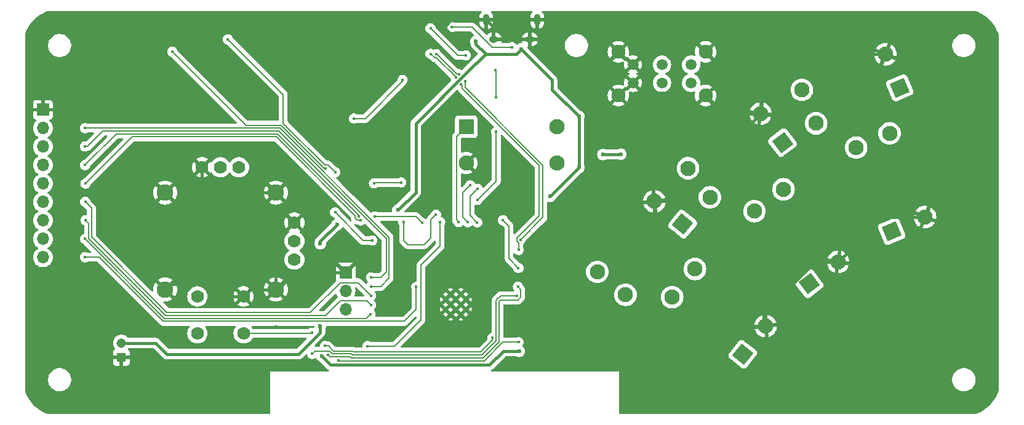
<source format=gbr>
%TF.GenerationSoftware,KiCad,Pcbnew,8.0.4*%
%TF.CreationDate,2025-03-19T10:06:25-07:00*%
%TF.ProjectId,aqp_controller,6171705f-636f-46e7-9472-6f6c6c65722e,rev0*%
%TF.SameCoordinates,Original*%
%TF.FileFunction,Copper,L2,Bot*%
%TF.FilePolarity,Positive*%
%FSLAX46Y46*%
G04 Gerber Fmt 4.6, Leading zero omitted, Abs format (unit mm)*
G04 Created by KiCad (PCBNEW 8.0.4) date 2025-03-19 10:06:25*
%MOMM*%
%LPD*%
G01*
G04 APERTURE LIST*
G04 Aperture macros list*
%AMRotRect*
0 Rectangle, with rotation*
0 The origin of the aperture is its center*
0 $1 length*
0 $2 width*
0 $3 Rotation angle, in degrees counterclockwise*
0 Add horizontal line*
21,1,$1,$2,0,0,$3*%
G04 Aperture macros list end*
%TA.AperFunction,ComponentPad*%
%ADD10R,2.100000X2.100000*%
%TD*%
%TA.AperFunction,ComponentPad*%
%ADD11C,2.100000*%
%TD*%
%TA.AperFunction,ComponentPad*%
%ADD12C,1.950000*%
%TD*%
%TA.AperFunction,ComponentPad*%
%ADD13C,1.508000*%
%TD*%
%TA.AperFunction,ComponentPad*%
%ADD14R,1.700000X1.700000*%
%TD*%
%TA.AperFunction,ComponentPad*%
%ADD15O,1.700000X1.700000*%
%TD*%
%TA.AperFunction,ComponentPad*%
%ADD16RotRect,2.100000X2.100000X113.000000*%
%TD*%
%TA.AperFunction,ComponentPad*%
%ADD17C,1.778000*%
%TD*%
%TA.AperFunction,ComponentPad*%
%ADD18C,2.286000*%
%TD*%
%TA.AperFunction,ComponentPad*%
%ADD19RotRect,2.100000X2.100000X203.000000*%
%TD*%
%TA.AperFunction,ComponentPad*%
%ADD20RotRect,2.100000X2.100000X217.000000*%
%TD*%
%TA.AperFunction,ComponentPad*%
%ADD21O,0.890000X1.550000*%
%TD*%
%TA.AperFunction,ComponentPad*%
%ADD22O,1.250000X0.950000*%
%TD*%
%TA.AperFunction,ComponentPad*%
%ADD23RotRect,2.100000X2.100000X127.000000*%
%TD*%
%TA.AperFunction,HeatsinkPad*%
%ADD24C,0.600000*%
%TD*%
%TA.AperFunction,ComponentPad*%
%ADD25RotRect,2.100000X2.100000X141.000000*%
%TD*%
%TA.AperFunction,ComponentPad*%
%ADD26RotRect,2.100000X2.100000X231.000000*%
%TD*%
%TA.AperFunction,ComponentPad*%
%ADD27R,1.308000X1.308000*%
%TD*%
%TA.AperFunction,ComponentPad*%
%ADD28C,1.308000*%
%TD*%
%TA.AperFunction,ViaPad*%
%ADD29C,0.600000*%
%TD*%
%TA.AperFunction,ViaPad*%
%ADD30C,0.400000*%
%TD*%
%TA.AperFunction,Conductor*%
%ADD31C,0.400000*%
%TD*%
%TA.AperFunction,Conductor*%
%ADD32C,0.200000*%
%TD*%
G04 APERTURE END LIST*
D10*
%TO.P,SW4,1*%
%TO.N,BUTTONPIN_G*%
X138950000Y-87924100D03*
D11*
%TO.P,SW4,2*%
%TO.N,unconnected-(SW4-Pad2)*%
X151450000Y-87924100D03*
%TO.P,SW4,3*%
%TO.N,GND*%
X138950000Y-92924100D03*
%TO.P,SW4,4*%
%TO.N,unconnected-(SW4-Pad4)*%
X151450000Y-92924100D03*
%TD*%
D12*
%TO.P,SW2,S4,SHIELD__3*%
%TO.N,GND*%
X159875000Y-77637500D03*
%TO.P,SW2,S3,SHIELD__2*%
X171875000Y-77637500D03*
%TO.P,SW2,S2,SHIELD__1*%
X159875000Y-83637500D03*
%TO.P,SW2,S1,SHIELD*%
X171875000Y-83637500D03*
D13*
%TO.P,SW2,6*%
X161875000Y-79387500D03*
%TO.P,SW2,5*%
%TO.N,SW_BATT+*%
X165875000Y-79387500D03*
%TO.P,SW2,4*%
%TO.N,BATT+*%
X169875000Y-79387500D03*
%TO.P,SW2,3*%
%TO.N,GND*%
X161875000Y-81887500D03*
%TO.P,SW2,2*%
%TO.N,SW_BATT+*%
X165875000Y-81887500D03*
%TO.P,SW2,1*%
%TO.N,BATT+*%
X169875000Y-81887500D03*
%TD*%
D14*
%TO.P,J3,1,Pin_1*%
%TO.N,GND*%
X122350000Y-108010000D03*
D15*
%TO.P,J3,2,Pin_2*%
%TO.N,U0RXD*%
X122350000Y-110550000D03*
%TO.P,J3,3,Pin_3*%
%TO.N,U0TXD*%
X122350000Y-113090000D03*
%TD*%
D16*
%TO.P,SW6,1*%
%TO.N,BUTTONPIN_3*%
X197470707Y-102303883D03*
D11*
%TO.P,SW6,2*%
%TO.N,unconnected-(SW6-Pad2)*%
X192586568Y-90797572D03*
%TO.P,SW6,3*%
%TO.N,GND*%
X202073232Y-100350228D03*
%TO.P,SW6,4*%
%TO.N,unconnected-(SW6-Pad4)*%
X197189093Y-88843917D03*
%TD*%
D17*
%TO.P,M1,B1A,SEL+*%
%TO.N,BUTTONPIN_T*%
X108305000Y-116367500D03*
%TO.P,M1,B1B*%
%TO.N,N/C*%
X101955000Y-116367500D03*
%TO.P,M1,B2A,SEL-*%
%TO.N,GND*%
X108305000Y-111287500D03*
%TO.P,M1,B2B*%
%TO.N,N/C*%
X101955000Y-111287500D03*
%TO.P,M1,H1,H+*%
%TO.N,VCC_3V3*%
X107670000Y-93507500D03*
%TO.P,M1,H2,H*%
%TO.N,XPIN*%
X105130000Y-93507500D03*
%TO.P,M1,H3,H-*%
%TO.N,GND*%
X102590000Y-93507500D03*
D18*
%TO.P,M1,S1,SHIELD*%
X112750000Y-110335000D03*
%TO.P,M1,S2,SHIELD__1*%
X112750000Y-97000000D03*
%TO.P,M1,S3,SHIELD__2*%
X97510000Y-97000000D03*
%TO.P,M1,S4,SHIELD__3*%
X97510000Y-110335000D03*
D17*
%TO.P,M1,V1,V+*%
%TO.N,VCC_3V3*%
X115290000Y-106207500D03*
%TO.P,M1,V2,V*%
%TO.N,YPIN*%
X115290000Y-103667500D03*
%TO.P,M1,V3,V-*%
%TO.N,GND*%
X115290000Y-101127500D03*
%TD*%
D19*
%TO.P,SW3,1*%
%TO.N,BUTTONPIN_6*%
X198581483Y-82568993D03*
D11*
%TO.P,SW3,2*%
%TO.N,unconnected-(SW3-Pad2)*%
X187075172Y-87453132D03*
%TO.P,SW3,3*%
%TO.N,GND*%
X196627828Y-77966468D03*
%TO.P,SW3,4*%
%TO.N,unconnected-(SW3-Pad4)*%
X185121517Y-82850607D03*
%TD*%
D20*
%TO.P,SW5,1*%
%TO.N,BUTTONPIN_5*%
X182449109Y-90117445D03*
D11*
%TO.P,SW5,2*%
%TO.N,unconnected-(SW5-Pad2)*%
X172466166Y-97640133D03*
%TO.P,SW5,3*%
%TO.N,GND*%
X179440034Y-86124267D03*
%TO.P,SW5,4*%
%TO.N,unconnected-(SW5-Pad4)*%
X169457091Y-93646955D03*
%TD*%
D21*
%TO.P,J2,6,Shield*%
%TO.N,GND*%
X148700000Y-73216300D03*
D22*
X147700000Y-75916300D03*
X142700000Y-75916300D03*
D21*
X141700000Y-73216300D03*
%TD*%
D23*
%TO.P,SW7,1*%
%TO.N,BUTTONPIN_2*%
X186118255Y-109542109D03*
D11*
%TO.P,SW7,2*%
%TO.N,unconnected-(SW7-Pad2)*%
X178595567Y-99559166D03*
%TO.P,SW7,3*%
%TO.N,GND*%
X190111433Y-106533034D03*
%TO.P,SW7,4*%
%TO.N,unconnected-(SW7-Pad4)*%
X182588745Y-96550091D03*
%TD*%
D24*
%TO.P,U4,41,GND*%
%TO.N,GND*%
X138900000Y-113090000D03*
X138900000Y-111690000D03*
X138200000Y-113790000D03*
X138200000Y-112390000D03*
X138200000Y-110990000D03*
X137500000Y-113090000D03*
X137500000Y-111690000D03*
X136800000Y-113790000D03*
X136800000Y-112390000D03*
X136800000Y-110990000D03*
X136100000Y-113090000D03*
X136100000Y-111690000D03*
%TD*%
D25*
%TO.P,SW9,1*%
%TO.N,BUTTONPIN_1*%
X176978561Y-119256517D03*
D11*
%TO.P,SW9,2*%
%TO.N,unconnected-(SW9-Pad2)*%
X167264237Y-111390012D03*
%TO.P,SW9,3*%
%TO.N,GND*%
X180125163Y-115370788D03*
%TO.P,SW9,4*%
%TO.N,unconnected-(SW9-Pad4)*%
X170410839Y-107504283D03*
%TD*%
D26*
%TO.P,SW8,1*%
%TO.N,BUTTONPIN_4*%
X168721417Y-101344239D03*
D11*
%TO.P,SW8,2*%
%TO.N,unconnected-(SW8-Pad2)*%
X160854912Y-111058563D03*
%TO.P,SW8,3*%
%TO.N,GND*%
X164835688Y-98197637D03*
%TO.P,SW8,4*%
%TO.N,unconnected-(SW8-Pad4)*%
X156969183Y-107911961D03*
%TD*%
D27*
%TO.P,J5,1,1*%
%TO.N,GND*%
X91500001Y-119708900D03*
D28*
%TO.P,J5,2,2*%
%TO.N,BATT+*%
X91500001Y-117708900D03*
%TD*%
D14*
%TO.P,J4,1,Pin_1*%
%TO.N,GND*%
X80700000Y-85600000D03*
D15*
%TO.P,J4,2,Pin_2*%
%TO.N,D0*%
X80700000Y-88140000D03*
%TO.P,J4,3,Pin_3*%
%TO.N,D1*%
X80700000Y-90680000D03*
%TO.P,J4,4,Pin_4*%
%TO.N,D2*%
X80700000Y-93220000D03*
%TO.P,J4,5,Pin_5*%
%TO.N,D3*%
X80700000Y-95760000D03*
%TO.P,J4,6,Pin_6*%
%TO.N,D4*%
X80700000Y-98300000D03*
%TO.P,J4,7,Pin_7*%
%TO.N,D5*%
X80700000Y-100840000D03*
%TO.P,J4,8,Pin_8*%
%TO.N,D6*%
X80700000Y-103380000D03*
%TO.P,J4,9,Pin_9*%
%TO.N,D7*%
X80700000Y-105920000D03*
%TD*%
D29*
%TO.N,GND*%
X119603427Y-116891843D03*
X141861369Y-99804188D03*
X134000000Y-96500000D03*
%TO.N,VBUS*%
X150500000Y-97500000D03*
%TO.N,VCC_3V3*%
X119050000Y-119500000D03*
X146225000Y-118840000D03*
%TO.N,GND*%
X122550000Y-115675000D03*
X123050000Y-104850000D03*
X126319999Y-99321174D03*
X163350000Y-102725000D03*
X144225000Y-92250000D03*
X117750000Y-110400000D03*
X152775000Y-103450000D03*
X146075000Y-120850000D03*
X125369488Y-97275067D03*
X151500000Y-99000000D03*
X132400000Y-105175000D03*
X129825000Y-112550000D03*
X119350000Y-109250000D03*
X151725000Y-114400000D03*
X129400000Y-116025000D03*
X166825000Y-114350000D03*
X129825000Y-106900000D03*
X148750000Y-112975000D03*
X124375000Y-110925000D03*
X119350000Y-105900000D03*
X147650000Y-108450000D03*
X137547861Y-75944631D03*
X112825000Y-115550000D03*
X119475000Y-112850000D03*
X147250000Y-115775000D03*
X115975000Y-110400000D03*
X127975000Y-91200000D03*
%TO.N,VBUS*%
X146500000Y-77225000D03*
X154450000Y-93550000D03*
X129550000Y-99400000D03*
X140275000Y-76200000D03*
X154450000Y-86500000D03*
D30*
%TO.N,USB_DP*%
X137916789Y-80709681D03*
X146425000Y-103475000D03*
X138775000Y-81650000D03*
X134825000Y-77950000D03*
%TO.N,USB_DN*%
X138250000Y-82100000D03*
X146150000Y-104900000D03*
X134025000Y-77900000D03*
X137492524Y-81133947D03*
%TO.N,~{RESET}*%
X98500000Y-77600000D03*
X121350000Y-120125000D03*
X119578554Y-93696446D03*
X146150000Y-117600000D03*
%TO.N,BOOTLOADER*%
X126000000Y-103600000D03*
X120900000Y-94175000D03*
X120900000Y-99725000D03*
X106150000Y-75900000D03*
%TO.N,BUTTONPIN_T*%
X119516054Y-118108946D03*
X142550000Y-117000000D03*
X117716054Y-116308946D03*
%TO.N,YPIN*%
X119900000Y-119300000D03*
X146050000Y-109950000D03*
%TO.N,XPIN*%
X145925000Y-111200000D03*
X117750000Y-119200000D03*
%TO.N,RGBPIN*%
X130300000Y-101075000D03*
X140500000Y-98000000D03*
X134775000Y-100050000D03*
X143075000Y-88625000D03*
X143050000Y-83844747D03*
X142975000Y-80100000D03*
%TO.N,BUTTONPIN_G*%
X137900000Y-101050000D03*
%TO.N,DATAPIN_7*%
X132050000Y-109975000D03*
X86475000Y-105900000D03*
%TO.N,BUTTONPIN_5*%
X140500000Y-96500000D03*
X140450000Y-101100000D03*
%TO.N,DATAPIN_6*%
X86475000Y-103375000D03*
X125775000Y-113725000D03*
%TO.N,BUTTONPIN_6*%
X139500000Y-96000000D03*
X139175000Y-101075000D03*
%TO.N,DATAPIN_5*%
X125850000Y-112475000D03*
X86575000Y-100800000D03*
%TO.N,DATAPIN_4*%
X86525000Y-98275000D03*
X125850000Y-111200000D03*
%TO.N,DATAPIN_0*%
X86475000Y-88125000D03*
X125825000Y-109925000D03*
%TO.N,DATAPIN_1*%
X86475000Y-90650000D03*
X125850000Y-108675000D03*
%TO.N,DATAPIN_2*%
X124151103Y-100248897D03*
X132850000Y-101150000D03*
X126350000Y-100248897D03*
X86500000Y-93200000D03*
%TO.N,DATAPIN_3*%
X124425000Y-100825000D03*
X86550000Y-95750000D03*
X146125000Y-107375000D03*
X144000000Y-100800000D03*
D29*
%TO.N,BATT+*%
X121175000Y-101400000D03*
X118850000Y-104025000D03*
X118850000Y-115350000D03*
D30*
%TO.N,BATDIV*%
X135350000Y-101050000D03*
X125375000Y-118125000D03*
%TO.N,Net-(D3-K)*%
X130175000Y-81500000D03*
X123500000Y-86800000D03*
%TO.N,Net-(J2-D+)*%
X136925000Y-74200000D03*
X145200000Y-76975000D03*
D29*
%TO.N,SW_BATT+*%
X160200000Y-91725000D03*
X157750000Y-91750000D03*
D30*
%TO.N,Net-(L1-Pad2)*%
X138875000Y-78125000D03*
X134025000Y-74400000D03*
%TO.N,Net-(D4-K)*%
X130000000Y-95600000D03*
X126250000Y-95700000D03*
%TD*%
D31*
%TO.N,GND*%
X171875000Y-83875000D02*
X171875000Y-83637500D01*
X174124267Y-86124267D02*
X171875000Y-83875000D01*
X179440034Y-86124267D02*
X174124267Y-86124267D01*
D32*
%TO.N,RGBPIN*%
X143050000Y-80175000D02*
X142975000Y-80100000D01*
X143050000Y-83844747D02*
X143050000Y-80175000D01*
D31*
%TO.N,VBUS*%
X139075000Y-80425000D02*
X141600000Y-77900000D01*
X132000000Y-87475000D02*
X139050000Y-80425000D01*
X132000000Y-96950000D02*
X132000000Y-87475000D01*
X139050000Y-80425000D02*
X139075000Y-80425000D01*
X129550000Y-99400000D02*
X132000000Y-96950000D01*
D32*
%TO.N,Net-(D4-K)*%
X126350000Y-95600000D02*
X126250000Y-95700000D01*
X130000000Y-95600000D02*
X126350000Y-95600000D01*
D31*
%TO.N,VBUS*%
X150500000Y-97500000D02*
X154450000Y-93550000D01*
X154450000Y-93550000D02*
X154450000Y-86500000D01*
D32*
%TO.N,RGBPIN*%
X140500000Y-98000000D02*
X143075000Y-95425000D01*
X143075000Y-95425000D02*
X143075000Y-88625000D01*
%TO.N,BUTTONPIN_5*%
X139500000Y-100150000D02*
X140450000Y-101100000D01*
X139500000Y-97500000D02*
X139500000Y-100150000D01*
X140500000Y-96500000D02*
X139500000Y-97500000D01*
%TO.N,BUTTONPIN_6*%
X138500000Y-100400000D02*
X139175000Y-101075000D01*
X138500000Y-97000000D02*
X138500000Y-100400000D01*
X139500000Y-96000000D02*
X138500000Y-97000000D01*
%TO.N,USB_DN*%
X149000000Y-100192893D02*
X149000000Y-93290686D01*
X145925000Y-103682107D02*
X145925000Y-103267893D01*
X145925000Y-103267893D02*
X149000000Y-100192893D01*
X149000000Y-93290686D02*
X138375000Y-82665686D01*
X146150000Y-103907107D02*
X145925000Y-103682107D01*
X138375000Y-82225000D02*
X138250000Y-82100000D01*
X146150000Y-104900000D02*
X146150000Y-103907107D01*
X138375000Y-82665686D02*
X138375000Y-82225000D01*
%TO.N,USB_DP*%
X138775000Y-82500000D02*
X138775000Y-81650000D01*
X149500000Y-93225000D02*
X138775000Y-82500000D01*
X149500000Y-100400000D02*
X149500000Y-93225000D01*
X146425000Y-103475000D02*
X149500000Y-100400000D01*
D31*
%TO.N,VCC_3V3*%
X144010000Y-118840000D02*
X146225000Y-118840000D01*
X120275000Y-120725000D02*
X142125000Y-120725000D01*
X119050000Y-119500000D02*
X120275000Y-120725000D01*
X142125000Y-120725000D02*
X144010000Y-118840000D01*
%TO.N,GND*%
X97510000Y-110335000D02*
X98270000Y-109575000D01*
X149025000Y-117550000D02*
X147250000Y-115775000D01*
X186884508Y-106533034D02*
X180125163Y-113292379D01*
X182383532Y-77966468D02*
X196627828Y-77966468D01*
X173250000Y-93450000D02*
X168502363Y-98197637D01*
X164835688Y-100085688D02*
X164835688Y-98197637D01*
X179440034Y-86124267D02*
X181540034Y-86124267D01*
X115290000Y-101127500D02*
X112750000Y-103667500D01*
X169975000Y-105225000D02*
X164835688Y-100085688D01*
X195765995Y-100350228D02*
X202073232Y-100350228D01*
X98270000Y-109575000D02*
X104500000Y-109575000D01*
X142700000Y-74216300D02*
X141700000Y-73216300D01*
X104100000Y-97000000D02*
X112750000Y-97000000D01*
X179440034Y-86124267D02*
X179440034Y-80909966D01*
X136075000Y-74025000D02*
X136883700Y-73216300D01*
X112960000Y-110335000D02*
X115285000Y-108010000D01*
X136883700Y-73216300D02*
X141700000Y-73216300D01*
X180125163Y-115370788D02*
X171029212Y-115370788D01*
X104500000Y-109575000D02*
X106212500Y-111287500D01*
X168850000Y-117550000D02*
X149025000Y-117550000D01*
X137547861Y-75944631D02*
X136075000Y-74471770D01*
X146075000Y-120850000D02*
X147250000Y-119675000D01*
X102590000Y-95490000D02*
X104100000Y-97000000D01*
X112750000Y-103667500D02*
X112750000Y-110335000D01*
X109257500Y-110335000D02*
X108305000Y-111287500D01*
X194625000Y-101491223D02*
X195765995Y-100350228D01*
X168502363Y-98197637D02*
X164835688Y-98197637D01*
X180125163Y-115370788D02*
X180125163Y-113350163D01*
X147250000Y-119675000D02*
X147250000Y-115775000D01*
X112750000Y-110335000D02*
X112960000Y-110335000D01*
X190111433Y-106533034D02*
X194625000Y-102019467D01*
X142700000Y-75916300D02*
X142700000Y-74216300D01*
X102590000Y-93507500D02*
X102590000Y-95490000D01*
X106212500Y-111287500D02*
X108305000Y-111287500D01*
X173300000Y-105225000D02*
X169975000Y-105225000D01*
X136075000Y-74471770D02*
X136075000Y-74025000D01*
X179440034Y-86124267D02*
X173250000Y-92314301D01*
X190111433Y-106533034D02*
X186884508Y-106533034D01*
X179000000Y-110925000D02*
X173300000Y-105225000D01*
X179440034Y-80909966D02*
X182383532Y-77966468D01*
X194625000Y-102019467D02*
X194625000Y-101491223D01*
X179000000Y-112225000D02*
X179000000Y-110925000D01*
X112750000Y-110335000D02*
X109257500Y-110335000D01*
X171029212Y-115370788D02*
X168850000Y-117550000D01*
X173250000Y-92314301D02*
X173250000Y-93450000D01*
X181540034Y-86124267D02*
X195765995Y-100350228D01*
X126319999Y-99321174D02*
X126319999Y-98225578D01*
X180125163Y-113350163D02*
X179000000Y-112225000D01*
X115285000Y-108010000D02*
X122350000Y-108010000D01*
X126319999Y-98225578D02*
X125369488Y-97275067D01*
X180125163Y-113292379D02*
X180125163Y-115370788D01*
%TO.N,VBUS*%
X141600000Y-77875000D02*
X141600000Y-77900000D01*
X145325000Y-77900000D02*
X145825000Y-77900000D01*
X150775000Y-81500000D02*
X146500000Y-77225000D01*
X140275000Y-76550000D02*
X141600000Y-77875000D01*
X154450000Y-86500000D02*
X150775000Y-82825000D01*
X150775000Y-82825000D02*
X150775000Y-81500000D01*
X145825000Y-77900000D02*
X146500000Y-77225000D01*
X141600000Y-77900000D02*
X145325000Y-77900000D01*
X140275000Y-76200000D02*
X140275000Y-76550000D01*
D32*
%TO.N,USB_DP*%
X137916789Y-80709681D02*
X137841055Y-80633947D01*
X134915686Y-77950000D02*
X134825000Y-77950000D01*
X137599633Y-80633947D02*
X134915686Y-77950000D01*
X137841055Y-80633947D02*
X137599633Y-80633947D01*
%TO.N,USB_DN*%
X134850000Y-78450000D02*
X134617893Y-78450000D01*
X134617893Y-78450000D02*
X134067893Y-77900000D01*
X137492524Y-81133947D02*
X137492524Y-81092524D01*
X137492524Y-81092524D02*
X134850000Y-78450000D01*
X134067893Y-77900000D02*
X134025000Y-77900000D01*
%TO.N,~{RESET}*%
X119437132Y-93696446D02*
X113465686Y-87725000D01*
X119578554Y-93696446D02*
X119437132Y-93696446D01*
X121350000Y-120125000D02*
X121375000Y-120150000D01*
X141425000Y-120150000D02*
X143975000Y-117600000D01*
X121375000Y-120150000D02*
X141425000Y-120150000D01*
X108625000Y-87725000D02*
X98500000Y-77600000D01*
X143975000Y-117600000D02*
X146150000Y-117600000D01*
X113465686Y-87725000D02*
X108625000Y-87725000D01*
%TO.N,BOOTLOADER*%
X119921446Y-93196446D02*
X120900000Y-94175000D01*
X113775000Y-87468628D02*
X119502818Y-93196446D01*
X113775000Y-83525000D02*
X113775000Y-87468628D01*
X124775000Y-103600000D02*
X126000000Y-103600000D01*
X106150000Y-75900000D02*
X113775000Y-83525000D01*
X120900000Y-99725000D02*
X124775000Y-103600000D01*
X119502818Y-93196446D02*
X119921446Y-93196446D01*
%TO.N,BUTTONPIN_T*%
X119981739Y-118108946D02*
X119516054Y-118108946D01*
X142550000Y-117000000D02*
X142550000Y-117327942D01*
X123313478Y-118800000D02*
X120672793Y-118800000D01*
X120672793Y-118800000D02*
X119981739Y-118108946D01*
X108305000Y-116367500D02*
X117657500Y-116367500D01*
X123463478Y-118950000D02*
X123313478Y-118800000D01*
X142550000Y-117327942D02*
X140927942Y-118950000D01*
X140927942Y-118950000D02*
X123463478Y-118950000D01*
X117657500Y-116367500D02*
X117716054Y-116308946D01*
%TO.N,YPIN*%
X146425000Y-110325000D02*
X146050000Y-109950000D01*
X146057107Y-111775000D02*
X146425000Y-111407107D01*
X123132107Y-119750000D02*
X141259314Y-119750000D01*
X143450000Y-111990686D02*
X143665686Y-111775000D01*
X143450000Y-117559314D02*
X143450000Y-111990686D01*
X143665686Y-111775000D02*
X146057107Y-111775000D01*
X122982107Y-119600000D02*
X123132107Y-119750000D01*
X120200000Y-119600000D02*
X122982107Y-119600000D01*
X141259314Y-119750000D02*
X143450000Y-117559314D01*
X119900000Y-119300000D02*
X120200000Y-119600000D01*
X146425000Y-111407107D02*
X146425000Y-110325000D01*
%TO.N,XPIN*%
X120400000Y-119092893D02*
X120400000Y-119100000D01*
X117750000Y-119200000D02*
X118150000Y-118800000D01*
X143675000Y-111200000D02*
X145925000Y-111200000D01*
X120400000Y-119100000D02*
X120500000Y-119200000D01*
X141093628Y-119350000D02*
X143050000Y-117393628D01*
X143050000Y-117393628D02*
X143050000Y-111825000D01*
X118150000Y-118800000D02*
X120107107Y-118800000D01*
X123147792Y-119200000D02*
X123297792Y-119350000D01*
X120107107Y-118800000D02*
X120400000Y-119092893D01*
X143050000Y-111825000D02*
X143675000Y-111200000D01*
X120500000Y-119200000D02*
X123147792Y-119200000D01*
X123297792Y-119350000D02*
X141093628Y-119350000D01*
%TO.N,RGBPIN*%
X130325000Y-103575000D02*
X130325000Y-101350000D01*
X133150000Y-104175000D02*
X130925000Y-104175000D01*
X130300000Y-101325000D02*
X130300000Y-101075000D01*
X130325000Y-101350000D02*
X130300000Y-101325000D01*
X130925000Y-104175000D02*
X130325000Y-103575000D01*
X134775000Y-100050000D02*
X134100000Y-100725000D01*
X134100000Y-103225000D02*
X133150000Y-104175000D01*
X134100000Y-100725000D02*
X134100000Y-103225000D01*
%TO.N,BUTTONPIN_G*%
X137600000Y-100750000D02*
X137600000Y-89274100D01*
X137600000Y-89274100D02*
X138950000Y-87924100D01*
X137900000Y-101050000D02*
X137600000Y-100750000D01*
%TO.N,DATAPIN_7*%
X132050000Y-113100000D02*
X130425000Y-114725000D01*
X132050000Y-109975000D02*
X132050000Y-113100000D01*
X88434314Y-105900000D02*
X86475000Y-105900000D01*
X130425000Y-114725000D02*
X97259314Y-114725000D01*
X97259314Y-114725000D02*
X88434314Y-105900000D01*
%TO.N,DATAPIN_6*%
X124925000Y-114325000D02*
X97425000Y-114325000D01*
X125175000Y-114325000D02*
X124925000Y-114325000D01*
X125775000Y-113725000D02*
X125175000Y-114325000D01*
X97425000Y-114325000D02*
X86475000Y-103375000D01*
%TO.N,DATAPIN_5*%
X86575000Y-100850000D02*
X86575000Y-100800000D01*
X125275000Y-111900000D02*
X121650000Y-111900000D01*
X125850000Y-112475000D02*
X125275000Y-111900000D01*
X97590686Y-113925000D02*
X86975000Y-103309314D01*
X86975000Y-103309314D02*
X86975000Y-101250000D01*
X119625000Y-113925000D02*
X97590686Y-113925000D01*
X121650000Y-111900000D02*
X119625000Y-113925000D01*
X86975000Y-101250000D02*
X86575000Y-100850000D01*
%TO.N,DATAPIN_4*%
X97775000Y-113525000D02*
X87375000Y-103125000D01*
X87375000Y-103125000D02*
X87375000Y-99125000D01*
X121600000Y-109400000D02*
X117475000Y-113525000D01*
X117475000Y-113525000D02*
X97775000Y-113525000D01*
X87375000Y-99125000D02*
X86525000Y-98275000D01*
X124050000Y-109400000D02*
X121600000Y-109400000D01*
X125850000Y-111200000D02*
X124050000Y-109400000D01*
%TO.N,DATAPIN_0*%
X113300000Y-88125000D02*
X86475000Y-88125000D01*
X128325000Y-103150000D02*
X113300000Y-88125000D01*
X125825000Y-109925000D02*
X127175000Y-109925000D01*
X127175000Y-109925000D02*
X128325000Y-108775000D01*
X128325000Y-108775000D02*
X128325000Y-103150000D01*
%TO.N,DATAPIN_1*%
X127925000Y-103315686D02*
X126429657Y-101820343D01*
X108825000Y-88525000D02*
X88950000Y-88525000D01*
X113134314Y-88525000D02*
X108825000Y-88525000D01*
X127925000Y-107950000D02*
X127925000Y-103875000D01*
X125850000Y-108675000D02*
X127200000Y-108675000D01*
X127600000Y-108275000D02*
X127925000Y-107950000D01*
X126429657Y-101820343D02*
X113134314Y-88525000D01*
X86825000Y-90650000D02*
X86475000Y-90650000D01*
X127925000Y-103875000D02*
X127925000Y-103315686D01*
X88950000Y-88525000D02*
X86825000Y-90650000D01*
X127200000Y-108675000D02*
X127600000Y-108275000D01*
%TO.N,DATAPIN_2*%
X124151103Y-100107475D02*
X124151103Y-100248897D01*
X126350000Y-100248897D02*
X126426103Y-100325000D01*
X90775000Y-88925000D02*
X112968628Y-88925000D01*
X126426103Y-100325000D02*
X132025000Y-100325000D01*
X132025000Y-100325000D02*
X132850000Y-101150000D01*
X86500000Y-93200000D02*
X90775000Y-88925000D01*
X112968628Y-88925000D02*
X124151103Y-100107475D01*
%TO.N,DATAPIN_3*%
X144000000Y-100800000D02*
X144825000Y-101625000D01*
X124020099Y-100825000D02*
X123651103Y-100456004D01*
X124425000Y-100825000D02*
X124020099Y-100825000D01*
X123651103Y-100456004D02*
X123651103Y-100173161D01*
X144825000Y-106075000D02*
X146125000Y-107375000D01*
X92975000Y-89325000D02*
X86550000Y-95750000D01*
X123651103Y-100173161D02*
X112802942Y-89325000D01*
X144825000Y-101625000D02*
X144825000Y-106075000D01*
X112802942Y-89325000D02*
X92975000Y-89325000D01*
D31*
%TO.N,BATT+*%
X115900000Y-119225000D02*
X97700000Y-119225000D01*
X118850000Y-115350000D02*
X118850000Y-116275000D01*
X121175000Y-101400000D02*
X121150000Y-101400000D01*
X97700000Y-119225000D02*
X96183900Y-117708900D01*
X121150000Y-101400000D02*
X118850000Y-103700000D01*
X96183900Y-117708900D02*
X91500001Y-117708900D01*
X118850000Y-116275000D02*
X115900000Y-119225000D01*
X118850000Y-103700000D02*
X118850000Y-104025000D01*
D32*
%TO.N,BATDIV*%
X129100000Y-118125000D02*
X132700000Y-114525000D01*
X135350000Y-104350000D02*
X135350000Y-101050000D01*
X132700000Y-114525000D02*
X132700000Y-107000000D01*
X132700000Y-107000000D02*
X135350000Y-104350000D01*
X125375000Y-118125000D02*
X129100000Y-118125000D01*
%TO.N,Net-(D3-K)*%
X123500000Y-86800000D02*
X125050000Y-86800000D01*
X125050000Y-86800000D02*
X130175000Y-81675000D01*
X130175000Y-81675000D02*
X130175000Y-81500000D01*
%TO.N,Net-(J2-D+)*%
X139737684Y-74200000D02*
X136925000Y-74200000D01*
X145200000Y-76975000D02*
X142512684Y-76975000D01*
X142512684Y-76975000D02*
X139737684Y-74200000D01*
D31*
%TO.N,SW_BATT+*%
X160175000Y-91750000D02*
X160200000Y-91725000D01*
X157750000Y-91750000D02*
X160175000Y-91750000D01*
D32*
%TO.N,Net-(L1-Pad2)*%
X138875000Y-78125000D02*
X137750000Y-78125000D01*
X137750000Y-78125000D02*
X134025000Y-74400000D01*
%TD*%
%TA.AperFunction,Conductor*%
%TO.N,GND*%
G36*
X161409075Y-82080493D02*
G01*
X161474901Y-82194507D01*
X161567993Y-82287599D01*
X161682007Y-82353425D01*
X161745590Y-82370462D01*
X161224879Y-82891172D01*
X161224855Y-82891184D01*
X161224861Y-82891190D01*
X161222321Y-82893729D01*
X161160991Y-82927201D01*
X161148336Y-82926293D01*
X161137198Y-82927491D01*
X161137197Y-82927491D01*
X161137197Y-82925494D01*
X161091301Y-82922203D01*
X161046976Y-82893711D01*
X161009659Y-82856394D01*
X160476041Y-83390011D01*
X160451022Y-83329610D01*
X160379888Y-83223149D01*
X160289351Y-83132612D01*
X160182890Y-83061478D01*
X160122487Y-83036458D01*
X160683929Y-82475015D01*
X160745252Y-82441530D01*
X160814943Y-82446514D01*
X160859292Y-82475015D01*
X160896611Y-82512334D01*
X161392037Y-82016909D01*
X161409075Y-82080493D01*
G37*
%TD.AperFunction*%
%TA.AperFunction,Conductor*%
G36*
X161009658Y-78418605D02*
G01*
X161009659Y-78418605D01*
X161046977Y-78381287D01*
X161081203Y-78362597D01*
X161085687Y-78358713D01*
X161089258Y-78358199D01*
X161108300Y-78347802D01*
X161143875Y-78350346D01*
X161154845Y-78348769D01*
X161160976Y-78351569D01*
X161177992Y-78352786D01*
X161213228Y-78375431D01*
X161218401Y-78377794D01*
X161221736Y-78380899D01*
X161222339Y-78381287D01*
X161224864Y-78383812D01*
X161224879Y-78383826D01*
X161745590Y-78904537D01*
X161682007Y-78921575D01*
X161567993Y-78987401D01*
X161474901Y-79080493D01*
X161409075Y-79194507D01*
X161392037Y-79258090D01*
X160896611Y-78762664D01*
X160896610Y-78762664D01*
X160859291Y-78799983D01*
X160797968Y-78833468D01*
X160728276Y-78828484D01*
X160683929Y-78799983D01*
X160122488Y-78238541D01*
X160182890Y-78213522D01*
X160289351Y-78142388D01*
X160379888Y-78051851D01*
X160451022Y-77945390D01*
X160476041Y-77884988D01*
X161009658Y-78418605D01*
G37*
%TD.AperFunction*%
%TA.AperFunction,Conductor*%
G36*
X141017545Y-72019685D02*
G01*
X141063300Y-72072489D01*
X141073244Y-72141647D01*
X141044219Y-72205203D01*
X141038187Y-72211681D01*
X140965973Y-72283894D01*
X140965970Y-72283898D01*
X140862555Y-72438668D01*
X140862550Y-72438677D01*
X140791316Y-72610653D01*
X140791314Y-72610661D01*
X140755000Y-72793221D01*
X140755000Y-72966300D01*
X141450000Y-72966300D01*
X141450000Y-73466300D01*
X140755000Y-73466300D01*
X140755000Y-73639378D01*
X140791314Y-73821938D01*
X140791316Y-73821946D01*
X140862550Y-73993922D01*
X140862555Y-73993931D01*
X140965970Y-74148701D01*
X140965973Y-74148705D01*
X141097594Y-74280326D01*
X141097598Y-74280329D01*
X141252368Y-74383744D01*
X141252381Y-74383751D01*
X141424350Y-74454982D01*
X141424355Y-74454983D01*
X141450000Y-74460084D01*
X141450000Y-73591028D01*
X141488060Y-73682914D01*
X141558386Y-73753240D01*
X141650272Y-73791300D01*
X141749728Y-73791300D01*
X141841614Y-73753240D01*
X141911940Y-73682914D01*
X141950000Y-73591028D01*
X141950000Y-74460083D01*
X141975644Y-74454983D01*
X141975649Y-74454982D01*
X142147618Y-74383751D01*
X142147631Y-74383744D01*
X142302401Y-74280329D01*
X142302405Y-74280326D01*
X142434026Y-74148705D01*
X142434029Y-74148701D01*
X142537444Y-73993931D01*
X142537449Y-73993922D01*
X142608683Y-73821946D01*
X142608685Y-73821938D01*
X142644999Y-73639378D01*
X142645000Y-73639376D01*
X142645000Y-73466300D01*
X141950000Y-73466300D01*
X141950000Y-72966300D01*
X142645000Y-72966300D01*
X142645000Y-72793223D01*
X142644999Y-72793221D01*
X142608685Y-72610661D01*
X142608683Y-72610653D01*
X142537449Y-72438677D01*
X142537444Y-72438668D01*
X142434029Y-72283898D01*
X142434026Y-72283894D01*
X142361813Y-72211681D01*
X142328328Y-72150358D01*
X142333312Y-72080666D01*
X142375184Y-72024733D01*
X142440648Y-72000316D01*
X142449494Y-72000000D01*
X147950506Y-72000000D01*
X148017545Y-72019685D01*
X148063300Y-72072489D01*
X148073244Y-72141647D01*
X148044219Y-72205203D01*
X148038187Y-72211681D01*
X147965973Y-72283894D01*
X147965970Y-72283898D01*
X147862555Y-72438668D01*
X147862550Y-72438677D01*
X147791316Y-72610653D01*
X147791314Y-72610661D01*
X147755000Y-72793221D01*
X147755000Y-72966300D01*
X148450000Y-72966300D01*
X148450000Y-73466300D01*
X147755000Y-73466300D01*
X147755000Y-73639378D01*
X147791314Y-73821938D01*
X147791316Y-73821946D01*
X147862550Y-73993922D01*
X147862555Y-73993931D01*
X147965970Y-74148701D01*
X147965973Y-74148705D01*
X148097594Y-74280326D01*
X148097598Y-74280329D01*
X148252368Y-74383744D01*
X148252381Y-74383751D01*
X148424350Y-74454982D01*
X148424355Y-74454983D01*
X148450000Y-74460084D01*
X148450000Y-73591028D01*
X148488060Y-73682914D01*
X148558386Y-73753240D01*
X148650272Y-73791300D01*
X148749728Y-73791300D01*
X148841614Y-73753240D01*
X148911940Y-73682914D01*
X148950000Y-73591028D01*
X148950000Y-74460083D01*
X148975644Y-74454983D01*
X148975649Y-74454982D01*
X149147618Y-74383751D01*
X149147631Y-74383744D01*
X149302401Y-74280329D01*
X149302405Y-74280326D01*
X149434026Y-74148705D01*
X149434029Y-74148701D01*
X149537444Y-73993931D01*
X149537449Y-73993922D01*
X149608683Y-73821946D01*
X149608685Y-73821938D01*
X149644999Y-73639378D01*
X149645000Y-73639376D01*
X149645000Y-73466300D01*
X148950000Y-73466300D01*
X148950000Y-72966300D01*
X149645000Y-72966300D01*
X149645000Y-72793223D01*
X149644999Y-72793221D01*
X149608685Y-72610661D01*
X149608683Y-72610653D01*
X149537449Y-72438677D01*
X149537444Y-72438668D01*
X149434029Y-72283898D01*
X149434026Y-72283894D01*
X149361813Y-72211681D01*
X149328328Y-72150358D01*
X149333312Y-72080666D01*
X149375184Y-72024733D01*
X149440648Y-72000316D01*
X149449494Y-72000000D01*
X208939683Y-72000000D01*
X208982092Y-72007477D01*
X209309255Y-72126555D01*
X209319221Y-72130683D01*
X209704942Y-72310547D01*
X209714528Y-72315538D01*
X210083088Y-72528326D01*
X210092203Y-72534132D01*
X210201497Y-72610661D01*
X210440820Y-72778237D01*
X210449401Y-72784821D01*
X210665679Y-72966300D01*
X210775420Y-73058383D01*
X210783395Y-73065692D01*
X211084307Y-73366604D01*
X211091616Y-73374579D01*
X211365177Y-73700597D01*
X211371762Y-73709179D01*
X211615864Y-74057792D01*
X211621676Y-74066916D01*
X211834459Y-74435467D01*
X211839454Y-74445062D01*
X211897186Y-74568869D01*
X211995981Y-74780736D01*
X212019310Y-74830764D01*
X212023450Y-74840759D01*
X212169003Y-75240664D01*
X212172256Y-75250980D01*
X212245775Y-75525356D01*
X212250000Y-75557450D01*
X212250000Y-123942548D01*
X212245775Y-123974641D01*
X212172256Y-124249019D01*
X212169003Y-124259336D01*
X212023450Y-124659240D01*
X212019310Y-124669235D01*
X211839454Y-125054937D01*
X211834459Y-125064532D01*
X211621676Y-125433083D01*
X211615864Y-125442207D01*
X211371762Y-125790820D01*
X211365177Y-125799402D01*
X211091616Y-126125420D01*
X211084307Y-126133395D01*
X210783395Y-126434307D01*
X210775420Y-126441616D01*
X210449402Y-126715177D01*
X210440820Y-126721762D01*
X210092207Y-126965864D01*
X210083083Y-126971676D01*
X209714532Y-127184459D01*
X209704937Y-127189454D01*
X209319235Y-127369310D01*
X209309243Y-127373448D01*
X208982091Y-127492522D01*
X208939683Y-127500000D01*
X160124000Y-127500000D01*
X160056961Y-127480315D01*
X160011206Y-127427511D01*
X160000000Y-127376000D01*
X160000000Y-122624265D01*
X205802466Y-122624265D01*
X205802466Y-122875734D01*
X205841801Y-123124090D01*
X205919508Y-123363244D01*
X206033668Y-123587293D01*
X206181463Y-123790717D01*
X206181467Y-123790722D01*
X206359277Y-123968532D01*
X206359282Y-123968536D01*
X206536720Y-124097451D01*
X206562710Y-124116334D01*
X206705474Y-124189076D01*
X206786755Y-124230491D01*
X206786757Y-124230491D01*
X206786760Y-124230493D01*
X206843777Y-124249019D01*
X207025909Y-124308198D01*
X207274266Y-124347534D01*
X207525729Y-124347534D01*
X207525734Y-124347534D01*
X207774090Y-124308198D01*
X207831079Y-124289681D01*
X208013240Y-124230493D01*
X208237290Y-124116334D01*
X208440724Y-123968531D01*
X208618531Y-123790724D01*
X208766334Y-123587290D01*
X208880493Y-123363240D01*
X208958198Y-123124090D01*
X208997534Y-122875729D01*
X209000000Y-122750000D01*
X208997534Y-122624271D01*
X208958198Y-122375910D01*
X208880493Y-122136760D01*
X208880491Y-122136757D01*
X208880491Y-122136755D01*
X208839076Y-122055474D01*
X208766334Y-121912710D01*
X208747451Y-121886720D01*
X208618536Y-121709282D01*
X208618532Y-121709277D01*
X208440722Y-121531467D01*
X208440717Y-121531463D01*
X208237293Y-121383668D01*
X208237292Y-121383667D01*
X208237290Y-121383666D01*
X208162925Y-121345775D01*
X208013244Y-121269508D01*
X207774090Y-121191801D01*
X207525734Y-121152466D01*
X207525729Y-121152466D01*
X207274271Y-121152466D01*
X207274266Y-121152466D01*
X207025909Y-121191801D01*
X206786755Y-121269508D01*
X206562706Y-121383668D01*
X206359282Y-121531463D01*
X206359277Y-121531467D01*
X206181467Y-121709277D01*
X206181463Y-121709282D01*
X206033668Y-121912706D01*
X205919508Y-122136755D01*
X205841801Y-122375909D01*
X205802466Y-122624265D01*
X160000000Y-122624265D01*
X160000000Y-121600000D01*
X142466448Y-121600000D01*
X142399409Y-121580315D01*
X142353654Y-121527511D01*
X142343710Y-121458353D01*
X142372735Y-121394797D01*
X142418995Y-121361439D01*
X142424973Y-121358962D01*
X142456811Y-121345775D01*
X142571543Y-121269114D01*
X144263838Y-119576819D01*
X144325161Y-119543334D01*
X144351519Y-119540500D01*
X145799506Y-119540500D01*
X145865477Y-119559506D01*
X145875474Y-119565787D01*
X145875475Y-119565787D01*
X145875478Y-119565789D01*
X146045745Y-119625368D01*
X146045750Y-119625369D01*
X146224996Y-119645565D01*
X146225000Y-119645565D01*
X146225004Y-119645565D01*
X146404249Y-119625369D01*
X146404252Y-119625368D01*
X146404255Y-119625368D01*
X146574522Y-119565789D01*
X146727262Y-119469816D01*
X146732494Y-119464584D01*
X174998894Y-119464584D01*
X174998895Y-119464588D01*
X175034155Y-119604124D01*
X175071806Y-119667927D01*
X175107300Y-119728073D01*
X175149592Y-119770568D01*
X175149597Y-119770572D01*
X175149598Y-119770573D01*
X175468705Y-120028980D01*
X176856007Y-121152394D01*
X176875003Y-121164666D01*
X176906362Y-121184927D01*
X176906363Y-121184927D01*
X176906366Y-121184929D01*
X177042815Y-121230705D01*
X177090754Y-121232531D01*
X177186628Y-121236183D01*
X177186628Y-121236182D01*
X177186632Y-121236183D01*
X177326168Y-121200923D01*
X177450117Y-121127778D01*
X177492612Y-121085486D01*
X178874438Y-119379071D01*
X178906973Y-119328712D01*
X178952749Y-119192263D01*
X178958227Y-119048446D01*
X178922967Y-118908910D01*
X178849822Y-118784961D01*
X178807530Y-118742466D01*
X178752263Y-118697712D01*
X177101115Y-117360640D01*
X177050759Y-117328106D01*
X176914304Y-117282328D01*
X176770493Y-117276850D01*
X176770489Y-117276851D01*
X176700722Y-117294481D01*
X176630954Y-117312111D01*
X176630953Y-117312111D01*
X176507007Y-117385254D01*
X176507005Y-117385255D01*
X176464513Y-117427545D01*
X176464504Y-117427554D01*
X175082684Y-119133962D01*
X175050150Y-119184318D01*
X175004372Y-119320773D01*
X174998894Y-119464584D01*
X146732494Y-119464584D01*
X146854816Y-119342262D01*
X146950789Y-119189522D01*
X147010368Y-119019255D01*
X147022801Y-118908909D01*
X147030565Y-118840003D01*
X147030565Y-118839996D01*
X147010369Y-118660750D01*
X147010368Y-118660745D01*
X146961702Y-118521666D01*
X146950789Y-118490478D01*
X146950497Y-118490014D01*
X146899844Y-118409400D01*
X146854816Y-118337738D01*
X146727262Y-118210184D01*
X146727261Y-118210183D01*
X146722748Y-118206584D01*
X146682609Y-118149395D01*
X146679761Y-118079584D01*
X146698012Y-118039200D01*
X146774818Y-117927930D01*
X146835140Y-117768872D01*
X146855645Y-117600000D01*
X146835140Y-117431128D01*
X146774818Y-117272070D01*
X146678183Y-117132071D01*
X146574808Y-117040489D01*
X146550849Y-117019263D01*
X146400226Y-116940210D01*
X146235056Y-116899500D01*
X146064944Y-116899500D01*
X145899775Y-116940209D01*
X145863730Y-116959128D01*
X145813871Y-116985296D01*
X145756246Y-116999500D01*
X144174500Y-116999500D01*
X144107461Y-116979815D01*
X144061706Y-116927011D01*
X144050500Y-116875500D01*
X144050500Y-115282091D01*
X178577350Y-115282091D01*
X179447279Y-115190657D01*
X179425163Y-115301844D01*
X179425163Y-115439732D01*
X179452064Y-115574970D01*
X179498877Y-115687989D01*
X178629217Y-115779395D01*
X178646468Y-115851249D01*
X178739829Y-116076645D01*
X178739831Y-116076648D01*
X178867307Y-116284669D01*
X178867310Y-116284674D01*
X179025758Y-116470192D01*
X179211276Y-116628640D01*
X179211281Y-116628643D01*
X179419301Y-116756119D01*
X179644705Y-116849484D01*
X179881943Y-116906439D01*
X179881942Y-116906439D01*
X180036466Y-116918599D01*
X179945032Y-116048671D01*
X180056219Y-116070788D01*
X180194107Y-116070788D01*
X180329345Y-116043887D01*
X180442364Y-115997073D01*
X180533770Y-116866732D01*
X180605618Y-116849484D01*
X180831024Y-116756119D01*
X181039044Y-116628643D01*
X181039049Y-116628640D01*
X181224567Y-116470192D01*
X181383015Y-116284674D01*
X181383018Y-116284669D01*
X181510494Y-116076649D01*
X181603859Y-115851245D01*
X181660814Y-115614007D01*
X181672974Y-115459483D01*
X180803046Y-115550916D01*
X180825163Y-115439732D01*
X180825163Y-115301844D01*
X180798262Y-115166606D01*
X180751447Y-115053584D01*
X181621107Y-114962179D01*
X181603859Y-114890332D01*
X181510494Y-114664926D01*
X181383018Y-114456906D01*
X181383015Y-114456901D01*
X181224567Y-114271383D01*
X181039049Y-114112935D01*
X181039044Y-114112932D01*
X180831024Y-113985456D01*
X180605620Y-113892091D01*
X180368389Y-113835137D01*
X180213858Y-113822975D01*
X180305290Y-114692904D01*
X180194107Y-114670788D01*
X180056219Y-114670788D01*
X179920981Y-114697689D01*
X179807960Y-114744503D01*
X179716554Y-113874842D01*
X179644700Y-113892094D01*
X179419305Y-113985454D01*
X179419302Y-113985456D01*
X179211281Y-114112932D01*
X179211276Y-114112935D01*
X179025758Y-114271383D01*
X178867310Y-114456901D01*
X178867307Y-114456906D01*
X178739831Y-114664926D01*
X178646466Y-114890330D01*
X178589512Y-115127561D01*
X178577350Y-115282091D01*
X144050500Y-115282091D01*
X144050500Y-112499500D01*
X144070185Y-112432461D01*
X144122989Y-112386706D01*
X144174500Y-112375500D01*
X145970438Y-112375500D01*
X145970454Y-112375501D01*
X145978050Y-112375501D01*
X146136161Y-112375501D01*
X146136164Y-112375501D01*
X146288892Y-112334577D01*
X146341522Y-112304191D01*
X146341523Y-112304191D01*
X146425816Y-112255524D01*
X146425815Y-112255524D01*
X146425823Y-112255520D01*
X146537627Y-112143716D01*
X146537627Y-112143714D01*
X146547831Y-112133511D01*
X146547835Y-112133506D01*
X146783506Y-111897835D01*
X146783511Y-111897831D01*
X146793714Y-111887627D01*
X146793716Y-111887627D01*
X146905520Y-111775823D01*
X146965964Y-111671130D01*
X146984577Y-111638892D01*
X147025500Y-111486165D01*
X147025500Y-111328050D01*
X147025500Y-111058563D01*
X159299618Y-111058563D01*
X159318765Y-111301860D01*
X159318765Y-111301863D01*
X159318766Y-111301865D01*
X159373845Y-111531283D01*
X159375742Y-111539182D01*
X159469134Y-111764652D01*
X159596649Y-111972736D01*
X159596650Y-111972739D01*
X159650361Y-112035626D01*
X159755153Y-112158322D01*
X159868962Y-112255524D01*
X159940735Y-112316824D01*
X159940738Y-112316825D01*
X160148822Y-112444340D01*
X160281992Y-112499500D01*
X160352924Y-112528881D01*
X160374293Y-112537732D01*
X160374290Y-112537732D01*
X160374296Y-112537733D01*
X160374300Y-112537735D01*
X160611610Y-112594709D01*
X160854912Y-112613857D01*
X161098214Y-112594709D01*
X161335524Y-112537735D01*
X161561001Y-112444340D01*
X161769091Y-112316822D01*
X161954671Y-112158322D01*
X162113171Y-111972742D01*
X162240689Y-111764652D01*
X162334084Y-111539175D01*
X162369896Y-111390011D01*
X165708943Y-111390011D01*
X165728090Y-111633309D01*
X165728090Y-111633312D01*
X165728091Y-111633314D01*
X165784708Y-111869138D01*
X165785067Y-111870631D01*
X165878459Y-112096100D01*
X166005974Y-112304185D01*
X166005975Y-112304188D01*
X166016768Y-112316825D01*
X166164478Y-112489771D01*
X166251776Y-112564330D01*
X166350060Y-112648273D01*
X166350063Y-112648274D01*
X166558147Y-112775789D01*
X166684733Y-112828222D01*
X166778212Y-112866942D01*
X166783618Y-112869181D01*
X166783615Y-112869181D01*
X166783621Y-112869182D01*
X166783625Y-112869184D01*
X167020935Y-112926158D01*
X167264237Y-112945306D01*
X167507539Y-112926158D01*
X167744849Y-112869184D01*
X167970326Y-112775789D01*
X168178416Y-112648271D01*
X168363996Y-112489771D01*
X168522496Y-112304191D01*
X168650014Y-112096101D01*
X168650014Y-112096100D01*
X168650015Y-112096100D01*
X168743406Y-111870631D01*
X168743405Y-111870631D01*
X168743409Y-111870624D01*
X168800383Y-111633314D01*
X168819531Y-111390012D01*
X168800383Y-111146710D01*
X168743409Y-110909400D01*
X168743406Y-110909392D01*
X168650014Y-110683922D01*
X168522499Y-110475838D01*
X168522498Y-110475835D01*
X168462050Y-110405060D01*
X168363996Y-110290253D01*
X168240688Y-110184938D01*
X168178413Y-110131750D01*
X168178410Y-110131749D01*
X167970326Y-110004234D01*
X167744855Y-109910842D01*
X167744858Y-109910842D01*
X167639229Y-109885482D01*
X167507539Y-109853866D01*
X167507537Y-109853865D01*
X167507534Y-109853865D01*
X167264237Y-109834718D01*
X167020939Y-109853865D01*
X166783617Y-109910842D01*
X166558147Y-110004234D01*
X166350063Y-110131749D01*
X166350060Y-110131750D01*
X166164478Y-110290253D01*
X166005975Y-110475835D01*
X166005974Y-110475838D01*
X165878459Y-110683922D01*
X165785067Y-110909392D01*
X165728090Y-111146714D01*
X165708943Y-111390011D01*
X162369896Y-111390011D01*
X162391058Y-111301865D01*
X162410206Y-111058563D01*
X162391058Y-110815261D01*
X162334084Y-110577951D01*
X162334081Y-110577943D01*
X162240689Y-110352473D01*
X162113174Y-110144389D01*
X162113173Y-110144386D01*
X162063594Y-110086337D01*
X161954671Y-109958804D01*
X161809385Y-109834718D01*
X161769088Y-109800301D01*
X161769085Y-109800300D01*
X161561001Y-109672785D01*
X161335530Y-109579393D01*
X161335533Y-109579393D01*
X161155111Y-109536077D01*
X161098214Y-109522417D01*
X161098212Y-109522416D01*
X161098209Y-109522416D01*
X160854912Y-109503269D01*
X160611614Y-109522416D01*
X160374292Y-109579393D01*
X160148822Y-109672785D01*
X159940738Y-109800300D01*
X159940735Y-109800301D01*
X159755153Y-109958804D01*
X159596650Y-110144386D01*
X159596649Y-110144389D01*
X159469134Y-110352473D01*
X159375742Y-110577943D01*
X159375740Y-110577950D01*
X159375740Y-110577951D01*
X159368541Y-110607938D01*
X159318765Y-110815265D01*
X159299618Y-111058563D01*
X147025500Y-111058563D01*
X147025500Y-110245943D01*
X147001610Y-110156784D01*
X146984577Y-110093215D01*
X146955639Y-110043095D01*
X146905520Y-109956284D01*
X146793716Y-109844480D01*
X146793715Y-109844479D01*
X146789385Y-109840149D01*
X146789374Y-109840139D01*
X146756880Y-109807645D01*
X146728619Y-109763934D01*
X146694976Y-109675223D01*
X146674818Y-109622070D01*
X146578183Y-109482071D01*
X146475535Y-109391133D01*
X146450849Y-109369263D01*
X146300226Y-109290210D01*
X146135056Y-109249500D01*
X145964944Y-109249500D01*
X145799773Y-109290210D01*
X145649150Y-109369263D01*
X145521816Y-109482072D01*
X145425182Y-109622068D01*
X145364860Y-109781125D01*
X145364859Y-109781130D01*
X145344355Y-109950000D01*
X145364859Y-110118869D01*
X145364860Y-110118874D01*
X145425182Y-110277931D01*
X145512934Y-110405060D01*
X145534817Y-110471414D01*
X145517352Y-110539066D01*
X145466084Y-110586536D01*
X145410884Y-110599500D01*
X143595941Y-110599500D01*
X143564447Y-110607938D01*
X143564448Y-110607939D01*
X143443214Y-110640423D01*
X143443209Y-110640426D01*
X143306290Y-110719475D01*
X143306282Y-110719481D01*
X142569479Y-111456284D01*
X142552229Y-111486164D01*
X142534433Y-111516988D01*
X142490423Y-111593215D01*
X142449499Y-111745943D01*
X142449499Y-111745945D01*
X142449499Y-111914046D01*
X142449500Y-111914059D01*
X142449500Y-116206158D01*
X142429815Y-116273197D01*
X142377011Y-116318952D01*
X142355175Y-116326555D01*
X142299773Y-116340210D01*
X142149150Y-116419263D01*
X142021816Y-116532072D01*
X141925182Y-116672068D01*
X141864860Y-116831125D01*
X141864859Y-116831130D01*
X141844355Y-117000000D01*
X141857037Y-117104457D01*
X141845576Y-117173380D01*
X141821622Y-117207083D01*
X140715526Y-118313181D01*
X140654203Y-118346666D01*
X140627845Y-118349500D01*
X130024097Y-118349500D01*
X129957058Y-118329815D01*
X129911303Y-118277011D01*
X129901359Y-118207853D01*
X129930384Y-118144297D01*
X129936416Y-118137819D01*
X130713595Y-117360640D01*
X133058506Y-115015727D01*
X133058511Y-115015724D01*
X133068714Y-115005520D01*
X133068716Y-115005520D01*
X133180520Y-114893716D01*
X133232284Y-114804057D01*
X133259577Y-114756785D01*
X133300501Y-114604057D01*
X133300501Y-114506660D01*
X136436892Y-114506660D01*
X136436892Y-114506661D01*
X136450692Y-114515333D01*
X136450691Y-114515333D01*
X136620861Y-114574878D01*
X136799997Y-114595062D01*
X136800003Y-114595062D01*
X136979138Y-114574878D01*
X136979141Y-114574877D01*
X137149305Y-114515334D01*
X137149306Y-114515334D01*
X137163106Y-114506661D01*
X137163106Y-114506660D01*
X137836892Y-114506660D01*
X137836892Y-114506661D01*
X137850692Y-114515333D01*
X137850691Y-114515333D01*
X138020861Y-114574878D01*
X138199997Y-114595062D01*
X138200003Y-114595062D01*
X138379138Y-114574878D01*
X138379141Y-114574877D01*
X138549305Y-114515334D01*
X138549306Y-114515334D01*
X138563106Y-114506661D01*
X138563106Y-114506660D01*
X138200001Y-114143553D01*
X138200000Y-114143553D01*
X137836892Y-114506660D01*
X137163106Y-114506660D01*
X136800001Y-114143553D01*
X136800000Y-114143553D01*
X136436892Y-114506660D01*
X133300501Y-114506660D01*
X133300501Y-114445943D01*
X133300501Y-114438348D01*
X133300500Y-114438330D01*
X133300500Y-113806660D01*
X135736892Y-113806660D01*
X135736892Y-113806661D01*
X135750692Y-113815333D01*
X135750691Y-113815333D01*
X135920862Y-113874878D01*
X135921644Y-113875057D01*
X135922097Y-113875310D01*
X135927431Y-113877177D01*
X135927104Y-113878111D01*
X135982623Y-113909166D01*
X136011952Y-113962874D01*
X136012822Y-113962570D01*
X136014670Y-113967852D01*
X136014940Y-113968346D01*
X136015121Y-113969142D01*
X136074663Y-114139300D01*
X136074663Y-114139301D01*
X136083338Y-114153107D01*
X136446446Y-113790000D01*
X136426555Y-113770109D01*
X136700000Y-113770109D01*
X136700000Y-113809891D01*
X136715224Y-113846645D01*
X136743355Y-113874776D01*
X136780109Y-113890000D01*
X136819891Y-113890000D01*
X136856645Y-113874776D01*
X136884776Y-113846645D01*
X136900000Y-113809891D01*
X136900000Y-113789999D01*
X137153553Y-113789999D01*
X137153553Y-113790000D01*
X137500000Y-114136446D01*
X137500001Y-114136446D01*
X137846446Y-113790000D01*
X137826555Y-113770109D01*
X138100000Y-113770109D01*
X138100000Y-113809891D01*
X138115224Y-113846645D01*
X138143355Y-113874776D01*
X138180109Y-113890000D01*
X138219891Y-113890000D01*
X138256645Y-113874776D01*
X138284776Y-113846645D01*
X138300000Y-113809891D01*
X138300000Y-113789999D01*
X138553553Y-113789999D01*
X138553553Y-113790000D01*
X138916660Y-114153106D01*
X138916661Y-114153106D01*
X138925334Y-114139306D01*
X138925334Y-114139305D01*
X138984876Y-113969144D01*
X138985056Y-113968358D01*
X138985311Y-113967901D01*
X138987177Y-113962570D01*
X138988110Y-113962896D01*
X139019164Y-113907379D01*
X139072875Y-113878049D01*
X139072570Y-113877177D01*
X139077870Y-113875322D01*
X139078358Y-113875056D01*
X139079144Y-113874876D01*
X139249305Y-113815334D01*
X139249306Y-113815334D01*
X139263106Y-113806661D01*
X139263106Y-113806660D01*
X138900000Y-113443553D01*
X138834240Y-113509314D01*
X138834239Y-113509314D01*
X138553553Y-113789999D01*
X138300000Y-113789999D01*
X138300000Y-113770109D01*
X138284776Y-113733355D01*
X138256645Y-113705224D01*
X138219891Y-113690000D01*
X138180109Y-113690000D01*
X138143355Y-113705224D01*
X138115224Y-113733355D01*
X138100000Y-113770109D01*
X137826555Y-113770109D01*
X137565760Y-113509314D01*
X137500000Y-113443553D01*
X137434240Y-113509314D01*
X137434239Y-113509314D01*
X137153553Y-113789999D01*
X136900000Y-113789999D01*
X136900000Y-113770109D01*
X136884776Y-113733355D01*
X136856645Y-113705224D01*
X136819891Y-113690000D01*
X136780109Y-113690000D01*
X136743355Y-113705224D01*
X136715224Y-113733355D01*
X136700000Y-113770109D01*
X136426555Y-113770109D01*
X136099999Y-113443553D01*
X136099998Y-113443553D01*
X135736892Y-113806660D01*
X133300500Y-113806660D01*
X133300500Y-113089997D01*
X135294938Y-113089997D01*
X135294938Y-113090002D01*
X135315121Y-113269138D01*
X135374665Y-113439304D01*
X135383338Y-113453107D01*
X135746446Y-113090000D01*
X135746446Y-113089999D01*
X135726556Y-113070109D01*
X136000000Y-113070109D01*
X136000000Y-113109891D01*
X136015224Y-113146645D01*
X136043355Y-113174776D01*
X136080109Y-113190000D01*
X136119891Y-113190000D01*
X136156645Y-113174776D01*
X136184776Y-113146645D01*
X136200000Y-113109891D01*
X136200000Y-113090000D01*
X136453553Y-113090000D01*
X136507820Y-113144266D01*
X136800000Y-113436446D01*
X137146446Y-113090000D01*
X137126555Y-113070109D01*
X137400000Y-113070109D01*
X137400000Y-113109891D01*
X137415224Y-113146645D01*
X137443355Y-113174776D01*
X137480109Y-113190000D01*
X137519891Y-113190000D01*
X137556645Y-113174776D01*
X137584776Y-113146645D01*
X137600000Y-113109891D01*
X137600000Y-113090000D01*
X137853553Y-113090000D01*
X137907820Y-113144266D01*
X138200000Y-113436446D01*
X138546446Y-113090000D01*
X138526555Y-113070109D01*
X138800000Y-113070109D01*
X138800000Y-113109891D01*
X138815224Y-113146645D01*
X138843355Y-113174776D01*
X138880109Y-113190000D01*
X138919891Y-113190000D01*
X138956645Y-113174776D01*
X138984776Y-113146645D01*
X139000000Y-113109891D01*
X139000000Y-113090000D01*
X139253552Y-113090000D01*
X139616660Y-113453106D01*
X139616661Y-113453106D01*
X139625334Y-113439306D01*
X139625334Y-113439305D01*
X139684877Y-113269141D01*
X139684878Y-113269138D01*
X139705062Y-113090002D01*
X139705062Y-113089997D01*
X139684878Y-112910861D01*
X139625333Y-112740692D01*
X139616661Y-112726892D01*
X139616660Y-112726892D01*
X139253552Y-113090000D01*
X139000000Y-113090000D01*
X139000000Y-113070109D01*
X138984776Y-113033355D01*
X138956645Y-113005224D01*
X138919891Y-112990000D01*
X138880109Y-112990000D01*
X138843355Y-113005224D01*
X138815224Y-113033355D01*
X138800000Y-113070109D01*
X138526555Y-113070109D01*
X138259376Y-112802930D01*
X138200000Y-112743553D01*
X138140624Y-112802930D01*
X138140623Y-112802930D01*
X137853553Y-113090000D01*
X137600000Y-113090000D01*
X137600000Y-113070109D01*
X137584776Y-113033355D01*
X137556645Y-113005224D01*
X137519891Y-112990000D01*
X137480109Y-112990000D01*
X137443355Y-113005224D01*
X137415224Y-113033355D01*
X137400000Y-113070109D01*
X137126555Y-113070109D01*
X136859376Y-112802930D01*
X136800000Y-112743553D01*
X136740624Y-112802930D01*
X136740623Y-112802930D01*
X136453553Y-113090000D01*
X136200000Y-113090000D01*
X136200000Y-113070109D01*
X136184776Y-113033355D01*
X136156645Y-113005224D01*
X136119891Y-112990000D01*
X136080109Y-112990000D01*
X136043355Y-113005224D01*
X136015224Y-113033355D01*
X136000000Y-113070109D01*
X135726556Y-113070109D01*
X135383338Y-112726891D01*
X135383337Y-112726891D01*
X135374667Y-112740691D01*
X135374662Y-112740701D01*
X135315122Y-112910858D01*
X135315121Y-112910861D01*
X135294938Y-113089997D01*
X133300500Y-113089997D01*
X133300500Y-112389999D01*
X135753553Y-112389999D01*
X135753553Y-112390000D01*
X136099998Y-112736446D01*
X136099999Y-112736446D01*
X136392106Y-112444340D01*
X136446446Y-112390000D01*
X136426555Y-112370109D01*
X136700000Y-112370109D01*
X136700000Y-112409891D01*
X136715224Y-112446645D01*
X136743355Y-112474776D01*
X136780109Y-112490000D01*
X136819891Y-112490000D01*
X136856645Y-112474776D01*
X136884776Y-112446645D01*
X136900000Y-112409891D01*
X136900000Y-112390000D01*
X137153553Y-112390000D01*
X137207894Y-112444340D01*
X137500000Y-112736446D01*
X137846446Y-112390000D01*
X137826555Y-112370109D01*
X138100000Y-112370109D01*
X138100000Y-112409891D01*
X138115224Y-112446645D01*
X138143355Y-112474776D01*
X138180109Y-112490000D01*
X138219891Y-112490000D01*
X138256645Y-112474776D01*
X138284776Y-112446645D01*
X138300000Y-112409891D01*
X138300000Y-112390000D01*
X138553553Y-112390000D01*
X138607894Y-112444340D01*
X138900000Y-112736446D01*
X139246446Y-112390000D01*
X139246446Y-112389999D01*
X138900000Y-112043553D01*
X138847454Y-112096100D01*
X138847453Y-112096101D01*
X138553553Y-112390000D01*
X138300000Y-112390000D01*
X138300000Y-112370109D01*
X138284776Y-112333355D01*
X138256645Y-112305224D01*
X138219891Y-112290000D01*
X138180109Y-112290000D01*
X138143355Y-112305224D01*
X138115224Y-112333355D01*
X138100000Y-112370109D01*
X137826555Y-112370109D01*
X137552546Y-112096100D01*
X137500000Y-112043553D01*
X137447454Y-112096100D01*
X137447453Y-112096101D01*
X137153553Y-112390000D01*
X136900000Y-112390000D01*
X136900000Y-112370109D01*
X136884776Y-112333355D01*
X136856645Y-112305224D01*
X136819891Y-112290000D01*
X136780109Y-112290000D01*
X136743355Y-112305224D01*
X136715224Y-112333355D01*
X136700000Y-112370109D01*
X136426555Y-112370109D01*
X136099999Y-112043553D01*
X136099998Y-112043553D01*
X135753553Y-112389999D01*
X133300500Y-112389999D01*
X133300500Y-111689997D01*
X135294938Y-111689997D01*
X135294938Y-111690002D01*
X135315121Y-111869138D01*
X135374665Y-112039304D01*
X135383338Y-112053107D01*
X135746446Y-111690000D01*
X135746446Y-111689999D01*
X135726556Y-111670109D01*
X136000000Y-111670109D01*
X136000000Y-111709891D01*
X136015224Y-111746645D01*
X136043355Y-111774776D01*
X136080109Y-111790000D01*
X136119891Y-111790000D01*
X136156645Y-111774776D01*
X136184776Y-111746645D01*
X136200000Y-111709891D01*
X136200000Y-111690000D01*
X136453553Y-111690000D01*
X136503607Y-111740053D01*
X136800000Y-112036446D01*
X137146446Y-111690000D01*
X137126555Y-111670109D01*
X137400000Y-111670109D01*
X137400000Y-111709891D01*
X137415224Y-111746645D01*
X137443355Y-111774776D01*
X137480109Y-111790000D01*
X137519891Y-111790000D01*
X137556645Y-111774776D01*
X137584776Y-111746645D01*
X137600000Y-111709891D01*
X137600000Y-111690000D01*
X137853553Y-111690000D01*
X137903607Y-111740053D01*
X138200000Y-112036446D01*
X138546446Y-111690000D01*
X138526555Y-111670109D01*
X138800000Y-111670109D01*
X138800000Y-111709891D01*
X138815224Y-111746645D01*
X138843355Y-111774776D01*
X138880109Y-111790000D01*
X138919891Y-111790000D01*
X138956645Y-111774776D01*
X138984776Y-111746645D01*
X139000000Y-111709891D01*
X139000000Y-111690000D01*
X139253553Y-111690000D01*
X139616660Y-112053106D01*
X139616661Y-112053106D01*
X139625334Y-112039306D01*
X139625334Y-112039305D01*
X139684877Y-111869141D01*
X139684878Y-111869138D01*
X139705062Y-111690002D01*
X139705062Y-111689997D01*
X139684878Y-111510861D01*
X139625333Y-111340692D01*
X139616661Y-111326892D01*
X139616660Y-111326892D01*
X139253553Y-111690000D01*
X139000000Y-111690000D01*
X139000000Y-111670109D01*
X138984776Y-111633355D01*
X138956645Y-111605224D01*
X138919891Y-111590000D01*
X138880109Y-111590000D01*
X138843355Y-111605224D01*
X138815224Y-111633355D01*
X138800000Y-111670109D01*
X138526555Y-111670109D01*
X138246457Y-111390011D01*
X138200000Y-111343553D01*
X138153543Y-111390011D01*
X138153542Y-111390012D01*
X137853553Y-111690000D01*
X137600000Y-111690000D01*
X137600000Y-111670109D01*
X137584776Y-111633355D01*
X137556645Y-111605224D01*
X137519891Y-111590000D01*
X137480109Y-111590000D01*
X137443355Y-111605224D01*
X137415224Y-111633355D01*
X137400000Y-111670109D01*
X137126555Y-111670109D01*
X136846457Y-111390011D01*
X136800000Y-111343553D01*
X136753543Y-111390011D01*
X136753542Y-111390012D01*
X136453553Y-111690000D01*
X136200000Y-111690000D01*
X136200000Y-111670109D01*
X136184776Y-111633355D01*
X136156645Y-111605224D01*
X136119891Y-111590000D01*
X136080109Y-111590000D01*
X136043355Y-111605224D01*
X136015224Y-111633355D01*
X136000000Y-111670109D01*
X135726556Y-111670109D01*
X135383338Y-111326891D01*
X135383337Y-111326891D01*
X135374667Y-111340691D01*
X135374662Y-111340701D01*
X135315122Y-111510858D01*
X135315121Y-111510861D01*
X135294938Y-111689997D01*
X133300500Y-111689997D01*
X133300500Y-110973337D01*
X135736891Y-110973337D01*
X135736891Y-110973338D01*
X136099998Y-111336446D01*
X136099999Y-111336446D01*
X136405317Y-111031129D01*
X136446446Y-110989998D01*
X136426557Y-110970109D01*
X136700000Y-110970109D01*
X136700000Y-111009891D01*
X136715224Y-111046645D01*
X136743355Y-111074776D01*
X136780109Y-111090000D01*
X136819891Y-111090000D01*
X136856645Y-111074776D01*
X136884776Y-111046645D01*
X136900000Y-111009891D01*
X136900000Y-110989998D01*
X137153553Y-110989998D01*
X137153553Y-110989999D01*
X137500000Y-111336446D01*
X137805317Y-111031129D01*
X137846446Y-110989998D01*
X137826557Y-110970109D01*
X138100000Y-110970109D01*
X138100000Y-111009891D01*
X138115224Y-111046645D01*
X138143355Y-111074776D01*
X138180109Y-111090000D01*
X138219891Y-111090000D01*
X138256645Y-111074776D01*
X138284776Y-111046645D01*
X138300000Y-111009891D01*
X138300000Y-110989998D01*
X138553553Y-110989998D01*
X138553553Y-110989999D01*
X138900000Y-111336446D01*
X138900001Y-111336446D01*
X139263107Y-110973338D01*
X139249301Y-110964663D01*
X139079142Y-110905121D01*
X139078346Y-110904940D01*
X139077883Y-110904681D01*
X139072570Y-110902822D01*
X139072895Y-110901890D01*
X139017370Y-110870827D01*
X138988049Y-110817125D01*
X138987177Y-110817431D01*
X138985321Y-110812128D01*
X138985057Y-110811644D01*
X138984878Y-110810862D01*
X138925333Y-110640692D01*
X138916661Y-110626892D01*
X138916660Y-110626892D01*
X138553553Y-110989998D01*
X138300000Y-110989998D01*
X138300000Y-110970109D01*
X138284776Y-110933355D01*
X138256645Y-110905224D01*
X138219891Y-110890000D01*
X138180109Y-110890000D01*
X138143355Y-110905224D01*
X138115224Y-110933355D01*
X138100000Y-110970109D01*
X137826557Y-110970109D01*
X137500001Y-110643553D01*
X137500000Y-110643553D01*
X137153553Y-110989998D01*
X136900000Y-110989998D01*
X136900000Y-110970109D01*
X136884776Y-110933355D01*
X136856645Y-110905224D01*
X136819891Y-110890000D01*
X136780109Y-110890000D01*
X136743355Y-110905224D01*
X136715224Y-110933355D01*
X136700000Y-110970109D01*
X136426557Y-110970109D01*
X136083338Y-110626891D01*
X136083337Y-110626891D01*
X136074667Y-110640691D01*
X136074662Y-110640701D01*
X136015119Y-110810866D01*
X136014939Y-110811656D01*
X136014682Y-110812113D01*
X136012823Y-110817429D01*
X136011891Y-110817103D01*
X135980824Y-110872631D01*
X135927124Y-110901952D01*
X135927429Y-110902823D01*
X135922145Y-110904671D01*
X135921656Y-110904939D01*
X135920866Y-110905119D01*
X135750701Y-110964662D01*
X135750691Y-110964667D01*
X135736891Y-110973337D01*
X133300500Y-110973337D01*
X133300500Y-110273337D01*
X136436891Y-110273337D01*
X136436891Y-110273338D01*
X136800000Y-110636446D01*
X136800001Y-110636446D01*
X137163107Y-110273338D01*
X137163105Y-110273337D01*
X137836891Y-110273337D01*
X137836891Y-110273338D01*
X138200000Y-110636446D01*
X138200001Y-110636446D01*
X138563107Y-110273338D01*
X138549304Y-110264665D01*
X138379138Y-110205121D01*
X138200003Y-110184938D01*
X138199997Y-110184938D01*
X138020861Y-110205121D01*
X138020858Y-110205122D01*
X137850701Y-110264662D01*
X137850691Y-110264667D01*
X137836891Y-110273337D01*
X137163105Y-110273337D01*
X137149304Y-110264665D01*
X136979138Y-110205121D01*
X136800003Y-110184938D01*
X136799997Y-110184938D01*
X136620861Y-110205121D01*
X136620858Y-110205122D01*
X136450701Y-110264662D01*
X136450691Y-110264667D01*
X136436891Y-110273337D01*
X133300500Y-110273337D01*
X133300500Y-107300096D01*
X133320185Y-107233057D01*
X133336814Y-107212420D01*
X135708506Y-104840727D01*
X135708511Y-104840724D01*
X135718714Y-104830520D01*
X135718716Y-104830520D01*
X135830520Y-104718716D01*
X135845198Y-104693293D01*
X135891834Y-104612517D01*
X135891837Y-104612508D01*
X135891843Y-104612500D01*
X135909577Y-104581785D01*
X135950501Y-104429057D01*
X135950501Y-104270943D01*
X135950501Y-104263348D01*
X135950500Y-104263330D01*
X135950500Y-101451800D01*
X135970185Y-101384761D01*
X135972429Y-101381389D01*
X135974818Y-101377930D01*
X136035140Y-101218872D01*
X136055645Y-101050000D01*
X136035140Y-100881128D01*
X135974818Y-100722070D01*
X135950923Y-100687453D01*
X135922271Y-100645943D01*
X135878183Y-100582071D01*
X135761389Y-100478601D01*
X135750849Y-100469263D01*
X135600226Y-100390210D01*
X135548590Y-100377483D01*
X135488209Y-100342327D01*
X135456421Y-100280107D01*
X135461119Y-100226836D01*
X135458345Y-100226153D01*
X135460137Y-100218877D01*
X135460140Y-100218872D01*
X135480645Y-100050000D01*
X135460140Y-99881128D01*
X135399818Y-99722070D01*
X135383883Y-99698985D01*
X135361091Y-99665965D01*
X135303183Y-99582071D01*
X135175852Y-99469266D01*
X135175849Y-99469263D01*
X135025226Y-99390210D01*
X134860056Y-99349500D01*
X134689944Y-99349500D01*
X134524773Y-99390210D01*
X134374150Y-99469263D01*
X134246816Y-99582072D01*
X134150182Y-99722068D01*
X134150182Y-99722069D01*
X134096380Y-99863934D01*
X134068119Y-99907644D01*
X133731286Y-100244478D01*
X133619481Y-100356282D01*
X133619479Y-100356285D01*
X133607902Y-100376337D01*
X133577758Y-100428549D01*
X133571026Y-100440210D01*
X133540423Y-100493213D01*
X133520304Y-100568300D01*
X133483938Y-100627961D01*
X133421091Y-100658489D01*
X133351716Y-100650194D01*
X133318302Y-100629021D01*
X133250852Y-100569266D01*
X133250850Y-100569264D01*
X133100226Y-100490210D01*
X133053126Y-100478601D01*
X132995120Y-100445885D01*
X132512590Y-99963355D01*
X132512588Y-99963352D01*
X132393717Y-99844481D01*
X132393716Y-99844480D01*
X132306904Y-99794360D01*
X132306904Y-99794359D01*
X132306900Y-99794358D01*
X132256785Y-99765423D01*
X132104057Y-99724499D01*
X131945943Y-99724499D01*
X131938347Y-99724499D01*
X131938331Y-99724500D01*
X130515518Y-99724500D01*
X130448479Y-99704815D01*
X130402724Y-99652011D01*
X130392780Y-99582853D01*
X130421805Y-99519297D01*
X130427837Y-99512819D01*
X131468259Y-98472398D01*
X132544114Y-97396543D01*
X132620775Y-97281811D01*
X132673580Y-97154329D01*
X132679222Y-97125965D01*
X132683256Y-97105685D01*
X132683256Y-97105682D01*
X132700500Y-97018993D01*
X132700500Y-87816519D01*
X132720185Y-87749480D01*
X132736819Y-87728838D01*
X135172664Y-85292993D01*
X137611786Y-82853870D01*
X137673107Y-82820387D01*
X137742799Y-82825371D01*
X137798732Y-82867243D01*
X137814025Y-82894097D01*
X137815421Y-82897468D01*
X137836221Y-82933495D01*
X137842915Y-82945088D01*
X137892595Y-83031137D01*
X137894479Y-83034400D01*
X137894481Y-83034403D01*
X138013349Y-83153271D01*
X138013355Y-83153276D01*
X142705950Y-87845871D01*
X142739435Y-87907194D01*
X142734451Y-87976886D01*
X142692579Y-88032819D01*
X142675901Y-88043345D01*
X142674151Y-88044263D01*
X142546816Y-88157072D01*
X142450182Y-88297068D01*
X142389860Y-88456125D01*
X142389859Y-88456130D01*
X142369355Y-88625000D01*
X142389859Y-88793869D01*
X142389860Y-88793874D01*
X142444209Y-88937181D01*
X142450182Y-88952930D01*
X142452549Y-88956360D01*
X142453509Y-88959269D01*
X142453668Y-88959572D01*
X142453617Y-88959598D01*
X142474433Y-89022713D01*
X142474500Y-89026800D01*
X142474500Y-95124902D01*
X142454815Y-95191941D01*
X142438181Y-95212583D01*
X141357736Y-96293027D01*
X141296413Y-96326512D01*
X141226721Y-96321528D01*
X141170788Y-96279656D01*
X141154113Y-96249316D01*
X141142209Y-96217927D01*
X141124818Y-96172070D01*
X141121958Y-96167927D01*
X141054004Y-96069479D01*
X141028183Y-96032071D01*
X140900852Y-95919266D01*
X140900849Y-95919263D01*
X140750226Y-95840210D01*
X140585056Y-95799500D01*
X140414944Y-95799500D01*
X140300477Y-95827713D01*
X140230674Y-95824644D01*
X140173612Y-95784324D01*
X140154860Y-95751286D01*
X140124818Y-95672070D01*
X140124608Y-95671766D01*
X140062045Y-95581128D01*
X140028183Y-95532071D01*
X139914244Y-95431130D01*
X139900849Y-95419263D01*
X139750226Y-95340210D01*
X139585056Y-95299500D01*
X139414944Y-95299500D01*
X139249773Y-95340210D01*
X139099150Y-95419263D01*
X139003442Y-95504054D01*
X138972882Y-95531128D01*
X138971816Y-95532072D01*
X138875182Y-95672068D01*
X138875182Y-95672069D01*
X138821381Y-95813932D01*
X138793120Y-95857642D01*
X138412181Y-96238582D01*
X138350858Y-96272067D01*
X138281167Y-96267083D01*
X138225233Y-96225212D01*
X138200816Y-96159747D01*
X138200500Y-96150901D01*
X138200500Y-94476934D01*
X138220185Y-94409895D01*
X138272989Y-94364140D01*
X138342147Y-94354196D01*
X138371953Y-94362373D01*
X138469542Y-94402796D01*
X138706780Y-94459751D01*
X138706779Y-94459751D01*
X138950000Y-94478892D01*
X139193219Y-94459751D01*
X139430457Y-94402796D01*
X139655861Y-94309431D01*
X139857941Y-94185595D01*
X139857941Y-94185594D01*
X139235756Y-93563409D01*
X139281574Y-93544432D01*
X139396224Y-93467826D01*
X139493726Y-93370324D01*
X139570332Y-93255674D01*
X139589309Y-93209856D01*
X140211494Y-93832041D01*
X140211495Y-93832041D01*
X140335331Y-93629961D01*
X140428696Y-93404557D01*
X140485651Y-93167319D01*
X140504792Y-92924100D01*
X140485651Y-92680880D01*
X140428696Y-92443642D01*
X140335331Y-92218238D01*
X140211494Y-92016157D01*
X139589309Y-92638342D01*
X139570332Y-92592526D01*
X139493726Y-92477876D01*
X139396224Y-92380374D01*
X139281574Y-92303768D01*
X139235756Y-92284789D01*
X139857941Y-91662604D01*
X139655861Y-91538768D01*
X139430457Y-91445403D01*
X139193219Y-91388448D01*
X139193220Y-91388448D01*
X138950000Y-91369307D01*
X138706780Y-91388448D01*
X138469540Y-91445404D01*
X138469538Y-91445404D01*
X138371952Y-91485826D01*
X138302483Y-91493295D01*
X138240004Y-91462020D01*
X138204352Y-91401931D01*
X138200500Y-91371265D01*
X138200500Y-89598599D01*
X138220185Y-89531560D01*
X138272989Y-89485805D01*
X138324500Y-89474599D01*
X140047871Y-89474599D01*
X140047872Y-89474599D01*
X140107483Y-89468191D01*
X140242331Y-89417896D01*
X140357546Y-89331646D01*
X140443796Y-89216431D01*
X140494091Y-89081583D01*
X140500500Y-89021973D01*
X140500499Y-86826228D01*
X140494091Y-86766617D01*
X140486790Y-86747043D01*
X140443797Y-86631771D01*
X140443793Y-86631764D01*
X140357547Y-86516555D01*
X140357544Y-86516552D01*
X140242335Y-86430306D01*
X140242328Y-86430302D01*
X140107482Y-86380008D01*
X140107483Y-86380008D01*
X140047883Y-86373601D01*
X140047881Y-86373600D01*
X140047873Y-86373600D01*
X140047864Y-86373600D01*
X137852129Y-86373600D01*
X137852123Y-86373601D01*
X137792516Y-86380008D01*
X137657671Y-86430302D01*
X137657664Y-86430306D01*
X137542455Y-86516552D01*
X137542452Y-86516555D01*
X137456206Y-86631764D01*
X137456202Y-86631771D01*
X137405908Y-86766617D01*
X137399711Y-86824267D01*
X137399501Y-86826223D01*
X137399500Y-86826235D01*
X137399500Y-88574002D01*
X137379815Y-88641041D01*
X137363181Y-88661683D01*
X137119481Y-88905382D01*
X137119475Y-88905390D01*
X137071044Y-88989277D01*
X137071044Y-88989278D01*
X137040423Y-89042315D01*
X136999499Y-89195043D01*
X136999499Y-89195045D01*
X136999499Y-89363146D01*
X136999500Y-89363159D01*
X136999500Y-100663330D01*
X136999499Y-100663348D01*
X136999499Y-100829054D01*
X136999498Y-100829054D01*
X137040424Y-100981789D01*
X137040425Y-100981790D01*
X137061455Y-101018214D01*
X137061456Y-101018216D01*
X137119475Y-101118709D01*
X137119481Y-101118717D01*
X137193119Y-101192355D01*
X137221380Y-101236065D01*
X137275182Y-101377930D01*
X137275182Y-101377931D01*
X137324675Y-101449632D01*
X137371817Y-101517929D01*
X137428256Y-101567929D01*
X137499150Y-101630736D01*
X137618074Y-101693152D01*
X137649775Y-101709790D01*
X137814944Y-101750500D01*
X137985056Y-101750500D01*
X138150225Y-101709790D01*
X138253219Y-101655734D01*
X138300849Y-101630736D01*
X138300850Y-101630734D01*
X138300852Y-101630734D01*
X138428183Y-101517929D01*
X138428186Y-101517925D01*
X138433157Y-101512315D01*
X138434606Y-101513598D01*
X138481077Y-101475921D01*
X138550524Y-101468245D01*
X138613096Y-101499334D01*
X138630920Y-101519899D01*
X138646815Y-101542927D01*
X138646816Y-101542928D01*
X138646817Y-101542929D01*
X138710482Y-101599331D01*
X138774150Y-101655736D01*
X138880211Y-101711401D01*
X138924775Y-101734790D01*
X139089944Y-101775500D01*
X139260056Y-101775500D01*
X139425225Y-101734790D01*
X139539329Y-101674903D01*
X139575849Y-101655736D01*
X139575850Y-101655734D01*
X139575852Y-101655734D01*
X139703183Y-101542929D01*
X139703186Y-101542925D01*
X139708157Y-101537315D01*
X139709606Y-101538598D01*
X139756077Y-101500921D01*
X139825524Y-101493245D01*
X139888096Y-101524334D01*
X139905920Y-101544899D01*
X139921815Y-101567927D01*
X140049150Y-101680736D01*
X140185519Y-101752308D01*
X140199775Y-101759790D01*
X140364944Y-101800500D01*
X140535056Y-101800500D01*
X140700225Y-101759790D01*
X140827192Y-101693152D01*
X140850849Y-101680736D01*
X140850850Y-101680734D01*
X140850852Y-101680734D01*
X140978183Y-101567929D01*
X141074818Y-101427930D01*
X141135140Y-101268872D01*
X141155645Y-101100000D01*
X141135140Y-100931128D01*
X141133125Y-100925816D01*
X141074817Y-100772068D01*
X141017894Y-100689602D01*
X140978183Y-100632071D01*
X140850852Y-100519266D01*
X140850849Y-100519263D01*
X140700226Y-100440210D01*
X140653126Y-100428601D01*
X140595120Y-100395885D01*
X140136819Y-99937584D01*
X140103334Y-99876261D01*
X140100500Y-99849903D01*
X140100500Y-98781271D01*
X140120185Y-98714232D01*
X140172989Y-98668477D01*
X140242147Y-98658533D01*
X140254165Y-98660872D01*
X140414944Y-98700500D01*
X140585056Y-98700500D01*
X140750225Y-98659790D01*
X140829692Y-98618081D01*
X140900849Y-98580736D01*
X140900850Y-98580734D01*
X140900852Y-98580734D01*
X141028183Y-98467929D01*
X141124818Y-98327930D01*
X141178621Y-98186060D01*
X141206878Y-98142355D01*
X143443713Y-95905521D01*
X143443716Y-95905520D01*
X143555520Y-95793716D01*
X143605639Y-95706904D01*
X143634577Y-95656785D01*
X143675501Y-95504057D01*
X143675501Y-95345943D01*
X143675501Y-95338348D01*
X143675500Y-95338330D01*
X143675500Y-89114783D01*
X143695185Y-89047744D01*
X143747989Y-89001989D01*
X143817147Y-88992045D01*
X143880703Y-89021070D01*
X143887181Y-89027102D01*
X148363181Y-93503102D01*
X148396666Y-93564425D01*
X148399500Y-93590783D01*
X148399500Y-99892795D01*
X148379815Y-99959834D01*
X148363181Y-99980476D01*
X145637181Y-102706476D01*
X145575858Y-102739961D01*
X145506166Y-102734977D01*
X145450233Y-102693105D01*
X145425816Y-102627641D01*
X145425500Y-102618795D01*
X145425500Y-101545943D01*
X145424696Y-101542940D01*
X145417994Y-101517929D01*
X145384577Y-101393215D01*
X145333946Y-101305520D01*
X145305520Y-101256284D01*
X145193716Y-101144480D01*
X145193715Y-101144479D01*
X145189385Y-101140149D01*
X145189374Y-101140139D01*
X144706880Y-100657645D01*
X144678619Y-100613934D01*
X144670852Y-100593453D01*
X144624818Y-100472070D01*
X144623616Y-100470329D01*
X144572231Y-100395885D01*
X144528183Y-100332071D01*
X144400852Y-100219266D01*
X144400849Y-100219263D01*
X144250226Y-100140210D01*
X144085056Y-100099500D01*
X143914944Y-100099500D01*
X143749773Y-100140210D01*
X143599150Y-100219263D01*
X143471816Y-100332072D01*
X143375182Y-100472068D01*
X143314860Y-100631125D01*
X143314859Y-100631130D01*
X143294355Y-100800000D01*
X143314859Y-100968869D01*
X143314860Y-100968874D01*
X143375182Y-101127931D01*
X143420589Y-101193713D01*
X143471817Y-101267929D01*
X143599148Y-101380734D01*
X143749775Y-101459790D01*
X143796871Y-101471397D01*
X143854878Y-101504113D01*
X144188181Y-101837416D01*
X144221666Y-101898739D01*
X144224500Y-101925097D01*
X144224500Y-105988330D01*
X144224499Y-105988348D01*
X144224499Y-106154054D01*
X144224498Y-106154054D01*
X144265423Y-106306784D01*
X144265424Y-106306788D01*
X144294222Y-106356668D01*
X144294223Y-106356668D01*
X144344477Y-106443712D01*
X144344481Y-106443717D01*
X144463349Y-106562585D01*
X144463355Y-106562590D01*
X145418119Y-107517355D01*
X145446380Y-107561065D01*
X145500182Y-107702930D01*
X145500182Y-107702931D01*
X145524102Y-107737584D01*
X145596817Y-107842929D01*
X145681967Y-107918365D01*
X145724150Y-107955736D01*
X145874773Y-108034789D01*
X145874775Y-108034790D01*
X146039944Y-108075500D01*
X146210056Y-108075500D01*
X146375225Y-108034790D01*
X146490097Y-107974500D01*
X146525849Y-107955736D01*
X146525850Y-107955734D01*
X146525852Y-107955734D01*
X146575262Y-107911961D01*
X155413889Y-107911961D01*
X155433036Y-108155258D01*
X155433036Y-108155261D01*
X155433037Y-108155263D01*
X155468835Y-108304372D01*
X155490013Y-108392580D01*
X155583405Y-108618050D01*
X155710920Y-108826134D01*
X155710921Y-108826137D01*
X155747836Y-108869359D01*
X155869424Y-109011720D01*
X155962611Y-109091309D01*
X156055006Y-109170222D01*
X156055009Y-109170223D01*
X156263093Y-109297738D01*
X156488564Y-109391130D01*
X156488561Y-109391130D01*
X156488567Y-109391131D01*
X156488571Y-109391133D01*
X156725881Y-109448107D01*
X156969183Y-109467255D01*
X157212485Y-109448107D01*
X157449795Y-109391133D01*
X157675272Y-109297738D01*
X157728570Y-109265077D01*
X184147056Y-109265077D01*
X184147511Y-109408994D01*
X184188498Y-109546960D01*
X184207880Y-109579391D01*
X184219254Y-109598423D01*
X185540687Y-111352022D01*
X185540698Y-111352034D01*
X185540700Y-111352036D01*
X185570152Y-111383470D01*
X185581680Y-111395773D01*
X185652720Y-111441110D01*
X185700910Y-111471865D01*
X185703001Y-111473199D01*
X185703002Y-111473199D01*
X185703004Y-111473200D01*
X185841214Y-111513306D01*
X185841221Y-111513308D01*
X185985142Y-111512852D01*
X186123105Y-111471866D01*
X186174569Y-111441110D01*
X187928168Y-110119677D01*
X187971919Y-110078684D01*
X188049345Y-109957363D01*
X188089454Y-109819143D01*
X188088998Y-109675222D01*
X188048012Y-109537259D01*
X188017256Y-109485795D01*
X186695823Y-107732196D01*
X186654830Y-107688445D01*
X186583790Y-107643108D01*
X186533510Y-107611019D01*
X186533505Y-107611017D01*
X186395295Y-107570911D01*
X186395290Y-107570910D01*
X186395289Y-107570910D01*
X186395286Y-107570910D01*
X186251369Y-107571365D01*
X186113403Y-107612352D01*
X186061945Y-107643105D01*
X184308343Y-108964540D01*
X184308327Y-108964554D01*
X184264594Y-109005530D01*
X184264591Y-109005534D01*
X184187165Y-109126853D01*
X184187163Y-109126858D01*
X184147057Y-109265068D01*
X184147056Y-109265077D01*
X157728570Y-109265077D01*
X157883362Y-109170220D01*
X158068942Y-109011720D01*
X158227442Y-108826140D01*
X158354960Y-108618050D01*
X158448355Y-108392573D01*
X158505329Y-108155263D01*
X158524477Y-107911961D01*
X158505329Y-107668659D01*
X158465865Y-107504283D01*
X168855545Y-107504283D01*
X168874692Y-107747580D01*
X168874692Y-107747583D01*
X168874693Y-107747585D01*
X168929171Y-107974500D01*
X168931669Y-107984902D01*
X169025061Y-108210372D01*
X169152576Y-108418456D01*
X169152577Y-108418459D01*
X169152580Y-108418462D01*
X169311080Y-108604042D01*
X169431876Y-108707211D01*
X169496662Y-108762544D01*
X169496665Y-108762545D01*
X169704749Y-108890060D01*
X169930220Y-108983452D01*
X169930217Y-108983452D01*
X169930223Y-108983453D01*
X169930227Y-108983455D01*
X170167537Y-109040429D01*
X170410839Y-109059577D01*
X170654141Y-109040429D01*
X170891451Y-108983455D01*
X171116928Y-108890060D01*
X171325018Y-108762542D01*
X171510598Y-108604042D01*
X171669098Y-108418462D01*
X171796616Y-108210372D01*
X171890011Y-107984895D01*
X171946985Y-107747585D01*
X171966133Y-107504283D01*
X171946985Y-107260981D01*
X171890011Y-107023671D01*
X171890008Y-107023663D01*
X171796616Y-106798193D01*
X171673835Y-106597834D01*
X171669100Y-106590108D01*
X171669100Y-106590106D01*
X171649670Y-106567357D01*
X188559341Y-106567357D01*
X188575782Y-106776260D01*
X188632736Y-107013491D01*
X188726101Y-107238895D01*
X188853577Y-107446915D01*
X188853580Y-107446920D01*
X189012028Y-107632438D01*
X189197546Y-107790886D01*
X189197551Y-107790889D01*
X189405571Y-107918365D01*
X189630977Y-108011730D01*
X189650499Y-108016417D01*
X189772485Y-107148439D01*
X189779859Y-107153366D01*
X189907251Y-107206133D01*
X190042489Y-107233034D01*
X190180377Y-107233034D01*
X190267957Y-107215612D01*
X190145756Y-108085124D01*
X190145757Y-108085124D01*
X190354652Y-108068685D01*
X190591890Y-108011730D01*
X190817294Y-107918365D01*
X191025314Y-107790889D01*
X191025319Y-107790886D01*
X191210837Y-107632438D01*
X191369285Y-107446920D01*
X191369288Y-107446915D01*
X191496764Y-107238895D01*
X191590129Y-107013491D01*
X191594815Y-106993968D01*
X191594814Y-106993966D01*
X190726839Y-106871979D01*
X190731765Y-106864608D01*
X190784532Y-106737216D01*
X190811433Y-106601978D01*
X190811433Y-106464090D01*
X190794011Y-106376507D01*
X191663523Y-106498709D01*
X191663523Y-106498708D01*
X191647084Y-106289814D01*
X191590129Y-106052576D01*
X191496764Y-105827172D01*
X191369288Y-105619152D01*
X191369285Y-105619147D01*
X191210837Y-105433629D01*
X191025319Y-105275181D01*
X191025314Y-105275178D01*
X190817293Y-105147702D01*
X190817290Y-105147700D01*
X190591887Y-105054337D01*
X190572366Y-105049649D01*
X190572365Y-105049650D01*
X190450378Y-105917627D01*
X190443007Y-105912702D01*
X190315615Y-105859935D01*
X190180377Y-105833034D01*
X190042489Y-105833034D01*
X189954905Y-105850455D01*
X190077108Y-104980942D01*
X189868206Y-104997383D01*
X189630975Y-105054337D01*
X189405571Y-105147702D01*
X189197551Y-105275178D01*
X189197546Y-105275181D01*
X189012028Y-105433629D01*
X188853580Y-105619147D01*
X188853577Y-105619152D01*
X188726101Y-105827173D01*
X188726099Y-105827176D01*
X188632737Y-106052575D01*
X188632736Y-106052576D01*
X188628048Y-106072099D01*
X188628049Y-106072100D01*
X189496027Y-106194086D01*
X189491101Y-106201460D01*
X189438334Y-106328852D01*
X189411433Y-106464090D01*
X189411433Y-106601978D01*
X189428854Y-106689559D01*
X188559341Y-106567357D01*
X171649670Y-106567357D01*
X171614504Y-106526183D01*
X171510598Y-106404524D01*
X171376290Y-106289814D01*
X171325015Y-106246021D01*
X171325012Y-106246020D01*
X171116928Y-106118505D01*
X170891457Y-106025113D01*
X170891460Y-106025113D01*
X170742323Y-105989308D01*
X170654141Y-105968137D01*
X170654139Y-105968136D01*
X170654136Y-105968136D01*
X170410839Y-105948989D01*
X170167541Y-105968136D01*
X169930219Y-106025113D01*
X169704749Y-106118505D01*
X169496665Y-106246020D01*
X169496662Y-106246021D01*
X169311080Y-106404524D01*
X169152577Y-106590106D01*
X169152576Y-106590109D01*
X169025061Y-106798193D01*
X168931669Y-107023663D01*
X168931667Y-107023670D01*
X168931667Y-107023671D01*
X168893684Y-107181877D01*
X168874692Y-107260985D01*
X168855545Y-107504283D01*
X158465865Y-107504283D01*
X158448355Y-107431349D01*
X158425015Y-107375000D01*
X158354960Y-107205871D01*
X158239504Y-107017466D01*
X158227444Y-106997786D01*
X158227444Y-106997784D01*
X158149968Y-106907072D01*
X158068942Y-106812202D01*
X157941786Y-106703601D01*
X157883359Y-106653699D01*
X157883356Y-106653698D01*
X157675272Y-106526183D01*
X157449801Y-106432791D01*
X157449804Y-106432791D01*
X157332065Y-106404524D01*
X157212485Y-106375815D01*
X157212483Y-106375814D01*
X157212480Y-106375814D01*
X156969183Y-106356667D01*
X156725885Y-106375814D01*
X156488563Y-106432791D01*
X156263093Y-106526183D01*
X156055009Y-106653698D01*
X156055006Y-106653699D01*
X155869424Y-106812202D01*
X155710921Y-106997784D01*
X155710920Y-106997787D01*
X155583405Y-107205871D01*
X155490013Y-107431341D01*
X155433036Y-107668663D01*
X155413889Y-107911961D01*
X146575262Y-107911961D01*
X146653183Y-107842929D01*
X146749818Y-107702930D01*
X146810140Y-107543872D01*
X146830645Y-107375000D01*
X146810140Y-107206128D01*
X146805504Y-107193905D01*
X146751925Y-107052627D01*
X146749818Y-107047070D01*
X146653183Y-106907071D01*
X146525852Y-106794266D01*
X146525849Y-106794263D01*
X146375227Y-106715210D01*
X146328126Y-106703601D01*
X146270121Y-106670885D01*
X145461819Y-105862583D01*
X145428334Y-105801260D01*
X145425500Y-105774902D01*
X145425500Y-105469524D01*
X145445185Y-105402485D01*
X145497989Y-105356730D01*
X145567147Y-105346786D01*
X145630703Y-105375811D01*
X145631680Y-105376667D01*
X145660823Y-105402485D01*
X145749150Y-105480736D01*
X145869509Y-105543905D01*
X145899775Y-105559790D01*
X146064944Y-105600500D01*
X146235056Y-105600500D01*
X146400225Y-105559790D01*
X146479692Y-105518081D01*
X146550849Y-105480736D01*
X146550850Y-105480734D01*
X146550852Y-105480734D01*
X146678183Y-105367929D01*
X146774818Y-105227930D01*
X146835140Y-105068872D01*
X146855645Y-104900000D01*
X146835140Y-104731128D01*
X146774818Y-104572070D01*
X146772448Y-104568637D01*
X146771489Y-104565727D01*
X146771331Y-104565426D01*
X146771381Y-104565399D01*
X146750567Y-104502283D01*
X146750500Y-104498199D01*
X146750500Y-104170242D01*
X146770185Y-104103203D01*
X146816875Y-104060445D01*
X146825852Y-104055734D01*
X146953183Y-103942929D01*
X147049818Y-103802930D01*
X147103621Y-103661060D01*
X147131878Y-103617355D01*
X149196929Y-101552306D01*
X166741750Y-101552306D01*
X166741751Y-101552310D01*
X166777011Y-101691846D01*
X166835436Y-101790852D01*
X166850156Y-101815795D01*
X166892448Y-101858290D01*
X166892453Y-101858294D01*
X166892454Y-101858295D01*
X167489171Y-102341506D01*
X168598863Y-103240116D01*
X168617859Y-103252388D01*
X168649218Y-103272649D01*
X168649219Y-103272649D01*
X168649222Y-103272651D01*
X168785671Y-103318427D01*
X168833610Y-103320253D01*
X168929484Y-103323905D01*
X168929484Y-103323904D01*
X168929488Y-103323905D01*
X169069024Y-103288645D01*
X169192973Y-103215500D01*
X169235468Y-103173208D01*
X170430100Y-101697959D01*
X195590707Y-101697959D01*
X195597099Y-101841739D01*
X195614491Y-101899114D01*
X196472438Y-103920308D01*
X196472439Y-103920311D01*
X196472440Y-103920312D01*
X196492185Y-103955735D01*
X196501628Y-103972676D01*
X196600614Y-104077153D01*
X196725026Y-104149508D01*
X196864783Y-104183883D01*
X197008563Y-104177491D01*
X197065938Y-104160099D01*
X199087132Y-103302152D01*
X199139500Y-103272962D01*
X199243977Y-103173976D01*
X199316332Y-103049564D01*
X199350707Y-102909807D01*
X199344315Y-102766027D01*
X199326923Y-102708652D01*
X198468976Y-100687458D01*
X198439786Y-100635090D01*
X198340800Y-100530613D01*
X198340799Y-100530612D01*
X198216386Y-100458257D01*
X198076631Y-100423883D01*
X198076630Y-100423883D01*
X197932850Y-100430275D01*
X197875475Y-100447667D01*
X197111236Y-100772068D01*
X195854282Y-101305614D01*
X195854279Y-101305615D01*
X195854277Y-101305616D01*
X195801913Y-101334804D01*
X195697436Y-101433790D01*
X195625081Y-101558203D01*
X195591889Y-101693152D01*
X195590707Y-101697959D01*
X170430100Y-101697959D01*
X170617294Y-101466793D01*
X170649829Y-101416434D01*
X170695605Y-101279985D01*
X170700766Y-101144480D01*
X170701083Y-101136171D01*
X170701082Y-101136170D01*
X170701083Y-101136168D01*
X170665823Y-100996632D01*
X170592678Y-100872683D01*
X170550386Y-100830188D01*
X170548989Y-100829057D01*
X168980803Y-99559166D01*
X177040273Y-99559166D01*
X177059420Y-99802463D01*
X177059420Y-99802466D01*
X177059421Y-99802468D01*
X177112794Y-100024780D01*
X177116397Y-100039785D01*
X177209789Y-100265255D01*
X177337304Y-100473339D01*
X177337305Y-100473342D01*
X177376528Y-100519266D01*
X177495808Y-100658925D01*
X177624349Y-100768709D01*
X177681390Y-100817427D01*
X177681393Y-100817428D01*
X177889477Y-100944943D01*
X178114948Y-101038335D01*
X178114945Y-101038335D01*
X178114951Y-101038336D01*
X178114955Y-101038338D01*
X178352265Y-101095312D01*
X178595567Y-101114460D01*
X178838869Y-101095312D01*
X179076179Y-101038338D01*
X179301656Y-100944943D01*
X179509746Y-100817425D01*
X179695326Y-100658925D01*
X179853826Y-100473345D01*
X179929272Y-100350228D01*
X200518439Y-100350228D01*
X200537580Y-100593447D01*
X200594535Y-100830685D01*
X200687900Y-101056089D01*
X200815376Y-101264109D01*
X200815379Y-101264114D01*
X200973827Y-101449632D01*
X201159343Y-101608078D01*
X201268392Y-101674903D01*
X201596317Y-100863263D01*
X201627008Y-100893954D01*
X201741658Y-100970560D01*
X201869050Y-101023327D01*
X202004288Y-101050228D01*
X202060046Y-101050228D01*
X201731935Y-101862332D01*
X201830007Y-101885878D01*
X202073232Y-101905020D01*
X202316451Y-101885879D01*
X202553689Y-101828924D01*
X202779093Y-101735559D01*
X202987113Y-101608083D01*
X202987118Y-101608080D01*
X203172636Y-101449632D01*
X203331084Y-101264114D01*
X203331085Y-101264113D01*
X203397908Y-101155066D01*
X203397908Y-101155065D01*
X202586269Y-100827140D01*
X202616958Y-100796452D01*
X202693564Y-100681802D01*
X202746331Y-100554410D01*
X202773232Y-100419172D01*
X202773232Y-100363412D01*
X203585336Y-100691523D01*
X203608882Y-100593453D01*
X203628024Y-100350227D01*
X203608883Y-100107008D01*
X203551928Y-99869770D01*
X203458563Y-99644366D01*
X203331087Y-99436346D01*
X203331084Y-99436341D01*
X203172636Y-99250823D01*
X202987118Y-99092375D01*
X202987113Y-99092372D01*
X202878070Y-99025550D01*
X202550144Y-99837190D01*
X202519456Y-99806502D01*
X202404806Y-99729896D01*
X202277414Y-99677129D01*
X202142176Y-99650228D01*
X202086415Y-99650228D01*
X202414527Y-98838121D01*
X202414528Y-98838121D01*
X202316451Y-98814576D01*
X202316452Y-98814576D01*
X202073232Y-98795435D01*
X201830012Y-98814576D01*
X201592774Y-98871531D01*
X201367370Y-98964896D01*
X201159350Y-99092372D01*
X201159345Y-99092375D01*
X200973827Y-99250822D01*
X200815380Y-99436341D01*
X200748554Y-99545388D01*
X201560196Y-99873313D01*
X201529506Y-99904004D01*
X201452900Y-100018654D01*
X201400133Y-100146046D01*
X201373232Y-100281284D01*
X201373232Y-100337042D01*
X200561125Y-100008931D01*
X200537581Y-100107003D01*
X200537580Y-100107012D01*
X200518439Y-100350228D01*
X179929272Y-100350228D01*
X179981344Y-100265255D01*
X180074739Y-100039778D01*
X180131713Y-99802468D01*
X180150861Y-99559166D01*
X180131713Y-99315864D01*
X180074739Y-99078554D01*
X180061232Y-99045944D01*
X179981344Y-98853076D01*
X179853829Y-98644992D01*
X179853828Y-98644989D01*
X179799554Y-98581443D01*
X179695326Y-98459407D01*
X179541740Y-98328232D01*
X179509743Y-98300904D01*
X179509740Y-98300903D01*
X179301656Y-98173388D01*
X179076185Y-98079996D01*
X179076188Y-98079996D01*
X178970559Y-98054636D01*
X178838869Y-98023020D01*
X178838867Y-98023019D01*
X178838864Y-98023019D01*
X178595567Y-98003872D01*
X178352269Y-98023019D01*
X178114947Y-98079996D01*
X177889477Y-98173388D01*
X177681393Y-98300903D01*
X177681390Y-98300904D01*
X177495808Y-98459407D01*
X177337305Y-98644989D01*
X177337304Y-98644992D01*
X177209789Y-98853076D01*
X177116397Y-99078546D01*
X177116395Y-99078553D01*
X177116395Y-99078554D01*
X177083862Y-99214060D01*
X177059420Y-99315868D01*
X177040273Y-99559166D01*
X168980803Y-99559166D01*
X168843971Y-99448362D01*
X168793615Y-99415828D01*
X168657160Y-99370050D01*
X168513349Y-99364572D01*
X168513345Y-99364573D01*
X168443578Y-99382203D01*
X168373810Y-99399833D01*
X168373809Y-99399833D01*
X168249863Y-99472976D01*
X168249861Y-99472977D01*
X168207369Y-99515267D01*
X168207360Y-99515276D01*
X166825540Y-101221684D01*
X166793006Y-101272040D01*
X166747228Y-101408495D01*
X166741750Y-101552306D01*
X149196929Y-101552306D01*
X149980520Y-100768716D01*
X150059577Y-100631784D01*
X150100501Y-100479057D01*
X150100501Y-100320942D01*
X150100501Y-100313347D01*
X150100500Y-100313329D01*
X150100500Y-98383062D01*
X150120185Y-98316023D01*
X150172989Y-98270268D01*
X150242147Y-98260324D01*
X150265448Y-98266018D01*
X150320745Y-98285368D01*
X150320748Y-98285368D01*
X150320750Y-98285369D01*
X150499996Y-98305565D01*
X150500000Y-98305565D01*
X150500004Y-98305565D01*
X150679249Y-98285369D01*
X150679252Y-98285368D01*
X150679255Y-98285368D01*
X150849522Y-98225789D01*
X151002262Y-98129816D01*
X151023138Y-98108940D01*
X163287875Y-98108940D01*
X164157804Y-98017506D01*
X164135688Y-98128693D01*
X164135688Y-98266581D01*
X164162589Y-98401819D01*
X164209402Y-98514838D01*
X163339742Y-98606244D01*
X163356993Y-98678098D01*
X163450354Y-98903494D01*
X163450356Y-98903497D01*
X163577832Y-99111518D01*
X163577835Y-99111523D01*
X163736283Y-99297041D01*
X163921801Y-99455489D01*
X163921806Y-99455492D01*
X164129826Y-99582968D01*
X164355230Y-99676333D01*
X164592468Y-99733288D01*
X164592467Y-99733288D01*
X164746991Y-99745448D01*
X164655557Y-98875520D01*
X164766744Y-98897637D01*
X164904632Y-98897637D01*
X165039870Y-98870736D01*
X165152889Y-98823922D01*
X165244295Y-99693581D01*
X165316143Y-99676333D01*
X165541549Y-99582968D01*
X165749569Y-99455492D01*
X165749574Y-99455489D01*
X165935092Y-99297041D01*
X166093540Y-99111523D01*
X166093543Y-99111518D01*
X166221019Y-98903498D01*
X166314384Y-98678094D01*
X166371339Y-98440856D01*
X166383499Y-98286332D01*
X165513571Y-98377765D01*
X165535688Y-98266581D01*
X165535688Y-98128693D01*
X165508787Y-97993455D01*
X165461972Y-97880433D01*
X166331632Y-97789028D01*
X166314384Y-97717181D01*
X166282470Y-97640133D01*
X170910872Y-97640133D01*
X170930019Y-97883430D01*
X170930019Y-97883433D01*
X170930020Y-97883435D01*
X170983485Y-98106130D01*
X170986996Y-98120752D01*
X171080388Y-98346222D01*
X171207903Y-98554306D01*
X171207904Y-98554309D01*
X171230473Y-98580734D01*
X171366407Y-98739892D01*
X171414856Y-98781271D01*
X171551989Y-98898394D01*
X171551992Y-98898395D01*
X171760076Y-99025910D01*
X171920539Y-99092375D01*
X171966766Y-99111523D01*
X171985547Y-99119302D01*
X171985544Y-99119302D01*
X171985550Y-99119303D01*
X171985554Y-99119305D01*
X172222864Y-99176279D01*
X172466166Y-99195427D01*
X172709468Y-99176279D01*
X172946778Y-99119305D01*
X173172255Y-99025910D01*
X173380345Y-98898392D01*
X173565925Y-98739892D01*
X173724425Y-98554312D01*
X173851943Y-98346222D01*
X173945338Y-98120745D01*
X174002312Y-97883435D01*
X174021460Y-97640133D01*
X174002312Y-97396831D01*
X173945338Y-97159521D01*
X173945335Y-97159513D01*
X173851943Y-96934043D01*
X173724428Y-96725959D01*
X173724427Y-96725956D01*
X173688414Y-96683790D01*
X173574224Y-96550091D01*
X181033451Y-96550091D01*
X181052598Y-96793388D01*
X181052598Y-96793391D01*
X181052599Y-96793393D01*
X181109404Y-97030000D01*
X181109575Y-97030710D01*
X181202967Y-97256180D01*
X181330482Y-97464264D01*
X181330483Y-97464267D01*
X181330486Y-97464270D01*
X181488986Y-97649850D01*
X181607901Y-97751413D01*
X181674568Y-97808352D01*
X181674571Y-97808353D01*
X181882655Y-97935868D01*
X182108126Y-98029260D01*
X182108123Y-98029260D01*
X182108129Y-98029261D01*
X182108133Y-98029263D01*
X182345443Y-98086237D01*
X182588745Y-98105385D01*
X182832047Y-98086237D01*
X183069357Y-98029263D01*
X183294834Y-97935868D01*
X183502924Y-97808350D01*
X183688504Y-97649850D01*
X183847004Y-97464270D01*
X183974522Y-97256180D01*
X184067917Y-97030703D01*
X184124891Y-96793393D01*
X184144039Y-96550091D01*
X184124891Y-96306789D01*
X184067917Y-96069479D01*
X184052423Y-96032072D01*
X183974522Y-95844001D01*
X183847007Y-95635917D01*
X183847006Y-95635914D01*
X183800214Y-95581128D01*
X183688504Y-95450332D01*
X183565808Y-95345540D01*
X183502921Y-95291829D01*
X183502918Y-95291828D01*
X183294834Y-95164313D01*
X183069363Y-95070921D01*
X183069366Y-95070921D01*
X182854210Y-95019266D01*
X182832047Y-95013945D01*
X182832045Y-95013944D01*
X182832042Y-95013944D01*
X182588745Y-94994797D01*
X182345447Y-95013944D01*
X182345443Y-95013945D01*
X182110591Y-95070329D01*
X182108125Y-95070921D01*
X181882655Y-95164313D01*
X181674571Y-95291828D01*
X181674568Y-95291829D01*
X181488986Y-95450332D01*
X181330483Y-95635914D01*
X181330482Y-95635917D01*
X181202967Y-95844001D01*
X181109575Y-96069471D01*
X181109573Y-96069478D01*
X181109573Y-96069479D01*
X181101288Y-96103987D01*
X181052598Y-96306793D01*
X181033451Y-96550091D01*
X173574224Y-96550091D01*
X173565925Y-96540374D01*
X173443229Y-96435582D01*
X173380342Y-96381871D01*
X173380339Y-96381870D01*
X173172255Y-96254355D01*
X172946784Y-96160963D01*
X172946787Y-96160963D01*
X172841158Y-96135603D01*
X172709468Y-96103987D01*
X172709466Y-96103986D01*
X172709463Y-96103986D01*
X172466166Y-96084839D01*
X172222868Y-96103986D01*
X171985546Y-96160963D01*
X171760076Y-96254355D01*
X171551992Y-96381870D01*
X171551989Y-96381871D01*
X171366407Y-96540374D01*
X171207904Y-96725956D01*
X171207903Y-96725959D01*
X171080388Y-96934043D01*
X170986996Y-97159513D01*
X170930019Y-97396835D01*
X170910872Y-97640133D01*
X166282470Y-97640133D01*
X166221019Y-97491775D01*
X166093543Y-97283755D01*
X166093540Y-97283750D01*
X165935092Y-97098232D01*
X165749574Y-96939784D01*
X165749569Y-96939781D01*
X165541549Y-96812305D01*
X165316145Y-96718940D01*
X165078914Y-96661986D01*
X164924383Y-96649824D01*
X165015815Y-97519753D01*
X164904632Y-97497637D01*
X164766744Y-97497637D01*
X164631506Y-97524538D01*
X164518485Y-97571352D01*
X164427079Y-96701691D01*
X164355225Y-96718943D01*
X164129830Y-96812303D01*
X164129827Y-96812305D01*
X163921806Y-96939781D01*
X163921801Y-96939784D01*
X163736283Y-97098232D01*
X163577835Y-97283750D01*
X163577832Y-97283755D01*
X163450356Y-97491775D01*
X163356991Y-97717179D01*
X163300037Y-97954410D01*
X163287875Y-98108940D01*
X151023138Y-98108940D01*
X151129816Y-98002262D01*
X151225789Y-97849522D01*
X151262007Y-97746013D01*
X151291365Y-97699290D01*
X154649290Y-94341365D01*
X154696013Y-94312007D01*
X154799522Y-94275789D01*
X154952262Y-94179816D01*
X155079816Y-94052262D01*
X155175789Y-93899522D01*
X155235368Y-93729255D01*
X155235369Y-93729249D01*
X155244641Y-93646955D01*
X167901797Y-93646955D01*
X167920944Y-93890252D01*
X167920944Y-93890255D01*
X167920945Y-93890257D01*
X167969236Y-94091402D01*
X167977921Y-94127574D01*
X168071313Y-94353044D01*
X168198828Y-94561128D01*
X168198829Y-94561131D01*
X168224831Y-94591575D01*
X168357332Y-94746714D01*
X168500988Y-94869408D01*
X168542914Y-94905216D01*
X168542917Y-94905217D01*
X168751001Y-95032732D01*
X168976472Y-95126124D01*
X168976469Y-95126124D01*
X168976475Y-95126125D01*
X168976479Y-95126127D01*
X169213789Y-95183101D01*
X169457091Y-95202249D01*
X169700393Y-95183101D01*
X169937703Y-95126127D01*
X170163180Y-95032732D01*
X170371270Y-94905214D01*
X170556850Y-94746714D01*
X170715350Y-94561134D01*
X170842868Y-94353044D01*
X170936263Y-94127567D01*
X170993237Y-93890257D01*
X171012385Y-93646955D01*
X170993237Y-93403653D01*
X170936263Y-93166343D01*
X170918934Y-93124507D01*
X170842868Y-92940865D01*
X170715353Y-92732781D01*
X170715352Y-92732778D01*
X170641242Y-92646007D01*
X170556850Y-92547196D01*
X170434154Y-92442404D01*
X170371267Y-92388693D01*
X170371264Y-92388692D01*
X170163180Y-92261177D01*
X169937709Y-92167785D01*
X169937712Y-92167785D01*
X169832083Y-92142425D01*
X169700393Y-92110809D01*
X169700391Y-92110808D01*
X169700388Y-92110808D01*
X169457091Y-92091661D01*
X169213793Y-92110808D01*
X168976471Y-92167785D01*
X168751001Y-92261177D01*
X168542917Y-92388692D01*
X168542914Y-92388693D01*
X168357332Y-92547196D01*
X168198829Y-92732778D01*
X168198828Y-92732781D01*
X168071313Y-92940865D01*
X167977921Y-93166335D01*
X167977919Y-93166342D01*
X167977919Y-93166343D01*
X167951090Y-93278091D01*
X167920944Y-93403657D01*
X167901797Y-93646955D01*
X155244641Y-93646955D01*
X155255565Y-93550003D01*
X155255565Y-93549996D01*
X155235369Y-93370750D01*
X155235366Y-93370737D01*
X155175790Y-93200479D01*
X155169506Y-93190478D01*
X155150500Y-93124507D01*
X155150500Y-91749996D01*
X156944435Y-91749996D01*
X156944435Y-91750003D01*
X156964630Y-91929249D01*
X156964631Y-91929254D01*
X157024211Y-92099523D01*
X157075722Y-92181501D01*
X157120184Y-92252262D01*
X157247738Y-92379816D01*
X157338080Y-92436582D01*
X157400474Y-92475787D01*
X157400478Y-92475789D01*
X157499299Y-92510368D01*
X157570745Y-92535368D01*
X157570750Y-92535369D01*
X157749996Y-92555565D01*
X157750000Y-92555565D01*
X157750004Y-92555565D01*
X157929249Y-92535369D01*
X157929252Y-92535368D01*
X157929255Y-92535368D01*
X158099522Y-92475789D01*
X158100488Y-92475181D01*
X158109523Y-92469506D01*
X158175494Y-92450500D01*
X159828584Y-92450500D01*
X159869539Y-92457459D01*
X160020737Y-92510366D01*
X160020743Y-92510367D01*
X160020745Y-92510368D01*
X160020746Y-92510368D01*
X160020750Y-92510369D01*
X160199996Y-92530565D01*
X160200000Y-92530565D01*
X160200004Y-92530565D01*
X160379249Y-92510369D01*
X160379252Y-92510368D01*
X160379255Y-92510368D01*
X160549522Y-92450789D01*
X160702262Y-92354816D01*
X160829816Y-92227262D01*
X160925789Y-92074522D01*
X160985368Y-91904255D01*
X160985369Y-91904249D01*
X161005565Y-91725003D01*
X161005565Y-91724996D01*
X160985369Y-91545750D01*
X160985368Y-91545745D01*
X160950091Y-91444930D01*
X160925789Y-91375478D01*
X160921911Y-91369307D01*
X160864655Y-91278184D01*
X160829816Y-91222738D01*
X160702262Y-91095184D01*
X160549523Y-90999211D01*
X160379254Y-90939631D01*
X160379249Y-90939630D01*
X160200004Y-90919435D01*
X160199996Y-90919435D01*
X160020750Y-90939630D01*
X160020745Y-90939631D01*
X159850475Y-90999211D01*
X159800693Y-91030493D01*
X159734720Y-91049500D01*
X158175494Y-91049500D01*
X158109523Y-91030494D01*
X158099525Y-91024212D01*
X157929254Y-90964631D01*
X157929249Y-90964630D01*
X157750004Y-90944435D01*
X157749996Y-90944435D01*
X157570750Y-90964630D01*
X157570745Y-90964631D01*
X157400476Y-91024211D01*
X157247737Y-91120184D01*
X157120184Y-91247737D01*
X157024211Y-91400476D01*
X156964631Y-91570745D01*
X156964630Y-91570750D01*
X156944435Y-91749996D01*
X155150500Y-91749996D01*
X155150500Y-89840413D01*
X180477910Y-89840413D01*
X180478365Y-89984330D01*
X180519352Y-90122296D01*
X180550105Y-90173754D01*
X180550108Y-90173759D01*
X181871541Y-91927358D01*
X181871552Y-91927370D01*
X181871554Y-91927372D01*
X181892755Y-91950000D01*
X181912534Y-91971109D01*
X181983121Y-92016157D01*
X182031764Y-92047201D01*
X182033855Y-92048535D01*
X182033856Y-92048535D01*
X182033858Y-92048536D01*
X182172068Y-92088642D01*
X182172075Y-92088644D01*
X182315996Y-92088188D01*
X182453959Y-92047202D01*
X182505423Y-92016446D01*
X184122922Y-90797572D01*
X191031274Y-90797572D01*
X191050421Y-91040869D01*
X191050421Y-91040872D01*
X191050422Y-91040874D01*
X191100086Y-91247738D01*
X191107398Y-91278191D01*
X191200790Y-91503661D01*
X191328305Y-91711745D01*
X191328306Y-91711748D01*
X191339627Y-91725003D01*
X191486809Y-91897331D01*
X191574821Y-91972500D01*
X191672391Y-92055833D01*
X191672394Y-92055834D01*
X191880478Y-92183349D01*
X192105949Y-92276741D01*
X192105946Y-92276741D01*
X192105952Y-92276742D01*
X192105956Y-92276744D01*
X192343266Y-92333718D01*
X192586568Y-92352866D01*
X192829870Y-92333718D01*
X193067180Y-92276744D01*
X193292657Y-92183349D01*
X193500747Y-92055831D01*
X193686327Y-91897331D01*
X193844827Y-91711751D01*
X193972345Y-91503661D01*
X194065740Y-91278184D01*
X194122714Y-91040874D01*
X194141862Y-90797572D01*
X194122714Y-90554270D01*
X194065740Y-90316960D01*
X194038236Y-90250558D01*
X193972345Y-90091482D01*
X193844830Y-89883398D01*
X193844829Y-89883395D01*
X193737813Y-89758096D01*
X193686327Y-89697813D01*
X193549404Y-89580870D01*
X193500744Y-89539310D01*
X193500741Y-89539309D01*
X193292657Y-89411794D01*
X193067186Y-89318402D01*
X193067189Y-89318402D01*
X192853699Y-89267147D01*
X192829870Y-89261426D01*
X192829868Y-89261425D01*
X192829865Y-89261425D01*
X192586568Y-89242278D01*
X192343270Y-89261425D01*
X192343266Y-89261426D01*
X192124138Y-89314035D01*
X192105948Y-89318402D01*
X191880478Y-89411794D01*
X191672394Y-89539309D01*
X191672391Y-89539310D01*
X191486809Y-89697813D01*
X191328306Y-89883395D01*
X191328305Y-89883398D01*
X191200790Y-90091482D01*
X191107398Y-90316952D01*
X191050421Y-90554274D01*
X191031274Y-90797572D01*
X184122922Y-90797572D01*
X184259022Y-90695013D01*
X184302773Y-90654020D01*
X184380199Y-90532699D01*
X184420308Y-90394479D01*
X184419852Y-90250558D01*
X184378866Y-90112595D01*
X184348110Y-90061131D01*
X183026677Y-88307532D01*
X182985684Y-88263781D01*
X182914644Y-88218444D01*
X182864364Y-88186355D01*
X182864359Y-88186353D01*
X182726149Y-88146247D01*
X182726144Y-88146246D01*
X182726143Y-88146246D01*
X182726140Y-88146246D01*
X182582223Y-88146701D01*
X182444257Y-88187688D01*
X182392799Y-88218441D01*
X180639197Y-89539876D01*
X180639181Y-89539890D01*
X180595448Y-89580866D01*
X180595445Y-89580870D01*
X180518019Y-89702189D01*
X180518017Y-89702194D01*
X180477911Y-89840404D01*
X180477910Y-89840413D01*
X155150500Y-89840413D01*
X155150500Y-86925493D01*
X155169508Y-86859519D01*
X155175787Y-86849525D01*
X155175786Y-86849525D01*
X155175789Y-86849522D01*
X155235368Y-86679255D01*
X155236637Y-86667993D01*
X155255565Y-86500003D01*
X155255565Y-86499996D01*
X155235369Y-86320750D01*
X155235368Y-86320745D01*
X155199858Y-86219263D01*
X155178628Y-86158590D01*
X177887942Y-86158590D01*
X177904383Y-86367493D01*
X177961337Y-86604724D01*
X178054702Y-86830128D01*
X178182178Y-87038148D01*
X178182181Y-87038153D01*
X178340629Y-87223671D01*
X178526147Y-87382119D01*
X178526152Y-87382122D01*
X178734172Y-87509598D01*
X178959578Y-87602963D01*
X178979100Y-87607650D01*
X179101086Y-86739672D01*
X179108460Y-86744599D01*
X179235852Y-86797366D01*
X179371090Y-86824267D01*
X179508978Y-86824267D01*
X179596558Y-86806845D01*
X179474357Y-87676357D01*
X179474358Y-87676357D01*
X179683253Y-87659918D01*
X179920491Y-87602963D01*
X180145895Y-87509598D01*
X180238038Y-87453132D01*
X185519878Y-87453132D01*
X185539025Y-87696429D01*
X185539025Y-87696432D01*
X185539026Y-87696434D01*
X185595039Y-87929743D01*
X185596002Y-87933751D01*
X185689394Y-88159221D01*
X185816909Y-88367305D01*
X185816910Y-88367308D01*
X185848856Y-88404712D01*
X185975413Y-88552891D01*
X186078624Y-88641041D01*
X186160995Y-88711393D01*
X186160998Y-88711394D01*
X186369082Y-88838909D01*
X186594553Y-88932301D01*
X186594550Y-88932301D01*
X186594556Y-88932302D01*
X186594560Y-88932304D01*
X186831870Y-88989278D01*
X187075172Y-89008426D01*
X187318474Y-88989278D01*
X187555784Y-88932304D01*
X187769171Y-88843917D01*
X195633799Y-88843917D01*
X195652946Y-89087214D01*
X195652946Y-89087217D01*
X195652947Y-89087219D01*
X195706403Y-89309877D01*
X195709923Y-89324536D01*
X195803315Y-89550006D01*
X195930830Y-89758090D01*
X195930831Y-89758093D01*
X195984542Y-89820980D01*
X196089334Y-89943676D01*
X196226856Y-90061131D01*
X196274916Y-90102178D01*
X196274919Y-90102179D01*
X196483003Y-90229694D01*
X196708474Y-90323086D01*
X196708471Y-90323086D01*
X196708477Y-90323087D01*
X196708481Y-90323089D01*
X196945791Y-90380063D01*
X197189093Y-90399211D01*
X197432395Y-90380063D01*
X197669705Y-90323089D01*
X197895182Y-90229694D01*
X198103272Y-90102176D01*
X198288852Y-89943676D01*
X198447352Y-89758096D01*
X198574870Y-89550006D01*
X198668265Y-89324529D01*
X198725239Y-89087219D01*
X198744387Y-88843917D01*
X198725239Y-88600615D01*
X198668265Y-88363305D01*
X198645164Y-88307533D01*
X198574870Y-88137827D01*
X198447355Y-87929743D01*
X198447354Y-87929740D01*
X198350654Y-87816519D01*
X198288852Y-87744158D01*
X198166156Y-87639366D01*
X198103269Y-87585655D01*
X198103266Y-87585654D01*
X197895182Y-87458139D01*
X197669711Y-87364747D01*
X197669714Y-87364747D01*
X197564085Y-87339387D01*
X197432395Y-87307771D01*
X197432393Y-87307770D01*
X197432390Y-87307770D01*
X197189093Y-87288623D01*
X196945795Y-87307770D01*
X196708473Y-87364747D01*
X196483003Y-87458139D01*
X196274919Y-87585654D01*
X196274916Y-87585655D01*
X196089334Y-87744158D01*
X195930831Y-87929740D01*
X195930830Y-87929743D01*
X195803315Y-88137827D01*
X195709923Y-88363297D01*
X195709921Y-88363304D01*
X195709921Y-88363305D01*
X195707015Y-88375408D01*
X195652946Y-88600619D01*
X195633799Y-88843917D01*
X187769171Y-88843917D01*
X187781261Y-88838909D01*
X187989351Y-88711391D01*
X188174931Y-88552891D01*
X188333431Y-88367311D01*
X188460949Y-88159221D01*
X188554344Y-87933744D01*
X188611318Y-87696434D01*
X188630466Y-87453132D01*
X188611318Y-87209830D01*
X188554344Y-86972520D01*
X188551629Y-86965965D01*
X188460949Y-86747042D01*
X188333434Y-86538958D01*
X188333433Y-86538955D01*
X188297625Y-86497029D01*
X188174931Y-86353373D01*
X187994769Y-86199500D01*
X187989348Y-86194870D01*
X187989345Y-86194869D01*
X187781261Y-86067354D01*
X187555790Y-85973962D01*
X187555793Y-85973962D01*
X187450164Y-85948602D01*
X187318474Y-85916986D01*
X187318472Y-85916985D01*
X187318469Y-85916985D01*
X187075172Y-85897838D01*
X186831874Y-85916985D01*
X186594552Y-85973962D01*
X186369082Y-86067354D01*
X186160998Y-86194869D01*
X186160995Y-86194870D01*
X185975413Y-86353373D01*
X185816910Y-86538955D01*
X185816909Y-86538958D01*
X185689394Y-86747042D01*
X185596002Y-86972512D01*
X185596000Y-86972519D01*
X185596000Y-86972520D01*
X185585736Y-87015271D01*
X185539025Y-87209834D01*
X185519878Y-87453132D01*
X180238038Y-87453132D01*
X180353915Y-87382122D01*
X180353920Y-87382119D01*
X180539438Y-87223671D01*
X180697886Y-87038153D01*
X180697889Y-87038148D01*
X180825365Y-86830128D01*
X180918730Y-86604724D01*
X180923416Y-86585201D01*
X180923415Y-86585199D01*
X180055440Y-86463212D01*
X180060366Y-86455841D01*
X180113133Y-86328449D01*
X180140034Y-86193211D01*
X180140034Y-86055323D01*
X180122612Y-85967740D01*
X180992124Y-86089942D01*
X180992124Y-86089941D01*
X180975685Y-85881047D01*
X180918730Y-85643809D01*
X180825365Y-85418405D01*
X180697889Y-85210385D01*
X180697886Y-85210380D01*
X180539438Y-85024862D01*
X180353920Y-84866414D01*
X180353915Y-84866411D01*
X180145894Y-84738935D01*
X180145891Y-84738933D01*
X179920488Y-84645570D01*
X179900967Y-84640882D01*
X179900966Y-84640883D01*
X179778979Y-85508860D01*
X179771608Y-85503935D01*
X179644216Y-85451168D01*
X179508978Y-85424267D01*
X179371090Y-85424267D01*
X179283506Y-85441688D01*
X179405709Y-84572175D01*
X179196807Y-84588616D01*
X178959576Y-84645570D01*
X178734172Y-84738935D01*
X178526152Y-84866411D01*
X178526147Y-84866414D01*
X178340629Y-85024862D01*
X178182181Y-85210380D01*
X178182178Y-85210385D01*
X178054702Y-85418406D01*
X178054700Y-85418409D01*
X177961338Y-85643808D01*
X177961337Y-85643809D01*
X177956649Y-85663332D01*
X177956650Y-85663333D01*
X178824628Y-85785319D01*
X178819702Y-85792693D01*
X178766935Y-85920085D01*
X178740034Y-86055323D01*
X178740034Y-86193211D01*
X178757455Y-86280792D01*
X177887942Y-86158590D01*
X155178628Y-86158590D01*
X155175789Y-86150478D01*
X155079816Y-85997738D01*
X154952262Y-85870184D01*
X154799522Y-85774211D01*
X154799519Y-85774209D01*
X154696013Y-85737990D01*
X154649287Y-85708630D01*
X151511819Y-82571162D01*
X151478334Y-82509839D01*
X151475500Y-82483481D01*
X151475500Y-81431006D01*
X151471358Y-81410186D01*
X151471357Y-81410185D01*
X151471357Y-81410181D01*
X151448580Y-81295672D01*
X151433020Y-81258106D01*
X151395777Y-81168192D01*
X151319112Y-81053454D01*
X151319111Y-81053453D01*
X147372253Y-77106596D01*
X147338768Y-77045273D01*
X147343752Y-76975581D01*
X147385624Y-76919648D01*
X147438548Y-76899907D01*
X147450000Y-76890510D01*
X147450000Y-76172536D01*
X147495299Y-76191300D01*
X147904701Y-76191300D01*
X147950000Y-76172536D01*
X147950000Y-76890510D01*
X148134389Y-76853833D01*
X148134397Y-76853831D01*
X148311833Y-76780335D01*
X148311842Y-76780330D01*
X148471526Y-76673632D01*
X148471530Y-76673629D01*
X148520894Y-76624265D01*
X152502466Y-76624265D01*
X152502466Y-76875734D01*
X152541801Y-77124090D01*
X152619508Y-77363244D01*
X152733668Y-77587293D01*
X152881463Y-77790717D01*
X152881467Y-77790722D01*
X153059277Y-77968532D01*
X153059282Y-77968536D01*
X153177945Y-78054749D01*
X153262710Y-78116334D01*
X153356531Y-78164138D01*
X153486755Y-78230491D01*
X153486757Y-78230491D01*
X153486760Y-78230493D01*
X153607897Y-78269853D01*
X153725909Y-78308198D01*
X153974266Y-78347534D01*
X154225729Y-78347534D01*
X154225734Y-78347534D01*
X154474090Y-78308198D01*
X154507464Y-78297354D01*
X154713240Y-78230493D01*
X154937290Y-78116334D01*
X155140724Y-77968531D01*
X155318531Y-77790724D01*
X155429859Y-77637494D01*
X158394945Y-77637494D01*
X158394945Y-77637505D01*
X158415130Y-77881105D01*
X158475138Y-78118073D01*
X158573330Y-78341929D01*
X158669626Y-78489319D01*
X159273958Y-77884987D01*
X159298978Y-77945390D01*
X159370112Y-78051851D01*
X159460649Y-78142388D01*
X159567110Y-78213522D01*
X159627511Y-78238541D01*
X159022758Y-78843294D01*
X159022758Y-78843296D01*
X159065478Y-78876546D01*
X159065484Y-78876550D01*
X159280468Y-78992894D01*
X159280476Y-78992897D01*
X159511664Y-79072265D01*
X159752779Y-79112500D01*
X159997221Y-79112500D01*
X160238335Y-79072265D01*
X160469523Y-78992897D01*
X160474229Y-78990834D01*
X160475257Y-78993179D01*
X160533044Y-78980567D01*
X160598525Y-79004939D01*
X160640435Y-79060843D01*
X160645467Y-79130531D01*
X160644059Y-79136347D01*
X160635335Y-79168908D01*
X160635333Y-79168917D01*
X160616210Y-79387499D01*
X160616210Y-79387500D01*
X160635333Y-79606082D01*
X160635335Y-79606092D01*
X160692121Y-79818024D01*
X160692125Y-79818033D01*
X160784854Y-80016892D01*
X160829003Y-80079943D01*
X161392037Y-79516909D01*
X161409075Y-79580493D01*
X161474901Y-79694507D01*
X161567993Y-79787599D01*
X161682007Y-79853425D01*
X161745590Y-79870462D01*
X161182555Y-80433496D01*
X161245601Y-80477642D01*
X161245605Y-80477644D01*
X161347412Y-80525118D01*
X161399851Y-80571291D01*
X161419003Y-80638484D01*
X161398787Y-80705365D01*
X161347412Y-80749882D01*
X161245606Y-80797355D01*
X161245604Y-80797356D01*
X161182556Y-80841503D01*
X161182555Y-80841503D01*
X161745590Y-81404537D01*
X161682007Y-81421575D01*
X161567993Y-81487401D01*
X161474901Y-81580493D01*
X161409075Y-81694507D01*
X161392037Y-81758089D01*
X160829003Y-81195055D01*
X160829003Y-81195056D01*
X160784856Y-81258104D01*
X160784855Y-81258106D01*
X160692124Y-81456966D01*
X160692121Y-81456975D01*
X160635335Y-81668907D01*
X160635333Y-81668917D01*
X160616210Y-81887499D01*
X160616210Y-81887500D01*
X160635333Y-82106082D01*
X160635335Y-82106091D01*
X160644059Y-82138652D01*
X160642394Y-82208501D01*
X160603230Y-82266363D01*
X160539001Y-82293865D01*
X160474716Y-82283053D01*
X160474229Y-82284166D01*
X160469523Y-82282102D01*
X160238335Y-82202734D01*
X159997221Y-82162500D01*
X159752779Y-82162500D01*
X159511664Y-82202734D01*
X159280476Y-82282102D01*
X159280468Y-82282105D01*
X159065481Y-82398451D01*
X159022758Y-82431702D01*
X159022757Y-82431704D01*
X159627511Y-83036458D01*
X159567110Y-83061478D01*
X159460649Y-83132612D01*
X159370112Y-83223149D01*
X159298978Y-83329610D01*
X159273958Y-83390011D01*
X158669626Y-82785679D01*
X158573328Y-82933075D01*
X158475138Y-83156926D01*
X158415130Y-83393894D01*
X158394945Y-83637494D01*
X158394945Y-83637505D01*
X158415130Y-83881105D01*
X158475138Y-84118073D01*
X158573330Y-84341929D01*
X158669626Y-84489319D01*
X159273958Y-83884987D01*
X159298978Y-83945390D01*
X159370112Y-84051851D01*
X159460649Y-84142388D01*
X159567110Y-84213522D01*
X159627511Y-84238541D01*
X159022758Y-84843294D01*
X159022758Y-84843296D01*
X159065478Y-84876546D01*
X159065484Y-84876550D01*
X159280468Y-84992894D01*
X159280476Y-84992897D01*
X159511664Y-85072265D01*
X159752779Y-85112500D01*
X159997221Y-85112500D01*
X160238335Y-85072265D01*
X160469523Y-84992897D01*
X160469531Y-84992894D01*
X160684514Y-84876551D01*
X160684514Y-84876550D01*
X160727240Y-84843295D01*
X160727240Y-84843294D01*
X160122488Y-84238541D01*
X160182890Y-84213522D01*
X160289351Y-84142388D01*
X160379888Y-84051851D01*
X160451022Y-83945390D01*
X160476041Y-83884988D01*
X161080372Y-84489319D01*
X161176667Y-84341931D01*
X161176672Y-84341923D01*
X161274861Y-84118073D01*
X161334869Y-83881105D01*
X161355055Y-83637505D01*
X161355055Y-83637494D01*
X161334869Y-83393894D01*
X161290897Y-83220250D01*
X161293522Y-83150430D01*
X161333478Y-83093112D01*
X161398080Y-83066496D01*
X161443196Y-83070035D01*
X161656407Y-83127164D01*
X161656417Y-83127166D01*
X161874999Y-83146290D01*
X161875001Y-83146290D01*
X162093582Y-83127166D01*
X162093592Y-83127164D01*
X162305524Y-83070378D01*
X162305533Y-83070374D01*
X162504392Y-82977645D01*
X162567443Y-82933495D01*
X162004410Y-82370462D01*
X162067993Y-82353425D01*
X162182007Y-82287599D01*
X162275099Y-82194507D01*
X162340925Y-82080493D01*
X162357962Y-82016909D01*
X162920995Y-82579942D01*
X162965145Y-82516892D01*
X163057874Y-82318033D01*
X163057878Y-82318024D01*
X163114664Y-82106092D01*
X163114666Y-82106082D01*
X163133790Y-81887500D01*
X163133790Y-81887499D01*
X163114666Y-81668917D01*
X163114664Y-81668907D01*
X163057878Y-81456975D01*
X163057874Y-81456966D01*
X162965144Y-81258105D01*
X162965142Y-81258101D01*
X162920996Y-81195055D01*
X162357962Y-81758089D01*
X162340925Y-81694507D01*
X162275099Y-81580493D01*
X162182007Y-81487401D01*
X162067993Y-81421575D01*
X162004409Y-81404537D01*
X162567443Y-80841503D01*
X162504392Y-80797354D01*
X162402587Y-80749882D01*
X162350148Y-80703710D01*
X162330996Y-80636516D01*
X162351212Y-80569635D01*
X162402587Y-80525118D01*
X162504392Y-80477645D01*
X162567443Y-80433495D01*
X162004410Y-79870462D01*
X162067993Y-79853425D01*
X162182007Y-79787599D01*
X162275099Y-79694507D01*
X162340925Y-79580493D01*
X162357962Y-79516909D01*
X162920995Y-80079942D01*
X162965145Y-80016892D01*
X163057874Y-79818033D01*
X163057878Y-79818024D01*
X163114664Y-79606092D01*
X163114666Y-79606082D01*
X163133790Y-79387500D01*
X163133790Y-79387499D01*
X163133790Y-79387497D01*
X164615708Y-79387497D01*
X164615708Y-79387502D01*
X164634831Y-79606092D01*
X164634839Y-79606174D01*
X164691653Y-79818203D01*
X164691654Y-79818206D01*
X164691655Y-79818208D01*
X164784419Y-80017142D01*
X164784423Y-80017150D01*
X164910322Y-80196952D01*
X164910327Y-80196958D01*
X165065541Y-80352172D01*
X165065547Y-80352177D01*
X165245349Y-80478076D01*
X165245351Y-80478077D01*
X165245354Y-80478079D01*
X165333736Y-80519291D01*
X165346230Y-80525118D01*
X165398669Y-80571290D01*
X165417821Y-80638484D01*
X165397605Y-80705365D01*
X165346230Y-80749882D01*
X165245353Y-80796921D01*
X165245349Y-80796923D01*
X165065547Y-80922822D01*
X165065541Y-80922827D01*
X164910327Y-81078041D01*
X164910322Y-81078047D01*
X164784423Y-81257849D01*
X164784419Y-81257857D01*
X164691655Y-81456791D01*
X164691653Y-81456795D01*
X164691653Y-81456797D01*
X164667642Y-81546402D01*
X164634839Y-81668824D01*
X164634838Y-81668831D01*
X164615708Y-81887497D01*
X164615708Y-81887502D01*
X164634838Y-82106168D01*
X164634839Y-82106175D01*
X164645113Y-82144517D01*
X164691653Y-82318203D01*
X164691654Y-82318206D01*
X164691655Y-82318208D01*
X164784419Y-82517142D01*
X164784423Y-82517150D01*
X164910322Y-82696952D01*
X164910327Y-82696958D01*
X165065541Y-82852172D01*
X165065547Y-82852177D01*
X165245349Y-82978076D01*
X165245351Y-82978077D01*
X165245354Y-82978079D01*
X165444297Y-83070847D01*
X165656326Y-83127661D01*
X165812521Y-83141326D01*
X165874998Y-83146792D01*
X165875000Y-83146792D01*
X165875002Y-83146792D01*
X165929668Y-83142009D01*
X166093674Y-83127661D01*
X166305703Y-83070847D01*
X166504646Y-82978079D01*
X166684457Y-82852174D01*
X166839674Y-82696957D01*
X166965579Y-82517146D01*
X167058347Y-82318203D01*
X167115161Y-82106174D01*
X167134292Y-81887500D01*
X167129080Y-81827930D01*
X167117792Y-81698900D01*
X167115161Y-81668826D01*
X167058347Y-81456797D01*
X166965579Y-81257854D01*
X166965577Y-81257851D01*
X166965576Y-81257849D01*
X166839677Y-81078047D01*
X166839672Y-81078041D01*
X166684458Y-80922827D01*
X166684452Y-80922822D01*
X166504650Y-80796923D01*
X166504642Y-80796919D01*
X166403770Y-80749882D01*
X166351330Y-80703710D01*
X166332178Y-80636517D01*
X166352393Y-80569635D01*
X166403770Y-80525118D01*
X166411860Y-80521345D01*
X166504646Y-80478079D01*
X166684457Y-80352174D01*
X166839674Y-80196957D01*
X166965579Y-80017146D01*
X167058347Y-79818203D01*
X167115161Y-79606174D01*
X167134292Y-79387500D01*
X167134292Y-79387497D01*
X168615708Y-79387497D01*
X168615708Y-79387502D01*
X168634831Y-79606092D01*
X168634839Y-79606174D01*
X168691653Y-79818203D01*
X168691654Y-79818206D01*
X168691655Y-79818208D01*
X168784419Y-80017142D01*
X168784423Y-80017150D01*
X168910322Y-80196952D01*
X168910327Y-80196958D01*
X169065541Y-80352172D01*
X169065547Y-80352177D01*
X169245349Y-80478076D01*
X169245351Y-80478077D01*
X169245354Y-80478079D01*
X169333736Y-80519291D01*
X169346230Y-80525118D01*
X169398669Y-80571290D01*
X169417821Y-80638484D01*
X169397605Y-80705365D01*
X169346230Y-80749882D01*
X169245353Y-80796921D01*
X169245349Y-80796923D01*
X169065547Y-80922822D01*
X169065541Y-80922827D01*
X168910327Y-81078041D01*
X168910322Y-81078047D01*
X168784423Y-81257849D01*
X168784419Y-81257857D01*
X168691655Y-81456791D01*
X168691653Y-81456795D01*
X168691653Y-81456797D01*
X168667642Y-81546402D01*
X168634839Y-81668824D01*
X168634838Y-81668831D01*
X168615708Y-81887497D01*
X168615708Y-81887502D01*
X168634838Y-82106168D01*
X168634839Y-82106175D01*
X168645113Y-82144517D01*
X168691653Y-82318203D01*
X168691654Y-82318206D01*
X168691655Y-82318208D01*
X168784419Y-82517142D01*
X168784423Y-82517150D01*
X168910322Y-82696952D01*
X168910327Y-82696958D01*
X169065541Y-82852172D01*
X169065547Y-82852177D01*
X169245349Y-82978076D01*
X169245351Y-82978077D01*
X169245354Y-82978079D01*
X169444297Y-83070847D01*
X169656326Y-83127661D01*
X169812521Y-83141326D01*
X169874998Y-83146792D01*
X169875000Y-83146792D01*
X169875002Y-83146792D01*
X169929668Y-83142009D01*
X170093674Y-83127661D01*
X170305703Y-83070847D01*
X170305708Y-83070844D01*
X170306662Y-83070589D01*
X170376511Y-83072252D01*
X170434374Y-83111414D01*
X170461879Y-83175642D01*
X170458962Y-83220804D01*
X170415130Y-83393894D01*
X170394945Y-83637494D01*
X170394945Y-83637505D01*
X170415130Y-83881105D01*
X170475138Y-84118073D01*
X170573330Y-84341929D01*
X170669626Y-84489319D01*
X171273958Y-83884987D01*
X171298978Y-83945390D01*
X171370112Y-84051851D01*
X171460649Y-84142388D01*
X171567110Y-84213522D01*
X171627511Y-84238541D01*
X171022758Y-84843294D01*
X171022758Y-84843296D01*
X171065478Y-84876546D01*
X171065484Y-84876550D01*
X171280468Y-84992894D01*
X171280476Y-84992897D01*
X171511664Y-85072265D01*
X171752779Y-85112500D01*
X171997221Y-85112500D01*
X172238335Y-85072265D01*
X172469523Y-84992897D01*
X172469531Y-84992894D01*
X172684514Y-84876551D01*
X172684514Y-84876550D01*
X172727240Y-84843295D01*
X172727240Y-84843294D01*
X172122488Y-84238541D01*
X172182890Y-84213522D01*
X172289351Y-84142388D01*
X172379888Y-84051851D01*
X172451022Y-83945390D01*
X172476041Y-83884988D01*
X173080372Y-84489319D01*
X173176667Y-84341931D01*
X173176672Y-84341923D01*
X173274861Y-84118073D01*
X173334869Y-83881105D01*
X173355055Y-83637505D01*
X173355055Y-83637494D01*
X173334869Y-83393894D01*
X173274861Y-83156926D01*
X173176669Y-82933070D01*
X173122792Y-82850607D01*
X183566223Y-82850607D01*
X183585370Y-83093904D01*
X183585370Y-83093907D01*
X183585371Y-83093909D01*
X183638372Y-83314672D01*
X183642347Y-83331226D01*
X183735739Y-83556696D01*
X183863254Y-83764780D01*
X183863255Y-83764783D01*
X183914768Y-83825097D01*
X184021758Y-83950366D01*
X184140582Y-84051851D01*
X184207340Y-84108868D01*
X184207343Y-84108869D01*
X184415427Y-84236384D01*
X184640898Y-84329776D01*
X184640895Y-84329776D01*
X184640901Y-84329777D01*
X184640905Y-84329779D01*
X184878215Y-84386753D01*
X185121517Y-84405901D01*
X185364819Y-84386753D01*
X185602129Y-84329779D01*
X185827606Y-84236384D01*
X186035696Y-84108866D01*
X186221276Y-83950366D01*
X186379776Y-83764786D01*
X186507294Y-83556696D01*
X186600689Y-83331219D01*
X186657663Y-83093909D01*
X186676811Y-82850607D01*
X186657663Y-82607305D01*
X186600689Y-82369995D01*
X186593826Y-82353425D01*
X186507294Y-82144517D01*
X186396102Y-81963069D01*
X196701483Y-81963069D01*
X196707875Y-82106849D01*
X196725267Y-82164224D01*
X197583214Y-84185418D01*
X197612404Y-84237786D01*
X197711390Y-84342263D01*
X197835802Y-84414618D01*
X197975559Y-84448993D01*
X198119339Y-84442601D01*
X198176714Y-84425209D01*
X200197908Y-83567262D01*
X200250276Y-83538072D01*
X200354753Y-83439086D01*
X200427108Y-83314674D01*
X200461483Y-83174917D01*
X200455091Y-83031137D01*
X200437699Y-82973762D01*
X199579752Y-80952568D01*
X199550562Y-80900200D01*
X199451576Y-80795723D01*
X199451575Y-80795722D01*
X199327162Y-80723367D01*
X199187407Y-80688993D01*
X199187406Y-80688993D01*
X199043626Y-80695385D01*
X198986251Y-80712777D01*
X198382358Y-80969115D01*
X196965058Y-81570724D01*
X196965055Y-81570725D01*
X196965053Y-81570726D01*
X196912689Y-81599914D01*
X196808212Y-81698900D01*
X196735857Y-81823313D01*
X196708035Y-81936430D01*
X196701483Y-81963069D01*
X186396102Y-81963069D01*
X186379779Y-81936433D01*
X186379778Y-81936430D01*
X186287110Y-81827930D01*
X186221276Y-81750848D01*
X186075695Y-81626510D01*
X186035693Y-81592345D01*
X186035690Y-81592344D01*
X185827606Y-81464829D01*
X185602135Y-81371437D01*
X185602138Y-81371437D01*
X185396512Y-81322070D01*
X185364819Y-81314461D01*
X185364817Y-81314460D01*
X185364814Y-81314460D01*
X185121517Y-81295313D01*
X184878219Y-81314460D01*
X184640897Y-81371437D01*
X184415427Y-81464829D01*
X184207343Y-81592344D01*
X184207340Y-81592345D01*
X184021758Y-81750848D01*
X183863255Y-81936430D01*
X183863254Y-81936433D01*
X183735739Y-82144517D01*
X183642347Y-82369987D01*
X183585370Y-82607309D01*
X183566223Y-82850607D01*
X173122792Y-82850607D01*
X173080372Y-82785679D01*
X172476041Y-83390010D01*
X172451022Y-83329610D01*
X172379888Y-83223149D01*
X172289351Y-83132612D01*
X172182890Y-83061478D01*
X172122487Y-83036458D01*
X172727240Y-82431704D01*
X172727240Y-82431703D01*
X172684514Y-82398449D01*
X172469531Y-82282105D01*
X172469523Y-82282102D01*
X172238335Y-82202734D01*
X171997221Y-82162500D01*
X171752779Y-82162500D01*
X171511664Y-82202734D01*
X171280466Y-82282105D01*
X171276115Y-82284014D01*
X171206814Y-82292914D01*
X171143704Y-82262934D01*
X171106820Y-82203593D01*
X171106536Y-82138362D01*
X171115161Y-82106174D01*
X171134292Y-81887500D01*
X171129080Y-81827930D01*
X171117792Y-81698900D01*
X171115161Y-81668826D01*
X171058347Y-81456797D01*
X170965579Y-81257854D01*
X170965577Y-81257851D01*
X170965576Y-81257849D01*
X170839677Y-81078047D01*
X170839672Y-81078041D01*
X170684458Y-80922827D01*
X170684452Y-80922822D01*
X170504650Y-80796923D01*
X170504642Y-80796919D01*
X170403770Y-80749882D01*
X170351330Y-80703710D01*
X170332178Y-80636517D01*
X170352393Y-80569635D01*
X170403770Y-80525118D01*
X170411860Y-80521345D01*
X170504646Y-80478079D01*
X170684457Y-80352174D01*
X170839674Y-80196957D01*
X170965579Y-80017146D01*
X171058347Y-79818203D01*
X171115161Y-79606174D01*
X171134292Y-79387500D01*
X171115161Y-79168826D01*
X171106536Y-79136637D01*
X171108197Y-79066788D01*
X171147359Y-79008925D01*
X171211587Y-78981420D01*
X171276125Y-78990989D01*
X171280476Y-78992897D01*
X171511664Y-79072265D01*
X171752779Y-79112500D01*
X171997221Y-79112500D01*
X172238335Y-79072265D01*
X172469523Y-78992897D01*
X172469531Y-78992894D01*
X172684514Y-78876551D01*
X172684514Y-78876550D01*
X172727240Y-78843295D01*
X172727240Y-78843294D01*
X172122488Y-78238541D01*
X172182890Y-78213522D01*
X172289351Y-78142388D01*
X172379888Y-78051851D01*
X172451022Y-77945390D01*
X172476041Y-77884988D01*
X173080372Y-78489319D01*
X173176667Y-78341931D01*
X173176672Y-78341923D01*
X173274861Y-78118073D01*
X173313252Y-77966468D01*
X195073035Y-77966468D01*
X195092176Y-78209687D01*
X195149131Y-78446925D01*
X195242496Y-78672329D01*
X195369972Y-78880349D01*
X195369975Y-78880354D01*
X195528423Y-79065872D01*
X195713939Y-79224318D01*
X195822988Y-79291143D01*
X196150913Y-78479503D01*
X196181604Y-78510194D01*
X196296254Y-78586800D01*
X196423646Y-78639567D01*
X196558884Y-78666468D01*
X196614642Y-78666468D01*
X196286531Y-79478572D01*
X196384603Y-79502118D01*
X196627828Y-79521260D01*
X196871047Y-79502119D01*
X197108285Y-79445164D01*
X197333689Y-79351799D01*
X197541709Y-79224323D01*
X197541714Y-79224320D01*
X197727232Y-79065872D01*
X197885680Y-78880354D01*
X197885681Y-78880353D01*
X197952504Y-78771306D01*
X197952504Y-78771305D01*
X197140865Y-78443380D01*
X197171554Y-78412692D01*
X197248160Y-78298042D01*
X197300927Y-78170650D01*
X197327828Y-78035412D01*
X197327828Y-77979652D01*
X198139932Y-78307763D01*
X198163478Y-78209693D01*
X198182620Y-77966467D01*
X198163479Y-77723248D01*
X198106524Y-77486010D01*
X198013159Y-77260606D01*
X197885683Y-77052586D01*
X197885680Y-77052581D01*
X197727232Y-76867063D01*
X197541714Y-76708615D01*
X197541709Y-76708612D01*
X197432666Y-76641790D01*
X197104740Y-77453430D01*
X197074052Y-77422742D01*
X196959402Y-77346136D01*
X196832010Y-77293369D01*
X196696772Y-77266468D01*
X196641011Y-77266468D01*
X196900477Y-76624265D01*
X205802466Y-76624265D01*
X205802466Y-76875734D01*
X205841801Y-77124090D01*
X205919508Y-77363244D01*
X206033668Y-77587293D01*
X206181463Y-77790717D01*
X206181467Y-77790722D01*
X206359277Y-77968532D01*
X206359282Y-77968536D01*
X206477945Y-78054749D01*
X206562710Y-78116334D01*
X206656531Y-78164138D01*
X206786755Y-78230491D01*
X206786757Y-78230491D01*
X206786760Y-78230493D01*
X206907897Y-78269853D01*
X207025909Y-78308198D01*
X207274266Y-78347534D01*
X207525729Y-78347534D01*
X207525734Y-78347534D01*
X207774090Y-78308198D01*
X207807464Y-78297354D01*
X208013240Y-78230493D01*
X208237290Y-78116334D01*
X208440724Y-77968531D01*
X208618531Y-77790724D01*
X208766334Y-77587290D01*
X208880493Y-77363240D01*
X208958198Y-77124090D01*
X208997534Y-76875729D01*
X209000000Y-76750000D01*
X208997534Y-76624271D01*
X208958198Y-76375910D01*
X208880493Y-76136760D01*
X208880491Y-76136757D01*
X208880491Y-76136755D01*
X208816781Y-76011718D01*
X208766334Y-75912710D01*
X208747451Y-75886720D01*
X208618536Y-75709282D01*
X208618532Y-75709277D01*
X208440722Y-75531467D01*
X208440717Y-75531463D01*
X208237293Y-75383668D01*
X208237292Y-75383667D01*
X208237290Y-75383666D01*
X208141511Y-75334864D01*
X208013244Y-75269508D01*
X207774090Y-75191801D01*
X207525734Y-75152466D01*
X207525729Y-75152466D01*
X207274271Y-75152466D01*
X207274266Y-75152466D01*
X207025909Y-75191801D01*
X206786755Y-75269508D01*
X206562706Y-75383668D01*
X206359282Y-75531463D01*
X206359277Y-75531467D01*
X206181467Y-75709277D01*
X206181463Y-75709282D01*
X206033668Y-75912706D01*
X205919508Y-76136755D01*
X205841801Y-76375909D01*
X205802466Y-76624265D01*
X196900477Y-76624265D01*
X196969123Y-76454361D01*
X196969124Y-76454361D01*
X196871047Y-76430816D01*
X196871048Y-76430816D01*
X196627828Y-76411675D01*
X196384608Y-76430816D01*
X196147370Y-76487771D01*
X195921966Y-76581136D01*
X195713946Y-76708612D01*
X195713941Y-76708615D01*
X195528423Y-76867062D01*
X195369976Y-77052581D01*
X195303150Y-77161628D01*
X196114792Y-77489553D01*
X196084102Y-77520244D01*
X196007496Y-77634894D01*
X195954729Y-77762286D01*
X195927828Y-77897524D01*
X195927828Y-77953282D01*
X195115721Y-77625171D01*
X195092177Y-77723243D01*
X195092176Y-77723252D01*
X195073035Y-77966468D01*
X173313252Y-77966468D01*
X173334869Y-77881105D01*
X173355055Y-77637505D01*
X173355055Y-77637494D01*
X173334869Y-77393894D01*
X173274861Y-77156926D01*
X173176669Y-76933070D01*
X173080372Y-76785679D01*
X172476041Y-77390010D01*
X172451022Y-77329610D01*
X172379888Y-77223149D01*
X172289351Y-77132612D01*
X172182890Y-77061478D01*
X172122487Y-77036458D01*
X172727240Y-76431704D01*
X172727240Y-76431703D01*
X172684514Y-76398449D01*
X172469531Y-76282105D01*
X172469523Y-76282102D01*
X172238335Y-76202734D01*
X171997221Y-76162500D01*
X171752779Y-76162500D01*
X171511664Y-76202734D01*
X171280476Y-76282102D01*
X171280468Y-76282105D01*
X171065481Y-76398451D01*
X171022758Y-76431702D01*
X171022757Y-76431704D01*
X171627511Y-77036458D01*
X171567110Y-77061478D01*
X171460649Y-77132612D01*
X171370112Y-77223149D01*
X171298978Y-77329610D01*
X171273958Y-77390011D01*
X170669626Y-76785679D01*
X170573328Y-76933075D01*
X170475138Y-77156926D01*
X170415130Y-77393894D01*
X170394945Y-77637494D01*
X170394945Y-77637505D01*
X170415130Y-77881105D01*
X170458962Y-78054195D01*
X170456337Y-78124015D01*
X170416380Y-78181333D01*
X170351779Y-78207949D01*
X170306662Y-78204410D01*
X170093675Y-78147339D01*
X170093668Y-78147338D01*
X169875002Y-78128208D01*
X169874998Y-78128208D01*
X169656331Y-78147338D01*
X169656324Y-78147339D01*
X169533902Y-78180142D01*
X169444297Y-78204153D01*
X169444295Y-78204153D01*
X169444291Y-78204155D01*
X169245357Y-78296919D01*
X169245349Y-78296923D01*
X169065547Y-78422822D01*
X169065541Y-78422827D01*
X168910327Y-78578041D01*
X168910322Y-78578047D01*
X168784423Y-78757849D01*
X168784419Y-78757857D01*
X168691655Y-78956791D01*
X168691653Y-78956795D01*
X168691653Y-78956797D01*
X168670980Y-79033947D01*
X168634839Y-79168824D01*
X168634838Y-79168831D01*
X168615708Y-79387497D01*
X167134292Y-79387497D01*
X167115161Y-79168826D01*
X167058347Y-78956797D01*
X166965579Y-78757854D01*
X166965577Y-78757851D01*
X166965576Y-78757849D01*
X166839677Y-78578047D01*
X166839672Y-78578041D01*
X166684458Y-78422827D01*
X166684452Y-78422822D01*
X166504650Y-78296923D01*
X166504642Y-78296919D01*
X166305708Y-78204155D01*
X166305706Y-78204154D01*
X166305703Y-78204153D01*
X166154885Y-78163740D01*
X166093675Y-78147339D01*
X166093668Y-78147338D01*
X165875002Y-78128208D01*
X165874998Y-78128208D01*
X165656331Y-78147338D01*
X165656324Y-78147339D01*
X165533902Y-78180142D01*
X165444297Y-78204153D01*
X165444295Y-78204153D01*
X165444291Y-78204155D01*
X165245357Y-78296919D01*
X165245349Y-78296923D01*
X165065547Y-78422822D01*
X165065541Y-78422827D01*
X164910327Y-78578041D01*
X164910322Y-78578047D01*
X164784423Y-78757849D01*
X164784419Y-78757857D01*
X164691655Y-78956791D01*
X164691653Y-78956795D01*
X164691653Y-78956797D01*
X164670980Y-79033947D01*
X164634839Y-79168824D01*
X164634838Y-79168831D01*
X164615708Y-79387497D01*
X163133790Y-79387497D01*
X163114666Y-79168917D01*
X163114664Y-79168907D01*
X163057878Y-78956975D01*
X163057874Y-78956966D01*
X162965144Y-78758105D01*
X162965142Y-78758101D01*
X162920996Y-78695055D01*
X162357962Y-79258089D01*
X162340925Y-79194507D01*
X162275099Y-79080493D01*
X162182007Y-78987401D01*
X162067993Y-78921575D01*
X162004409Y-78904537D01*
X162567443Y-78341503D01*
X162504392Y-78297354D01*
X162305533Y-78204625D01*
X162305524Y-78204621D01*
X162093592Y-78147835D01*
X162093582Y-78147833D01*
X161875001Y-78128710D01*
X161874999Y-78128710D01*
X161656417Y-78147833D01*
X161656407Y-78147835D01*
X161443196Y-78204964D01*
X161373346Y-78203301D01*
X161315484Y-78164138D01*
X161287980Y-78099909D01*
X161290897Y-78054749D01*
X161334869Y-77881105D01*
X161355055Y-77637505D01*
X161355055Y-77637494D01*
X161334869Y-77393894D01*
X161274861Y-77156926D01*
X161176669Y-76933070D01*
X161080372Y-76785679D01*
X160476041Y-77390010D01*
X160451022Y-77329610D01*
X160379888Y-77223149D01*
X160289351Y-77132612D01*
X160182890Y-77061478D01*
X160122487Y-77036458D01*
X160727240Y-76431704D01*
X160727240Y-76431703D01*
X160684514Y-76398449D01*
X160469531Y-76282105D01*
X160469523Y-76282102D01*
X160238335Y-76202734D01*
X159997221Y-76162500D01*
X159752779Y-76162500D01*
X159511664Y-76202734D01*
X159280476Y-76282102D01*
X159280468Y-76282105D01*
X159065481Y-76398451D01*
X159022758Y-76431702D01*
X159022757Y-76431704D01*
X159627511Y-77036458D01*
X159567110Y-77061478D01*
X159460649Y-77132612D01*
X159370112Y-77223149D01*
X159298978Y-77329610D01*
X159273958Y-77390011D01*
X158669626Y-76785679D01*
X158573328Y-76933075D01*
X158475138Y-77156926D01*
X158415130Y-77393894D01*
X158394945Y-77637494D01*
X155429859Y-77637494D01*
X155466334Y-77587290D01*
X155580493Y-77363240D01*
X155658198Y-77124090D01*
X155697534Y-76875729D01*
X155700000Y-76750000D01*
X155697534Y-76624271D01*
X155658198Y-76375910D01*
X155580493Y-76136760D01*
X155580491Y-76136757D01*
X155580491Y-76136755D01*
X155516781Y-76011718D01*
X155466334Y-75912710D01*
X155447451Y-75886720D01*
X155318536Y-75709282D01*
X155318532Y-75709277D01*
X155140722Y-75531467D01*
X155140717Y-75531463D01*
X154937293Y-75383668D01*
X154937292Y-75383667D01*
X154937290Y-75383666D01*
X154841511Y-75334864D01*
X154713244Y-75269508D01*
X154474090Y-75191801D01*
X154225734Y-75152466D01*
X154225729Y-75152466D01*
X153974271Y-75152466D01*
X153974266Y-75152466D01*
X153725909Y-75191801D01*
X153486755Y-75269508D01*
X153262706Y-75383668D01*
X153059282Y-75531463D01*
X153059277Y-75531467D01*
X152881467Y-75709277D01*
X152881463Y-75709282D01*
X152733668Y-75912706D01*
X152619508Y-76136755D01*
X152541801Y-76375909D01*
X152502466Y-76624265D01*
X148520894Y-76624265D01*
X148607329Y-76537830D01*
X148607332Y-76537826D01*
X148714030Y-76378142D01*
X148714035Y-76378133D01*
X148787531Y-76200697D01*
X148787533Y-76200689D01*
X148794374Y-76166300D01*
X147965057Y-76166300D01*
X148005775Y-76149434D01*
X148083134Y-76072075D01*
X148125000Y-75971001D01*
X148125000Y-75861599D01*
X148083134Y-75760525D01*
X148005775Y-75683166D01*
X147965057Y-75666300D01*
X148794374Y-75666300D01*
X148787533Y-75631910D01*
X148787531Y-75631902D01*
X148714035Y-75454466D01*
X148714030Y-75454457D01*
X148607332Y-75294773D01*
X148607329Y-75294769D01*
X148471530Y-75158970D01*
X148471526Y-75158967D01*
X148311842Y-75052269D01*
X148311833Y-75052264D01*
X148134397Y-74978768D01*
X148134389Y-74978766D01*
X147950000Y-74942088D01*
X147950000Y-75660063D01*
X147904701Y-75641300D01*
X147495299Y-75641300D01*
X147450000Y-75660063D01*
X147450000Y-74942089D01*
X147449999Y-74942088D01*
X147265610Y-74978766D01*
X147265602Y-74978768D01*
X147088166Y-75052264D01*
X147088157Y-75052269D01*
X146928473Y-75158967D01*
X146928469Y-75158970D01*
X146792670Y-75294769D01*
X146792667Y-75294773D01*
X146685969Y-75454457D01*
X146685964Y-75454466D01*
X146612468Y-75631902D01*
X146612466Y-75631910D01*
X146605626Y-75666300D01*
X147434943Y-75666300D01*
X147394225Y-75683166D01*
X147316866Y-75760525D01*
X147275000Y-75861599D01*
X147275000Y-75971001D01*
X147316866Y-76072075D01*
X147394225Y-76149434D01*
X147434943Y-76166300D01*
X146605626Y-76166300D01*
X146612466Y-76200689D01*
X146612469Y-76200701D01*
X146632569Y-76249227D01*
X146640038Y-76318697D01*
X146608762Y-76381176D01*
X146548673Y-76416827D01*
X146504128Y-76419900D01*
X146500000Y-76419435D01*
X146499996Y-76419435D01*
X146320750Y-76439630D01*
X146320745Y-76439631D01*
X146150476Y-76499211D01*
X145997737Y-76595184D01*
X145997735Y-76595185D01*
X145979452Y-76613469D01*
X145918128Y-76646953D01*
X145848437Y-76641967D01*
X145792504Y-76600094D01*
X145789723Y-76596227D01*
X145789003Y-76595184D01*
X145728183Y-76507071D01*
X145600852Y-76394266D01*
X145600849Y-76394263D01*
X145450226Y-76315210D01*
X145285056Y-76274500D01*
X145114944Y-76274500D01*
X144949775Y-76315209D01*
X144892171Y-76345443D01*
X144863871Y-76360296D01*
X144806246Y-76374500D01*
X143901119Y-76374500D01*
X143834080Y-76354815D01*
X143788325Y-76302011D01*
X143778381Y-76232853D01*
X143786560Y-76203042D01*
X143787532Y-76200694D01*
X143787533Y-76200689D01*
X143794374Y-76166300D01*
X142965057Y-76166300D01*
X143005775Y-76149434D01*
X143083134Y-76072075D01*
X143125000Y-75971001D01*
X143125000Y-75861599D01*
X143083134Y-75760525D01*
X143005775Y-75683166D01*
X142965057Y-75666300D01*
X143794374Y-75666300D01*
X143787533Y-75631910D01*
X143787531Y-75631902D01*
X143714035Y-75454466D01*
X143714030Y-75454457D01*
X143607332Y-75294773D01*
X143607329Y-75294769D01*
X143471530Y-75158970D01*
X143471526Y-75158967D01*
X143311842Y-75052269D01*
X143311833Y-75052264D01*
X143134397Y-74978768D01*
X143134389Y-74978766D01*
X142950000Y-74942088D01*
X142950000Y-75660063D01*
X142904701Y-75641300D01*
X142495299Y-75641300D01*
X142450000Y-75660063D01*
X142450000Y-74942089D01*
X142449999Y-74942088D01*
X142265610Y-74978766D01*
X142265602Y-74978768D01*
X142088166Y-75052264D01*
X142088157Y-75052269D01*
X141928473Y-75158967D01*
X141928469Y-75158970D01*
X141824861Y-75262579D01*
X141763538Y-75296064D01*
X141693846Y-75291080D01*
X141649499Y-75262579D01*
X140225274Y-73838355D01*
X140225272Y-73838352D01*
X140106401Y-73719481D01*
X140106400Y-73719480D01*
X140019588Y-73669360D01*
X140019588Y-73669359D01*
X140019584Y-73669358D01*
X139969469Y-73640423D01*
X139816741Y-73599499D01*
X139658627Y-73599499D01*
X139651031Y-73599499D01*
X139651015Y-73599500D01*
X137318754Y-73599500D01*
X137261128Y-73585296D01*
X137217459Y-73562376D01*
X137175224Y-73540209D01*
X137010056Y-73499500D01*
X136839944Y-73499500D01*
X136674773Y-73540210D01*
X136524150Y-73619263D01*
X136396816Y-73732072D01*
X136300182Y-73872068D01*
X136239860Y-74031125D01*
X136239859Y-74031130D01*
X136219355Y-74200000D01*
X136239859Y-74368869D01*
X136239860Y-74368874D01*
X136300182Y-74527931D01*
X136362475Y-74618177D01*
X136396817Y-74667929D01*
X136464546Y-74727931D01*
X136524150Y-74780736D01*
X136674773Y-74859789D01*
X136674775Y-74859790D01*
X136839944Y-74900500D01*
X137010056Y-74900500D01*
X137175225Y-74859790D01*
X137261128Y-74814703D01*
X137318754Y-74800500D01*
X139437587Y-74800500D01*
X139504626Y-74820185D01*
X139525268Y-74836819D01*
X139961989Y-75273541D01*
X139995474Y-75334864D01*
X139990490Y-75404556D01*
X139948618Y-75460489D01*
X139928121Y-75472937D01*
X139925482Y-75474208D01*
X139772737Y-75570184D01*
X139645184Y-75697737D01*
X139549211Y-75850476D01*
X139489631Y-76020745D01*
X139489630Y-76020750D01*
X139469435Y-76199996D01*
X139469435Y-76200003D01*
X139489630Y-76379249D01*
X139489631Y-76379254D01*
X139549211Y-76549522D01*
X139555542Y-76559598D01*
X139573950Y-76613411D01*
X139574500Y-76618999D01*
X139601418Y-76754322D01*
X139601421Y-76754332D01*
X139654222Y-76881807D01*
X139730887Y-76996545D01*
X140534161Y-77799819D01*
X140567646Y-77861142D01*
X140562662Y-77930834D01*
X140534161Y-77975181D01*
X138687433Y-79821908D01*
X138668644Y-79837329D01*
X138603453Y-79880888D01*
X138406917Y-80077424D01*
X138345594Y-80110909D01*
X138275902Y-80105925D01*
X138261610Y-80099539D01*
X138167015Y-80049891D01*
X138001845Y-80009181D01*
X137875464Y-80009181D01*
X137808425Y-79989496D01*
X137787783Y-79972862D01*
X135476477Y-77661556D01*
X135454753Y-77627952D01*
X135453305Y-77628713D01*
X135449819Y-77622072D01*
X135425813Y-77587293D01*
X135353183Y-77482071D01*
X135225852Y-77369266D01*
X135225849Y-77369263D01*
X135075226Y-77290210D01*
X134910056Y-77249500D01*
X134739944Y-77249500D01*
X134574775Y-77290210D01*
X134530255Y-77313575D01*
X134461747Y-77327298D01*
X134415006Y-77313573D01*
X134275226Y-77240210D01*
X134110056Y-77199500D01*
X133939944Y-77199500D01*
X133774773Y-77240210D01*
X133624150Y-77319263D01*
X133507638Y-77422484D01*
X133497882Y-77431128D01*
X133496816Y-77432072D01*
X133400182Y-77572068D01*
X133339860Y-77731125D01*
X133339859Y-77731130D01*
X133319355Y-77900000D01*
X133339859Y-78068869D01*
X133339860Y-78068874D01*
X133400182Y-78227931D01*
X133441300Y-78287500D01*
X133496817Y-78367929D01*
X133624148Y-78480734D01*
X133774775Y-78559790D01*
X133878795Y-78585427D01*
X133936801Y-78618143D01*
X134133032Y-78814374D01*
X134133042Y-78814385D01*
X134137372Y-78818715D01*
X134137373Y-78818716D01*
X134249177Y-78930520D01*
X134249179Y-78930521D01*
X134249183Y-78930524D01*
X134378076Y-79004939D01*
X134386109Y-79009577D01*
X134497912Y-79039534D01*
X134538835Y-79050500D01*
X134538836Y-79050500D01*
X134549903Y-79050500D01*
X134616942Y-79070185D01*
X134637584Y-79086819D01*
X136770741Y-81219976D01*
X136804226Y-81281299D01*
X136806156Y-81292708D01*
X136807383Y-81302819D01*
X136867706Y-81461877D01*
X136867707Y-81461879D01*
X136872203Y-81468393D01*
X136894083Y-81534749D01*
X136876615Y-81602400D01*
X136857831Y-81626510D01*
X131455887Y-87028454D01*
X131379222Y-87143192D01*
X131326421Y-87270667D01*
X131326418Y-87270679D01*
X131299590Y-87405555D01*
X131299565Y-87405682D01*
X131299500Y-87406007D01*
X131299500Y-96608480D01*
X131279815Y-96675519D01*
X131263181Y-96696161D01*
X129350709Y-98608632D01*
X129303984Y-98637992D01*
X129200476Y-98674211D01*
X129200475Y-98674212D01*
X129047737Y-98770184D01*
X128920184Y-98897737D01*
X128824211Y-99050476D01*
X128764631Y-99220745D01*
X128764630Y-99220750D01*
X128744435Y-99399996D01*
X128744435Y-99400003D01*
X128765411Y-99586175D01*
X128762343Y-99586520D01*
X128758920Y-99642617D01*
X128717636Y-99698985D01*
X128652430Y-99724085D01*
X128642292Y-99724500D01*
X126861471Y-99724500D01*
X126794432Y-99704815D01*
X126779245Y-99693316D01*
X126750852Y-99668163D01*
X126750850Y-99668161D01*
X126600226Y-99589107D01*
X126435056Y-99548397D01*
X126264944Y-99548397D01*
X126099773Y-99589107D01*
X125949149Y-99668161D01*
X125949147Y-99668163D01*
X125900377Y-99711369D01*
X125837144Y-99741090D01*
X125767880Y-99731906D01*
X125730470Y-99706234D01*
X123420779Y-97396543D01*
X121724235Y-95700000D01*
X125544355Y-95700000D01*
X125564859Y-95868869D01*
X125564860Y-95868874D01*
X125625182Y-96027931D01*
X125677680Y-96103986D01*
X125721817Y-96167929D01*
X125793782Y-96231684D01*
X125849150Y-96280736D01*
X125999773Y-96359789D01*
X125999775Y-96359790D01*
X126164944Y-96400500D01*
X126335056Y-96400500D01*
X126500225Y-96359790D01*
X126650852Y-96280734D01*
X126706218Y-96231683D01*
X126769451Y-96201963D01*
X126788445Y-96200500D01*
X129606246Y-96200500D01*
X129663871Y-96214703D01*
X129749775Y-96259790D01*
X129914944Y-96300500D01*
X130085056Y-96300500D01*
X130250225Y-96259790D01*
X130360404Y-96201963D01*
X130400849Y-96180736D01*
X130400850Y-96180734D01*
X130400852Y-96180734D01*
X130528183Y-96067929D01*
X130624818Y-95927930D01*
X130685140Y-95768872D01*
X130705645Y-95600000D01*
X130685140Y-95431128D01*
X130680641Y-95419266D01*
X130634020Y-95296335D01*
X130624818Y-95272070D01*
X130597208Y-95232071D01*
X130576623Y-95202248D01*
X130528183Y-95132071D01*
X130400852Y-95019266D01*
X130400849Y-95019263D01*
X130250226Y-94940210D01*
X130085056Y-94899500D01*
X129914944Y-94899500D01*
X129749775Y-94940209D01*
X129692171Y-94970443D01*
X129663871Y-94985296D01*
X129606246Y-94999500D01*
X126164944Y-94999500D01*
X125999773Y-95040210D01*
X125849150Y-95119263D01*
X125721816Y-95232072D01*
X125625182Y-95372068D01*
X125564860Y-95531125D01*
X125564859Y-95531130D01*
X125544355Y-95700000D01*
X121724235Y-95700000D01*
X121072068Y-95047833D01*
X121038584Y-94986511D01*
X121043568Y-94916819D01*
X121085440Y-94860886D01*
X121130077Y-94839756D01*
X121150225Y-94834790D01*
X121300849Y-94755736D01*
X121300850Y-94755734D01*
X121300852Y-94755734D01*
X121428183Y-94642929D01*
X121524818Y-94502930D01*
X121585140Y-94343872D01*
X121605645Y-94175000D01*
X121585140Y-94006128D01*
X121583015Y-94000526D01*
X121545081Y-93900500D01*
X121524818Y-93847070D01*
X121428183Y-93707071D01*
X121300852Y-93594266D01*
X121300849Y-93594263D01*
X121150226Y-93515210D01*
X121103126Y-93503601D01*
X121045120Y-93470885D01*
X120409036Y-92834801D01*
X120409034Y-92834798D01*
X120290163Y-92715927D01*
X120290155Y-92715921D01*
X120177927Y-92651127D01*
X120177926Y-92651126D01*
X120157840Y-92639530D01*
X120153231Y-92636869D01*
X120000503Y-92595945D01*
X119842389Y-92595945D01*
X119834793Y-92595945D01*
X119834777Y-92595946D01*
X119802915Y-92595946D01*
X119735876Y-92576261D01*
X119715234Y-92559627D01*
X114411819Y-87256212D01*
X114378334Y-87194889D01*
X114375500Y-87168531D01*
X114375500Y-86800000D01*
X122794355Y-86800000D01*
X122814859Y-86968869D01*
X122814860Y-86968874D01*
X122875182Y-87127931D01*
X122921401Y-87194889D01*
X122971817Y-87267929D01*
X123035718Y-87324540D01*
X123099150Y-87380736D01*
X123237089Y-87453132D01*
X123249775Y-87459790D01*
X123414944Y-87500500D01*
X123585056Y-87500500D01*
X123750225Y-87459790D01*
X123836128Y-87414703D01*
X123893754Y-87400500D01*
X124963331Y-87400500D01*
X124963347Y-87400501D01*
X124970943Y-87400501D01*
X125129054Y-87400501D01*
X125129057Y-87400501D01*
X125281785Y-87359577D01*
X125342477Y-87324536D01*
X125418716Y-87280520D01*
X125530520Y-87168716D01*
X125530520Y-87168714D01*
X125540724Y-87158511D01*
X125540727Y-87158506D01*
X130655520Y-82043716D01*
X130685701Y-81991437D01*
X130700280Y-81971204D01*
X130703171Y-81967938D01*
X130703183Y-81967929D01*
X130799818Y-81827930D01*
X130860140Y-81668872D01*
X130880645Y-81500000D01*
X130860140Y-81331128D01*
X130846693Y-81295672D01*
X130803611Y-81182071D01*
X130799818Y-81172070D01*
X130797141Y-81168192D01*
X130734914Y-81078041D01*
X130703183Y-81032071D01*
X130579872Y-80922827D01*
X130575849Y-80919263D01*
X130425226Y-80840210D01*
X130260056Y-80799500D01*
X130089944Y-80799500D01*
X129924773Y-80840210D01*
X129774150Y-80919263D01*
X129646816Y-81032072D01*
X129550182Y-81172068D01*
X129489860Y-81331125D01*
X129489859Y-81331131D01*
X129470171Y-81493272D01*
X129442549Y-81557450D01*
X129434756Y-81566006D01*
X124837584Y-86163181D01*
X124776261Y-86196666D01*
X124749903Y-86199500D01*
X123893754Y-86199500D01*
X123836128Y-86185296D01*
X123769785Y-86150476D01*
X123750224Y-86140209D01*
X123585056Y-86099500D01*
X123414944Y-86099500D01*
X123249773Y-86140210D01*
X123099150Y-86219263D01*
X122971816Y-86332072D01*
X122875182Y-86472068D01*
X122814860Y-86631125D01*
X122814859Y-86631130D01*
X122794355Y-86800000D01*
X114375500Y-86800000D01*
X114375500Y-83445945D01*
X114375500Y-83445943D01*
X114334577Y-83293216D01*
X114294124Y-83223149D01*
X114255524Y-83156290D01*
X114255521Y-83156286D01*
X114255520Y-83156284D01*
X114143716Y-83044480D01*
X114143715Y-83044479D01*
X114139385Y-83040149D01*
X114139374Y-83040139D01*
X106856880Y-75757645D01*
X106828619Y-75713934D01*
X106822477Y-75697738D01*
X106774818Y-75572070D01*
X106773516Y-75570184D01*
X106706391Y-75472937D01*
X106678183Y-75432071D01*
X106550852Y-75319266D01*
X106550849Y-75319263D01*
X106400226Y-75240210D01*
X106235056Y-75199500D01*
X106064944Y-75199500D01*
X105899773Y-75240210D01*
X105749150Y-75319263D01*
X105621816Y-75432072D01*
X105525182Y-75572068D01*
X105464860Y-75731125D01*
X105464859Y-75731130D01*
X105444355Y-75900000D01*
X105464859Y-76068869D01*
X105464860Y-76068874D01*
X105525182Y-76227931D01*
X105576317Y-76302011D01*
X105621817Y-76367929D01*
X105749148Y-76480734D01*
X105899775Y-76559790D01*
X105946871Y-76571397D01*
X106004878Y-76604113D01*
X113138181Y-83737416D01*
X113171666Y-83798739D01*
X113174500Y-83825097D01*
X113174500Y-87000500D01*
X113154815Y-87067539D01*
X113102011Y-87113294D01*
X113050500Y-87124500D01*
X108925097Y-87124500D01*
X108858058Y-87104815D01*
X108837416Y-87088181D01*
X99206880Y-77457645D01*
X99178619Y-77413934D01*
X99159395Y-77363244D01*
X99124818Y-77272070D01*
X99120951Y-77266468D01*
X99074726Y-77199500D01*
X99028183Y-77132071D01*
X98900852Y-77019266D01*
X98900849Y-77019263D01*
X98750226Y-76940210D01*
X98585056Y-76899500D01*
X98414944Y-76899500D01*
X98249773Y-76940210D01*
X98099150Y-77019263D01*
X97971816Y-77132072D01*
X97875182Y-77272068D01*
X97814860Y-77431125D01*
X97814859Y-77431130D01*
X97794355Y-77600000D01*
X97814859Y-77768869D01*
X97814860Y-77768874D01*
X97875182Y-77927931D01*
X97903210Y-77968536D01*
X97971817Y-78067929D01*
X98099148Y-78180734D01*
X98249775Y-78259790D01*
X98296871Y-78271397D01*
X98354878Y-78304113D01*
X107363584Y-87312819D01*
X107397069Y-87374142D01*
X107392085Y-87443834D01*
X107350213Y-87499767D01*
X107284749Y-87524184D01*
X107275903Y-87524500D01*
X86868754Y-87524500D01*
X86811128Y-87510296D01*
X86767459Y-87487376D01*
X86725224Y-87465209D01*
X86560056Y-87424500D01*
X86389944Y-87424500D01*
X86224773Y-87465210D01*
X86074150Y-87544263D01*
X85946816Y-87657072D01*
X85850182Y-87797068D01*
X85789860Y-87956125D01*
X85789859Y-87956130D01*
X85769355Y-88125000D01*
X85789859Y-88293869D01*
X85789860Y-88293874D01*
X85850182Y-88452931D01*
X85912475Y-88543177D01*
X85946817Y-88592929D01*
X86024425Y-88661683D01*
X86074150Y-88705736D01*
X86224773Y-88784789D01*
X86224775Y-88784790D01*
X86389944Y-88825500D01*
X86560056Y-88825500D01*
X86725225Y-88784790D01*
X86811128Y-88739703D01*
X86868754Y-88725500D01*
X87600903Y-88725500D01*
X87667942Y-88745185D01*
X87713697Y-88797989D01*
X87723641Y-88867147D01*
X87694616Y-88930703D01*
X87688584Y-88937181D01*
X86702737Y-89923026D01*
X86641414Y-89956511D01*
X86585382Y-89955742D01*
X86560056Y-89949500D01*
X86389944Y-89949500D01*
X86224773Y-89990210D01*
X86074150Y-90069263D01*
X85946816Y-90182072D01*
X85850182Y-90322068D01*
X85789860Y-90481125D01*
X85789859Y-90481130D01*
X85769355Y-90650000D01*
X85789859Y-90818869D01*
X85789860Y-90818874D01*
X85850182Y-90977931D01*
X85912475Y-91068177D01*
X85946817Y-91117929D01*
X86010718Y-91174540D01*
X86074150Y-91230736D01*
X86224773Y-91309789D01*
X86224775Y-91309790D01*
X86389944Y-91350500D01*
X86560056Y-91350500D01*
X86725225Y-91309790D01*
X86811127Y-91264705D01*
X86868753Y-91250501D01*
X86904054Y-91250501D01*
X86904057Y-91250501D01*
X87056785Y-91209577D01*
X87117477Y-91174536D01*
X87193716Y-91130520D01*
X87305520Y-91018716D01*
X87305520Y-91018714D01*
X87315724Y-91008511D01*
X87315727Y-91008506D01*
X89162416Y-89161819D01*
X89223739Y-89128334D01*
X89250097Y-89125500D01*
X89425903Y-89125500D01*
X89492942Y-89145185D01*
X89538697Y-89197989D01*
X89548641Y-89267147D01*
X89519616Y-89330703D01*
X89513584Y-89337181D01*
X86354878Y-92495885D01*
X86296873Y-92528601D01*
X86249772Y-92540210D01*
X86099150Y-92619263D01*
X85971816Y-92732072D01*
X85875182Y-92872068D01*
X85814860Y-93031125D01*
X85814859Y-93031130D01*
X85794355Y-93200000D01*
X85814859Y-93368869D01*
X85814860Y-93368874D01*
X85875182Y-93527931D01*
X85920971Y-93594266D01*
X85971817Y-93667929D01*
X86049769Y-93736988D01*
X86099150Y-93780736D01*
X86225539Y-93847070D01*
X86249775Y-93859790D01*
X86414944Y-93900500D01*
X86585056Y-93900500D01*
X86750225Y-93859790D01*
X86829692Y-93818081D01*
X86900849Y-93780736D01*
X86900850Y-93780734D01*
X86900852Y-93780734D01*
X87028183Y-93667929D01*
X87124818Y-93527930D01*
X87178621Y-93386060D01*
X87206878Y-93342355D01*
X90987416Y-89561819D01*
X91048739Y-89528334D01*
X91075097Y-89525500D01*
X91625903Y-89525500D01*
X91692942Y-89545185D01*
X91738697Y-89597989D01*
X91748641Y-89667147D01*
X91719616Y-89730703D01*
X91713584Y-89737181D01*
X86404878Y-95045885D01*
X86346873Y-95078601D01*
X86299772Y-95090210D01*
X86149150Y-95169263D01*
X86021816Y-95282072D01*
X85925182Y-95422068D01*
X85864860Y-95581125D01*
X85864859Y-95581130D01*
X85844355Y-95750000D01*
X85864859Y-95918869D01*
X85864860Y-95918874D01*
X85925182Y-96077931D01*
X85981657Y-96159747D01*
X86021817Y-96217929D01*
X86115021Y-96300500D01*
X86149150Y-96330736D01*
X86299773Y-96409789D01*
X86299775Y-96409790D01*
X86464944Y-96450500D01*
X86635056Y-96450500D01*
X86800225Y-96409790D01*
X86895493Y-96359789D01*
X86950849Y-96330736D01*
X86950850Y-96330734D01*
X86950852Y-96330734D01*
X87078183Y-96217929D01*
X87174818Y-96077930D01*
X87228621Y-95936060D01*
X87256878Y-95892355D01*
X89641740Y-93507494D01*
X101196240Y-93507494D01*
X101196240Y-93507505D01*
X101215247Y-93736896D01*
X101215249Y-93736908D01*
X101271757Y-93960053D01*
X101364223Y-94170852D01*
X101446760Y-94297185D01*
X102152352Y-93591593D01*
X102175792Y-93679071D01*
X102234311Y-93780430D01*
X102317070Y-93863189D01*
X102418429Y-93921708D01*
X102505905Y-93945147D01*
X101799040Y-94652012D01*
X101799040Y-94652014D01*
X101827677Y-94674303D01*
X101827683Y-94674307D01*
X102030131Y-94783867D01*
X102030140Y-94783870D01*
X102247849Y-94858610D01*
X102474905Y-94896500D01*
X102705095Y-94896500D01*
X102932150Y-94858610D01*
X103149859Y-94783870D01*
X103149868Y-94783867D01*
X103352315Y-94674307D01*
X103352316Y-94674306D01*
X103380958Y-94652013D01*
X103380959Y-94652011D01*
X102674095Y-93945147D01*
X102761571Y-93921708D01*
X102862930Y-93863189D01*
X102945689Y-93780430D01*
X103004208Y-93679071D01*
X103027647Y-93591594D01*
X103733238Y-94297185D01*
X103755892Y-94262512D01*
X103809038Y-94217156D01*
X103878269Y-94207732D01*
X103941605Y-94237234D01*
X103963509Y-94262513D01*
X104029728Y-94363870D01*
X104070102Y-94407727D01*
X104185692Y-94533292D01*
X104299139Y-94621591D01*
X104366868Y-94674307D01*
X104367411Y-94674729D01*
X104569931Y-94784328D01*
X104683025Y-94823153D01*
X104787725Y-94859097D01*
X104787727Y-94859097D01*
X104787729Y-94859098D01*
X105014863Y-94897000D01*
X105014864Y-94897000D01*
X105245136Y-94897000D01*
X105245137Y-94897000D01*
X105472271Y-94859098D01*
X105473693Y-94858610D01*
X105528612Y-94839756D01*
X105690069Y-94784328D01*
X105892589Y-94674729D01*
X106074308Y-94533292D01*
X106230269Y-94363873D01*
X106265838Y-94309431D01*
X106296191Y-94262972D01*
X106349337Y-94217615D01*
X106418569Y-94208191D01*
X106481905Y-94237693D01*
X106503809Y-94262972D01*
X106569728Y-94363870D01*
X106610102Y-94407727D01*
X106725692Y-94533292D01*
X106839139Y-94621591D01*
X106906868Y-94674307D01*
X106907411Y-94674729D01*
X107109931Y-94784328D01*
X107223025Y-94823153D01*
X107327725Y-94859097D01*
X107327727Y-94859097D01*
X107327729Y-94859098D01*
X107554863Y-94897000D01*
X107554864Y-94897000D01*
X107785136Y-94897000D01*
X107785137Y-94897000D01*
X108012271Y-94859098D01*
X108013693Y-94858610D01*
X108068612Y-94839756D01*
X108230069Y-94784328D01*
X108432589Y-94674729D01*
X108614308Y-94533292D01*
X108770269Y-94363873D01*
X108896217Y-94171095D01*
X108988717Y-93960216D01*
X109045246Y-93736988D01*
X109060740Y-93550003D01*
X109064262Y-93507505D01*
X109064262Y-93507494D01*
X109047398Y-93303983D01*
X109045246Y-93278012D01*
X108988717Y-93054784D01*
X108896217Y-92843905D01*
X108770269Y-92651127D01*
X108614308Y-92481708D01*
X108483397Y-92379816D01*
X108432591Y-92340272D01*
X108230069Y-92230672D01*
X108230061Y-92230669D01*
X108012274Y-92155902D01*
X107841920Y-92127475D01*
X107785137Y-92118000D01*
X107554863Y-92118000D01*
X107509436Y-92125580D01*
X107327725Y-92155902D01*
X107109938Y-92230669D01*
X107109930Y-92230672D01*
X106907408Y-92340272D01*
X106725694Y-92481706D01*
X106725689Y-92481711D01*
X106569730Y-92651128D01*
X106503808Y-92752028D01*
X106450662Y-92797384D01*
X106381431Y-92806808D01*
X106318095Y-92777306D01*
X106296192Y-92752028D01*
X106230270Y-92651128D01*
X106142298Y-92555565D01*
X106074308Y-92481708D01*
X105943397Y-92379816D01*
X105892591Y-92340272D01*
X105690069Y-92230672D01*
X105690061Y-92230669D01*
X105472274Y-92155902D01*
X105301920Y-92127475D01*
X105245137Y-92118000D01*
X105014863Y-92118000D01*
X104969436Y-92125580D01*
X104787725Y-92155902D01*
X104569938Y-92230669D01*
X104569930Y-92230672D01*
X104367408Y-92340272D01*
X104185694Y-92481706D01*
X104185689Y-92481711D01*
X104029730Y-92651128D01*
X103963508Y-92752487D01*
X103910362Y-92797843D01*
X103841131Y-92807267D01*
X103777795Y-92777765D01*
X103755892Y-92752487D01*
X103733238Y-92717813D01*
X103027647Y-93423404D01*
X103004208Y-93335929D01*
X102945689Y-93234570D01*
X102862930Y-93151811D01*
X102761571Y-93093292D01*
X102674094Y-93069852D01*
X103380958Y-92362986D01*
X103380958Y-92362984D01*
X103352322Y-92340696D01*
X103352316Y-92340692D01*
X103149868Y-92231132D01*
X103149859Y-92231129D01*
X102932150Y-92156389D01*
X102705095Y-92118500D01*
X102474905Y-92118500D01*
X102247849Y-92156389D01*
X102030140Y-92231129D01*
X102030132Y-92231132D01*
X101827681Y-92340694D01*
X101799040Y-92362985D01*
X101799040Y-92362987D01*
X102505906Y-93069852D01*
X102418429Y-93093292D01*
X102317070Y-93151811D01*
X102234311Y-93234570D01*
X102175792Y-93335929D01*
X102152352Y-93423406D01*
X101446759Y-92717813D01*
X101364224Y-92844144D01*
X101271757Y-93054946D01*
X101215249Y-93278091D01*
X101215247Y-93278103D01*
X101196240Y-93507494D01*
X89641740Y-93507494D01*
X93187416Y-89961819D01*
X93248739Y-89928334D01*
X93275097Y-89925500D01*
X112502845Y-89925500D01*
X112569884Y-89945185D01*
X112590526Y-89961819D01*
X123014283Y-100385576D01*
X123047768Y-100446899D01*
X123050602Y-100473257D01*
X123050602Y-100535058D01*
X123050601Y-100535058D01*
X123091525Y-100687787D01*
X123111318Y-100722070D01*
X123112721Y-100724499D01*
X123138249Y-100768716D01*
X123138999Y-100770014D01*
X123155472Y-100837914D01*
X123132619Y-100903941D01*
X123077698Y-100947132D01*
X123008145Y-100953773D01*
X122946042Y-100921757D01*
X122943931Y-100919695D01*
X121606880Y-99582645D01*
X121578619Y-99538934D01*
X121569645Y-99515270D01*
X121524818Y-99397070D01*
X121428183Y-99257071D01*
X121300852Y-99144266D01*
X121300849Y-99144263D01*
X121150226Y-99065210D01*
X120985056Y-99024500D01*
X120814944Y-99024500D01*
X120649773Y-99065210D01*
X120499150Y-99144263D01*
X120371816Y-99257072D01*
X120275182Y-99397068D01*
X120214860Y-99556125D01*
X120214859Y-99556130D01*
X120194355Y-99725000D01*
X120214859Y-99893869D01*
X120214860Y-99893874D01*
X120275182Y-100052931D01*
X120312512Y-100107012D01*
X120371817Y-100192929D01*
X120499148Y-100305734D01*
X120649775Y-100384790D01*
X120696871Y-100396397D01*
X120754878Y-100429113D01*
X120822692Y-100496927D01*
X120856177Y-100558250D01*
X120851193Y-100627942D01*
X120809321Y-100683875D01*
X120800983Y-100689602D01*
X120672737Y-100770184D01*
X120545184Y-100897737D01*
X120449212Y-101050474D01*
X120426448Y-101115529D01*
X120397088Y-101162253D01*
X118305888Y-103253453D01*
X118305885Y-103253457D01*
X118254311Y-103330644D01*
X118229230Y-103368180D01*
X118229223Y-103368192D01*
X118176420Y-103495671D01*
X118176418Y-103495677D01*
X118152730Y-103614765D01*
X118136108Y-103656543D01*
X118124209Y-103675480D01*
X118064633Y-103845737D01*
X118064631Y-103845747D01*
X118044435Y-104024996D01*
X118044435Y-104025003D01*
X118064630Y-104204249D01*
X118064631Y-104204254D01*
X118124211Y-104374523D01*
X118201922Y-104498199D01*
X118220184Y-104527262D01*
X118347738Y-104654816D01*
X118348865Y-104655524D01*
X118492800Y-104745965D01*
X118500478Y-104750789D01*
X118571098Y-104775500D01*
X118670745Y-104810368D01*
X118670750Y-104810369D01*
X118849996Y-104830565D01*
X118850000Y-104830565D01*
X118850004Y-104830565D01*
X119029249Y-104810369D01*
X119029252Y-104810368D01*
X119029255Y-104810368D01*
X119199522Y-104750789D01*
X119352262Y-104654816D01*
X119479816Y-104527262D01*
X119575789Y-104374522D01*
X119635368Y-104204255D01*
X119637664Y-104183883D01*
X119655565Y-104025002D01*
X119655565Y-104024998D01*
X119648083Y-103958599D01*
X119660137Y-103889777D01*
X119683619Y-103857036D01*
X121335833Y-102204822D01*
X121382555Y-102175464D01*
X121524522Y-102125789D01*
X121677262Y-102029816D01*
X121804816Y-101902262D01*
X121885398Y-101774015D01*
X121937732Y-101727726D01*
X122006785Y-101717077D01*
X122070633Y-101745453D01*
X122078072Y-101752308D01*
X124406284Y-104080520D01*
X124406286Y-104080521D01*
X124406290Y-104080524D01*
X124475040Y-104120216D01*
X124543216Y-104159577D01*
X124695943Y-104200501D01*
X124695945Y-104200501D01*
X124861654Y-104200501D01*
X124861670Y-104200500D01*
X125606246Y-104200500D01*
X125663871Y-104214703D01*
X125749775Y-104259790D01*
X125914944Y-104300500D01*
X126085056Y-104300500D01*
X126250225Y-104259790D01*
X126356039Y-104204254D01*
X126400849Y-104180736D01*
X126400850Y-104180734D01*
X126400852Y-104180734D01*
X126528183Y-104067929D01*
X126624818Y-103927930D01*
X126685140Y-103768872D01*
X126705645Y-103600000D01*
X126685140Y-103431128D01*
X126624818Y-103272070D01*
X126611970Y-103253457D01*
X126585276Y-103214784D01*
X126528183Y-103132071D01*
X126400852Y-103019266D01*
X126400849Y-103019263D01*
X126250226Y-102940210D01*
X126085056Y-102899500D01*
X125914944Y-102899500D01*
X125749775Y-102940209D01*
X125706008Y-102963181D01*
X125663871Y-102985296D01*
X125606246Y-102999500D01*
X125075098Y-102999500D01*
X125008059Y-102979815D01*
X124987417Y-102963181D01*
X124296247Y-102272011D01*
X123556406Y-101532170D01*
X123522922Y-101470849D01*
X123527906Y-101401157D01*
X123569778Y-101345224D01*
X123635242Y-101320807D01*
X123703515Y-101335659D01*
X123706078Y-101337098D01*
X123733346Y-101352841D01*
X123788314Y-101384577D01*
X123941042Y-101425500D01*
X124031246Y-101425500D01*
X124088871Y-101439703D01*
X124174775Y-101484790D01*
X124339944Y-101525500D01*
X124510056Y-101525500D01*
X124675225Y-101484790D01*
X124825852Y-101405734D01*
X124918744Y-101323438D01*
X124981977Y-101293717D01*
X125051240Y-101302901D01*
X125088652Y-101328573D01*
X127288181Y-103528102D01*
X127321666Y-103589425D01*
X127324500Y-103615783D01*
X127324500Y-107649903D01*
X127304815Y-107716942D01*
X127288181Y-107737584D01*
X126987584Y-108038181D01*
X126926261Y-108071666D01*
X126899903Y-108074500D01*
X126243754Y-108074500D01*
X126186128Y-108060296D01*
X126137529Y-108034789D01*
X126100224Y-108015209D01*
X125935056Y-107974500D01*
X125764944Y-107974500D01*
X125599773Y-108015210D01*
X125449150Y-108094263D01*
X125321816Y-108207072D01*
X125225182Y-108347068D01*
X125164860Y-108506125D01*
X125164859Y-108506130D01*
X125144355Y-108675000D01*
X125164859Y-108843869D01*
X125164860Y-108843874D01*
X125225182Y-109002931D01*
X125310724Y-109126858D01*
X125321817Y-109142929D01*
X125330363Y-109150500D01*
X125381847Y-109196111D01*
X125418973Y-109255301D01*
X125418205Y-109325166D01*
X125381846Y-109381741D01*
X125296819Y-109457067D01*
X125242283Y-109536077D01*
X125187999Y-109580067D01*
X125118551Y-109587726D01*
X125055986Y-109556622D01*
X125052552Y-109553317D01*
X124537590Y-109038355D01*
X124537588Y-109038352D01*
X124418717Y-108919481D01*
X124418716Y-108919480D01*
X124331904Y-108869360D01*
X124331904Y-108869359D01*
X124331900Y-108869358D01*
X124281785Y-108840423D01*
X124129057Y-108799499D01*
X123970943Y-108799499D01*
X123963347Y-108799499D01*
X123963331Y-108799500D01*
X123824000Y-108799500D01*
X123756961Y-108779815D01*
X123711206Y-108727011D01*
X123700000Y-108675500D01*
X123700000Y-107112172D01*
X123699999Y-107112155D01*
X123693598Y-107052627D01*
X123693597Y-107052623D01*
X123684722Y-107028829D01*
X122832962Y-107880588D01*
X122815925Y-107817007D01*
X122750099Y-107702993D01*
X122657007Y-107609901D01*
X122542993Y-107544075D01*
X122479410Y-107527037D01*
X123331170Y-106675276D01*
X123307373Y-106666401D01*
X123247844Y-106660000D01*
X121452157Y-106660000D01*
X121392625Y-106666401D01*
X121392615Y-106666404D01*
X121368829Y-106675274D01*
X121368829Y-106675277D01*
X122220590Y-107527037D01*
X122157007Y-107544075D01*
X122042993Y-107609901D01*
X121949901Y-107702993D01*
X121884075Y-107817007D01*
X121867037Y-107880590D01*
X121015277Y-107028829D01*
X121015274Y-107028829D01*
X121006404Y-107052615D01*
X121006401Y-107052625D01*
X121000000Y-107112157D01*
X121000000Y-108907844D01*
X121006401Y-108967372D01*
X121006403Y-108967382D01*
X121026632Y-109021618D01*
X121031616Y-109091309D01*
X120998131Y-109152631D01*
X117262584Y-112888181D01*
X117201261Y-112921666D01*
X117174903Y-112924500D01*
X108425225Y-112924500D01*
X108358186Y-112904815D01*
X108312431Y-112852011D01*
X108303206Y-112787854D01*
X108305636Y-112828222D01*
X108271462Y-112889164D01*
X108209766Y-112921956D01*
X108184775Y-112924500D01*
X102081300Y-112924500D01*
X102014261Y-112904815D01*
X101968506Y-112852011D01*
X101958562Y-112782853D01*
X101987587Y-112719297D01*
X102046365Y-112681523D01*
X102065109Y-112678031D01*
X102065078Y-112677844D01*
X102070136Y-112677000D01*
X102070137Y-112677000D01*
X102297271Y-112639098D01*
X102298693Y-112638610D01*
X102305662Y-112636217D01*
X102515069Y-112564328D01*
X102717589Y-112454729D01*
X102899308Y-112313292D01*
X103055269Y-112143873D01*
X103181217Y-111951095D01*
X103273717Y-111740216D01*
X103330246Y-111516988D01*
X103342520Y-111368869D01*
X103349262Y-111287505D01*
X103349262Y-111287494D01*
X106911240Y-111287494D01*
X106911240Y-111287505D01*
X106930247Y-111516896D01*
X106930249Y-111516908D01*
X106986757Y-111740053D01*
X107079223Y-111950852D01*
X107161760Y-112077185D01*
X107862861Y-111376084D01*
X107885667Y-111461194D01*
X107944910Y-111563806D01*
X108028694Y-111647590D01*
X108131306Y-111706833D01*
X108216414Y-111729638D01*
X107514040Y-112432012D01*
X107514040Y-112432014D01*
X107542677Y-112454303D01*
X107542683Y-112454307D01*
X107745131Y-112563867D01*
X107745140Y-112563870D01*
X107962849Y-112638610D01*
X108189912Y-112676501D01*
X108195015Y-112676924D01*
X108260200Y-112702077D01*
X108301438Y-112758479D01*
X108302856Y-112782044D01*
X108331512Y-112719297D01*
X108390290Y-112681523D01*
X108414985Y-112676924D01*
X108420087Y-112676501D01*
X108647150Y-112638610D01*
X108864859Y-112563870D01*
X108864868Y-112563867D01*
X109067315Y-112454307D01*
X109067316Y-112454306D01*
X109095958Y-112432013D01*
X109095959Y-112432011D01*
X108393585Y-111729637D01*
X108478694Y-111706833D01*
X108581306Y-111647590D01*
X108665090Y-111563806D01*
X108724333Y-111461194D01*
X108747138Y-111376085D01*
X109448238Y-112077185D01*
X109530772Y-111950859D01*
X109530777Y-111950851D01*
X109623242Y-111740053D01*
X109679750Y-111516908D01*
X109679752Y-111516896D01*
X109698760Y-111287505D01*
X109698760Y-111287494D01*
X109679752Y-111058103D01*
X109679750Y-111058091D01*
X109623242Y-110834946D01*
X109530774Y-110624142D01*
X109448238Y-110497813D01*
X108747137Y-111198914D01*
X108724333Y-111113806D01*
X108665090Y-111011194D01*
X108581306Y-110927410D01*
X108478694Y-110868167D01*
X108393584Y-110845361D01*
X108903944Y-110335000D01*
X111101920Y-110335000D01*
X111122211Y-110592820D01*
X111182582Y-110844285D01*
X111281549Y-111083213D01*
X111416673Y-111303714D01*
X111416676Y-111303719D01*
X111421767Y-111309679D01*
X112111837Y-110619609D01*
X112130997Y-110665864D01*
X112207439Y-110780268D01*
X112304732Y-110877561D01*
X112419136Y-110954003D01*
X112465390Y-110973162D01*
X111775319Y-111663232D01*
X111781283Y-111668325D01*
X112001786Y-111803450D01*
X112240714Y-111902417D01*
X112492179Y-111962788D01*
X112750000Y-111983079D01*
X113007820Y-111962788D01*
X113259285Y-111902417D01*
X113498213Y-111803450D01*
X113718713Y-111668326D01*
X113718723Y-111668319D01*
X113724678Y-111663232D01*
X113724678Y-111663231D01*
X113034609Y-110973162D01*
X113080864Y-110954003D01*
X113195268Y-110877561D01*
X113292561Y-110780268D01*
X113369003Y-110665864D01*
X113388162Y-110619609D01*
X114078231Y-111309678D01*
X114078232Y-111309678D01*
X114083319Y-111303723D01*
X114083326Y-111303713D01*
X114218450Y-111083213D01*
X114317417Y-110844285D01*
X114377788Y-110592820D01*
X114398079Y-110335000D01*
X114377788Y-110077179D01*
X114317417Y-109825714D01*
X114218450Y-109586786D01*
X114083325Y-109366283D01*
X114078232Y-109360319D01*
X113388161Y-110050389D01*
X113369003Y-110004136D01*
X113292561Y-109889732D01*
X113195268Y-109792439D01*
X113080864Y-109715997D01*
X113034608Y-109696837D01*
X113724679Y-109006767D01*
X113724679Y-109006766D01*
X113718719Y-109001676D01*
X113718714Y-109001673D01*
X113498213Y-108866549D01*
X113259285Y-108767582D01*
X113007820Y-108707211D01*
X112750000Y-108686920D01*
X112492179Y-108707211D01*
X112240714Y-108767582D01*
X112001786Y-108866549D01*
X111781289Y-109001670D01*
X111781273Y-109001682D01*
X111775320Y-109006766D01*
X112465391Y-109696837D01*
X112419136Y-109715997D01*
X112304732Y-109792439D01*
X112207439Y-109889732D01*
X112130997Y-110004136D01*
X112111837Y-110050390D01*
X111421766Y-109360320D01*
X111416682Y-109366273D01*
X111416670Y-109366289D01*
X111281549Y-109586786D01*
X111182582Y-109825714D01*
X111122211Y-110077179D01*
X111101920Y-110335000D01*
X108903944Y-110335000D01*
X109095958Y-110142986D01*
X109095958Y-110142984D01*
X109067322Y-110120696D01*
X109067316Y-110120692D01*
X108864868Y-110011132D01*
X108864859Y-110011129D01*
X108647150Y-109936389D01*
X108420095Y-109898500D01*
X108189905Y-109898500D01*
X107962849Y-109936389D01*
X107745140Y-110011129D01*
X107745132Y-110011132D01*
X107542681Y-110120694D01*
X107514040Y-110142985D01*
X107514040Y-110142987D01*
X108216415Y-110845361D01*
X108131306Y-110868167D01*
X108028694Y-110927410D01*
X107944910Y-111011194D01*
X107885667Y-111113806D01*
X107862861Y-111198915D01*
X107161759Y-110497813D01*
X107079224Y-110624144D01*
X106986757Y-110834946D01*
X106930249Y-111058091D01*
X106930247Y-111058103D01*
X106911240Y-111287494D01*
X103349262Y-111287494D01*
X103334869Y-111113806D01*
X103330246Y-111058012D01*
X103273717Y-110834784D01*
X103181217Y-110623905D01*
X103170785Y-110607938D01*
X103055271Y-110431129D01*
X103028355Y-110401890D01*
X102899308Y-110261708D01*
X102800674Y-110184938D01*
X102717591Y-110120272D01*
X102515069Y-110010672D01*
X102515061Y-110010669D01*
X102297274Y-109935902D01*
X102126920Y-109907475D01*
X102070137Y-109898000D01*
X101839863Y-109898000D01*
X101794436Y-109905580D01*
X101612725Y-109935902D01*
X101394938Y-110010669D01*
X101394930Y-110010672D01*
X101192408Y-110120272D01*
X101010694Y-110261706D01*
X101010689Y-110261711D01*
X100854728Y-110431129D01*
X100728782Y-110623905D01*
X100636282Y-110834785D01*
X100579753Y-111058015D01*
X100560738Y-111287494D01*
X100560738Y-111287505D01*
X100579753Y-111516984D01*
X100636282Y-111740214D01*
X100728782Y-111951094D01*
X100854728Y-112143870D01*
X100854731Y-112143873D01*
X101010692Y-112313292D01*
X101105015Y-112386706D01*
X101191868Y-112454307D01*
X101192411Y-112454729D01*
X101394931Y-112564328D01*
X101460224Y-112586743D01*
X101612725Y-112639097D01*
X101612727Y-112639097D01*
X101612729Y-112639098D01*
X101839863Y-112677000D01*
X101839864Y-112677000D01*
X101844922Y-112677844D01*
X101844704Y-112679147D01*
X101904124Y-112702076D01*
X101945363Y-112758478D01*
X101949562Y-112828222D01*
X101915388Y-112889164D01*
X101853691Y-112921955D01*
X101828700Y-112924500D01*
X98075097Y-112924500D01*
X98008058Y-112904815D01*
X97987416Y-112888181D01*
X97283449Y-112184214D01*
X97249964Y-112122891D01*
X97254948Y-112053199D01*
X97296820Y-111997266D01*
X97362284Y-111972849D01*
X97380860Y-111972915D01*
X97510000Y-111983079D01*
X97767820Y-111962788D01*
X98019285Y-111902417D01*
X98258213Y-111803450D01*
X98478713Y-111668326D01*
X98478723Y-111668319D01*
X98484678Y-111663232D01*
X98484678Y-111663231D01*
X97794609Y-110973162D01*
X97840864Y-110954003D01*
X97955268Y-110877561D01*
X98052561Y-110780268D01*
X98129003Y-110665864D01*
X98148162Y-110619609D01*
X98838231Y-111309678D01*
X98838232Y-111309678D01*
X98843319Y-111303723D01*
X98843326Y-111303713D01*
X98978450Y-111083213D01*
X99077417Y-110844285D01*
X99137788Y-110592820D01*
X99158079Y-110335000D01*
X99137788Y-110077179D01*
X99077417Y-109825714D01*
X98978450Y-109586786D01*
X98843325Y-109366283D01*
X98838232Y-109360319D01*
X98148161Y-110050389D01*
X98129003Y-110004136D01*
X98052561Y-109889732D01*
X97955268Y-109792439D01*
X97840864Y-109715997D01*
X97794608Y-109696837D01*
X98484679Y-109006767D01*
X98484679Y-109006766D01*
X98478719Y-109001676D01*
X98478714Y-109001673D01*
X98258213Y-108866549D01*
X98019285Y-108767582D01*
X97767820Y-108707211D01*
X97510000Y-108686920D01*
X97252179Y-108707211D01*
X97000714Y-108767582D01*
X96761786Y-108866549D01*
X96541289Y-109001670D01*
X96541273Y-109001682D01*
X96535320Y-109006766D01*
X97225391Y-109696837D01*
X97179136Y-109715997D01*
X97064732Y-109792439D01*
X96967439Y-109889732D01*
X96890997Y-110004136D01*
X96871837Y-110050390D01*
X96181767Y-109360320D01*
X96181766Y-109360320D01*
X96176682Y-109366273D01*
X96176670Y-109366289D01*
X96041549Y-109586786D01*
X95942582Y-109825714D01*
X95882211Y-110077179D01*
X95861920Y-110335000D01*
X95872084Y-110464140D01*
X95857720Y-110532517D01*
X95808669Y-110582274D01*
X95740503Y-110597613D01*
X95674866Y-110573664D01*
X95660785Y-110561550D01*
X88766729Y-103667494D01*
X113895738Y-103667494D01*
X113895738Y-103667505D01*
X113914753Y-103896984D01*
X113971282Y-104120214D01*
X114063782Y-104331094D01*
X114189728Y-104523870D01*
X114227958Y-104565399D01*
X114345692Y-104693292D01*
X114451312Y-104775499D01*
X114531459Y-104837880D01*
X114530476Y-104839141D01*
X114571183Y-104886849D01*
X114580600Y-104956081D01*
X114551092Y-105019414D01*
X114531136Y-105036705D01*
X114531459Y-105037120D01*
X114345694Y-105181706D01*
X114345689Y-105181711D01*
X114189728Y-105351129D01*
X114063782Y-105543905D01*
X113971282Y-105754785D01*
X113914753Y-105978015D01*
X113895738Y-106207494D01*
X113895738Y-106207505D01*
X113914753Y-106436984D01*
X113971282Y-106660214D01*
X114063782Y-106871094D01*
X114189728Y-107063870D01*
X114212904Y-107089046D01*
X114345692Y-107233292D01*
X114527411Y-107374729D01*
X114729931Y-107484328D01*
X114826136Y-107517355D01*
X114947725Y-107559097D01*
X114947727Y-107559097D01*
X114947729Y-107559098D01*
X115174863Y-107597000D01*
X115174864Y-107597000D01*
X115405136Y-107597000D01*
X115405137Y-107597000D01*
X115632271Y-107559098D01*
X115850069Y-107484328D01*
X116052589Y-107374729D01*
X116234308Y-107233292D01*
X116390269Y-107063873D01*
X116516217Y-106871095D01*
X116608717Y-106660216D01*
X116665246Y-106436988D01*
X116674918Y-106320260D01*
X116684262Y-106207505D01*
X116684262Y-106207494D01*
X116665246Y-105978015D01*
X116665246Y-105978012D01*
X116608717Y-105754784D01*
X116516217Y-105543905D01*
X116474947Y-105480736D01*
X116390271Y-105351129D01*
X116320353Y-105275178D01*
X116234308Y-105181708D01*
X116113679Y-105087819D01*
X116048541Y-105037120D01*
X116049525Y-105035854D01*
X116008824Y-104988170D01*
X115999396Y-104918939D01*
X116028893Y-104855602D01*
X116048865Y-104838296D01*
X116048541Y-104837880D01*
X116128685Y-104775501D01*
X116234308Y-104693292D01*
X116390269Y-104523873D01*
X116516217Y-104331095D01*
X116608717Y-104120216D01*
X116665246Y-103896988D01*
X116679572Y-103724098D01*
X116684262Y-103667505D01*
X116684262Y-103667494D01*
X116669415Y-103488330D01*
X116665246Y-103438012D01*
X116608717Y-103214784D01*
X116516217Y-103003905D01*
X116474603Y-102940210D01*
X116390271Y-102811129D01*
X116362795Y-102781282D01*
X116234308Y-102641708D01*
X116063289Y-102508599D01*
X116048541Y-102497120D01*
X116049428Y-102495980D01*
X116008363Y-102447866D01*
X115998938Y-102378635D01*
X116028437Y-102315298D01*
X116048571Y-102297852D01*
X116048266Y-102297460D01*
X116080958Y-102272013D01*
X116080959Y-102272011D01*
X115374095Y-101565147D01*
X115461571Y-101541708D01*
X115562930Y-101483189D01*
X115645689Y-101400430D01*
X115704208Y-101299071D01*
X115727647Y-101211594D01*
X116433238Y-101917185D01*
X116515772Y-101790859D01*
X116515777Y-101790851D01*
X116608242Y-101580053D01*
X116664750Y-101356908D01*
X116664752Y-101356896D01*
X116683760Y-101127505D01*
X116683760Y-101127494D01*
X116664752Y-100898103D01*
X116664750Y-100898091D01*
X116608242Y-100674946D01*
X116515774Y-100464142D01*
X116433238Y-100337813D01*
X115727647Y-101043404D01*
X115704208Y-100955929D01*
X115645689Y-100854570D01*
X115562930Y-100771811D01*
X115461571Y-100713292D01*
X115374094Y-100689852D01*
X116080958Y-99982986D01*
X116080958Y-99982984D01*
X116052322Y-99960696D01*
X116052316Y-99960692D01*
X115849868Y-99851132D01*
X115849859Y-99851129D01*
X115632150Y-99776389D01*
X115405095Y-99738500D01*
X115174905Y-99738500D01*
X114947849Y-99776389D01*
X114730140Y-99851129D01*
X114730132Y-99851132D01*
X114527681Y-99960694D01*
X114499040Y-99982985D01*
X114499040Y-99982987D01*
X115205906Y-100689852D01*
X115118429Y-100713292D01*
X115017070Y-100771811D01*
X114934311Y-100854570D01*
X114875792Y-100955929D01*
X114852352Y-101043406D01*
X114146759Y-100337813D01*
X114064224Y-100464144D01*
X113971757Y-100674946D01*
X113915249Y-100898091D01*
X113915247Y-100898103D01*
X113896240Y-101127494D01*
X113896240Y-101127505D01*
X113915247Y-101356896D01*
X113915249Y-101356908D01*
X113971757Y-101580053D01*
X114064223Y-101790852D01*
X114146760Y-101917185D01*
X114852352Y-101211593D01*
X114875792Y-101299071D01*
X114934311Y-101400430D01*
X115017070Y-101483189D01*
X115118429Y-101541708D01*
X115205905Y-101565147D01*
X114499040Y-102272012D01*
X114499040Y-102272014D01*
X114531733Y-102297460D01*
X114530789Y-102298672D01*
X114571639Y-102346543D01*
X114581060Y-102415774D01*
X114551556Y-102479109D01*
X114531181Y-102496763D01*
X114531459Y-102497120D01*
X114345694Y-102641706D01*
X114345689Y-102641711D01*
X114189728Y-102811129D01*
X114063782Y-103003905D01*
X113971282Y-103214785D01*
X113914753Y-103438015D01*
X113895738Y-103667494D01*
X88766729Y-103667494D01*
X88011819Y-102912584D01*
X87978334Y-102851261D01*
X87975500Y-102824903D01*
X87975500Y-99214060D01*
X87975501Y-99214047D01*
X87975501Y-99045944D01*
X87970133Y-99025910D01*
X87934577Y-98893216D01*
X87911403Y-98853077D01*
X87855524Y-98756290D01*
X87855518Y-98756282D01*
X87231880Y-98132644D01*
X87203619Y-98088934D01*
X87200229Y-98079996D01*
X87149818Y-97947070D01*
X87053183Y-97807071D01*
X86931521Y-97699288D01*
X86925849Y-97694263D01*
X86775226Y-97615210D01*
X86610056Y-97574500D01*
X86439944Y-97574500D01*
X86274773Y-97615210D01*
X86124150Y-97694263D01*
X85996816Y-97807072D01*
X85900182Y-97947068D01*
X85839860Y-98106125D01*
X85839859Y-98106130D01*
X85819355Y-98275000D01*
X85839859Y-98443869D01*
X85839860Y-98443874D01*
X85900182Y-98602931D01*
X85931346Y-98648079D01*
X85996817Y-98742929D01*
X86124148Y-98855734D01*
X86274775Y-98934790D01*
X86321871Y-98946397D01*
X86379878Y-98979113D01*
X86738181Y-99337416D01*
X86771666Y-99398739D01*
X86774500Y-99425097D01*
X86774500Y-99975500D01*
X86754815Y-100042539D01*
X86702011Y-100088294D01*
X86650500Y-100099500D01*
X86489944Y-100099500D01*
X86324773Y-100140210D01*
X86174150Y-100219263D01*
X86046816Y-100332072D01*
X85950182Y-100472068D01*
X85889860Y-100631125D01*
X85889859Y-100631130D01*
X85869355Y-100800000D01*
X85889859Y-100968869D01*
X85889860Y-100968874D01*
X85950182Y-101127931D01*
X85995589Y-101193713D01*
X86046817Y-101267929D01*
X86174148Y-101380734D01*
X86308127Y-101451052D01*
X86358338Y-101499635D01*
X86374500Y-101560847D01*
X86374500Y-102581158D01*
X86354815Y-102648197D01*
X86302011Y-102693952D01*
X86280175Y-102701555D01*
X86224773Y-102715210D01*
X86074150Y-102794263D01*
X85946816Y-102907072D01*
X85850182Y-103047068D01*
X85789860Y-103206125D01*
X85789859Y-103206130D01*
X85769355Y-103375000D01*
X85789859Y-103543869D01*
X85789860Y-103543874D01*
X85850182Y-103702931D01*
X85864793Y-103724098D01*
X85946817Y-103842929D01*
X86074148Y-103955734D01*
X86224775Y-104034790D01*
X86271871Y-104046397D01*
X86329878Y-104079113D01*
X87338584Y-105087819D01*
X87372069Y-105149142D01*
X87367085Y-105218834D01*
X87325213Y-105274767D01*
X87259749Y-105299184D01*
X87250903Y-105299500D01*
X86868754Y-105299500D01*
X86811128Y-105285296D01*
X86767459Y-105262376D01*
X86725224Y-105240209D01*
X86560056Y-105199500D01*
X86389944Y-105199500D01*
X86224773Y-105240210D01*
X86074150Y-105319263D01*
X85946816Y-105432072D01*
X85850182Y-105572068D01*
X85789860Y-105731125D01*
X85789859Y-105731130D01*
X85769355Y-105900000D01*
X85789859Y-106068869D01*
X85789860Y-106068874D01*
X85850182Y-106227931D01*
X85865880Y-106250673D01*
X85946817Y-106367929D01*
X86052505Y-106461560D01*
X86074150Y-106480736D01*
X86216639Y-106555520D01*
X86224775Y-106559790D01*
X86389944Y-106600500D01*
X86560056Y-106600500D01*
X86725225Y-106559790D01*
X86811128Y-106514703D01*
X86868754Y-106500500D01*
X88134217Y-106500500D01*
X88201256Y-106520185D01*
X88221897Y-106536818D01*
X96890598Y-115205520D01*
X96890600Y-115205521D01*
X96890604Y-115205524D01*
X97023224Y-115282091D01*
X97027530Y-115284577D01*
X97180257Y-115325501D01*
X97180259Y-115325501D01*
X97345968Y-115325501D01*
X97345984Y-115325500D01*
X100746875Y-115325500D01*
X100813914Y-115345185D01*
X100859669Y-115397989D01*
X100869613Y-115467147D01*
X100850684Y-115517320D01*
X100787516Y-115614007D01*
X100728781Y-115703908D01*
X100636282Y-115914785D01*
X100579753Y-116138015D01*
X100560738Y-116367494D01*
X100560738Y-116367505D01*
X100579753Y-116596984D01*
X100636282Y-116820214D01*
X100728782Y-117031094D01*
X100854728Y-117223870D01*
X100854731Y-117223873D01*
X101010692Y-117393292D01*
X101103091Y-117465209D01*
X101179268Y-117524500D01*
X101192411Y-117534729D01*
X101394931Y-117644328D01*
X101508025Y-117683153D01*
X101612725Y-117719097D01*
X101612727Y-117719097D01*
X101612729Y-117719098D01*
X101839863Y-117757000D01*
X101839864Y-117757000D01*
X102070136Y-117757000D01*
X102070137Y-117757000D01*
X102297271Y-117719098D01*
X102515069Y-117644328D01*
X102717589Y-117534729D01*
X102899308Y-117393292D01*
X103055269Y-117223873D01*
X103181217Y-117031095D01*
X103273717Y-116820216D01*
X103330246Y-116596988D01*
X103349262Y-116367500D01*
X103347314Y-116343996D01*
X103330246Y-116138015D01*
X103330246Y-116138012D01*
X103273717Y-115914784D01*
X103181217Y-115703905D01*
X103059315Y-115517320D01*
X103039129Y-115450432D01*
X103058309Y-115383246D01*
X103110767Y-115337096D01*
X103163125Y-115325500D01*
X107096875Y-115325500D01*
X107163914Y-115345185D01*
X107209669Y-115397989D01*
X107219613Y-115467147D01*
X107200684Y-115517320D01*
X107137516Y-115614007D01*
X107078781Y-115703908D01*
X106986282Y-115914785D01*
X106929753Y-116138015D01*
X106910738Y-116367494D01*
X106910738Y-116367505D01*
X106929753Y-116596984D01*
X106986282Y-116820214D01*
X107078782Y-117031094D01*
X107204728Y-117223870D01*
X107204731Y-117223873D01*
X107360692Y-117393292D01*
X107453091Y-117465209D01*
X107529268Y-117524500D01*
X107542411Y-117534729D01*
X107744931Y-117644328D01*
X107858025Y-117683153D01*
X107962725Y-117719097D01*
X107962727Y-117719097D01*
X107962729Y-117719098D01*
X108189863Y-117757000D01*
X108189864Y-117757000D01*
X108420136Y-117757000D01*
X108420137Y-117757000D01*
X108647271Y-117719098D01*
X108865069Y-117644328D01*
X109067589Y-117534729D01*
X109249308Y-117393292D01*
X109405269Y-117223873D01*
X109443872Y-117164787D01*
X109534022Y-117026802D01*
X109535418Y-117027714D01*
X109579432Y-116983383D01*
X109639251Y-116968000D01*
X116866981Y-116968000D01*
X116934020Y-116987685D01*
X116979775Y-117040489D01*
X116989719Y-117109647D01*
X116960694Y-117173203D01*
X116954662Y-117179681D01*
X115646162Y-118488181D01*
X115584839Y-118521666D01*
X115558481Y-118524500D01*
X98041519Y-118524500D01*
X97974480Y-118504815D01*
X97953838Y-118488181D01*
X96630446Y-117164788D01*
X96630445Y-117164787D01*
X96515707Y-117088122D01*
X96388232Y-117035321D01*
X96388222Y-117035318D01*
X96252896Y-117008400D01*
X96252894Y-117008400D01*
X96252893Y-117008400D01*
X92479464Y-117008400D01*
X92412425Y-116988715D01*
X92380511Y-116959128D01*
X92366223Y-116940209D01*
X92356842Y-116927786D01*
X92198723Y-116783642D01*
X92198717Y-116783638D01*
X92198714Y-116783636D01*
X92016814Y-116671008D01*
X92016808Y-116671006D01*
X91817298Y-116593715D01*
X91606981Y-116554400D01*
X91393021Y-116554400D01*
X91182704Y-116593715D01*
X91092545Y-116628643D01*
X90983193Y-116671006D01*
X90983187Y-116671008D01*
X90801287Y-116783636D01*
X90801284Y-116783638D01*
X90801280Y-116783640D01*
X90801279Y-116783642D01*
X90666577Y-116906439D01*
X90643159Y-116927787D01*
X90514220Y-117098529D01*
X90418850Y-117290058D01*
X90418847Y-117290064D01*
X90360297Y-117495849D01*
X90360296Y-117495852D01*
X90340555Y-117708899D01*
X90340555Y-117708900D01*
X90360296Y-117921947D01*
X90360297Y-117921950D01*
X90418847Y-118127735D01*
X90418850Y-118127741D01*
X90514220Y-118319270D01*
X90612576Y-118449515D01*
X90637268Y-118514877D01*
X90622703Y-118583211D01*
X90587933Y-118623508D01*
X90488813Y-118697709D01*
X90488810Y-118697712D01*
X90402650Y-118812806D01*
X90402646Y-118812813D01*
X90352404Y-118947520D01*
X90352402Y-118947527D01*
X90346001Y-119007055D01*
X90346001Y-119458900D01*
X91184315Y-119458900D01*
X91179921Y-119463294D01*
X91127260Y-119554506D01*
X91100001Y-119656239D01*
X91100001Y-119761561D01*
X91127260Y-119863294D01*
X91179921Y-119954506D01*
X91184315Y-119958900D01*
X90346001Y-119958900D01*
X90346001Y-120410744D01*
X90352402Y-120470272D01*
X90352404Y-120470279D01*
X90402646Y-120604986D01*
X90402650Y-120604993D01*
X90488810Y-120720087D01*
X90488813Y-120720090D01*
X90603907Y-120806250D01*
X90603914Y-120806254D01*
X90738621Y-120856496D01*
X90738628Y-120856498D01*
X90798156Y-120862899D01*
X90798173Y-120862900D01*
X91250001Y-120862900D01*
X91250001Y-120024586D01*
X91254395Y-120028980D01*
X91345607Y-120081641D01*
X91447340Y-120108900D01*
X91552662Y-120108900D01*
X91654395Y-120081641D01*
X91745607Y-120028980D01*
X91750001Y-120024586D01*
X91750001Y-120862900D01*
X92201829Y-120862900D01*
X92201845Y-120862899D01*
X92261373Y-120856498D01*
X92261380Y-120856496D01*
X92396087Y-120806254D01*
X92396094Y-120806250D01*
X92511188Y-120720090D01*
X92511191Y-120720087D01*
X92597351Y-120604993D01*
X92597355Y-120604986D01*
X92647597Y-120470279D01*
X92647599Y-120470272D01*
X92654000Y-120410744D01*
X92654001Y-120410727D01*
X92654001Y-119958900D01*
X91815687Y-119958900D01*
X91820081Y-119954506D01*
X91872742Y-119863294D01*
X91900001Y-119761561D01*
X91900001Y-119656239D01*
X91872742Y-119554506D01*
X91820081Y-119463294D01*
X91815687Y-119458900D01*
X92654001Y-119458900D01*
X92654001Y-119007072D01*
X92654000Y-119007055D01*
X92647599Y-118947527D01*
X92647597Y-118947520D01*
X92597355Y-118812813D01*
X92597351Y-118812806D01*
X92511191Y-118697712D01*
X92511188Y-118697709D01*
X92424302Y-118632666D01*
X92382431Y-118576733D01*
X92377447Y-118507041D01*
X92410932Y-118445718D01*
X92472256Y-118412234D01*
X92498613Y-118409400D01*
X95842381Y-118409400D01*
X95909420Y-118429085D01*
X95930062Y-118445719D01*
X97253453Y-119769111D01*
X97253454Y-119769112D01*
X97253457Y-119769114D01*
X97368189Y-119845775D01*
X97495671Y-119898580D01*
X97505324Y-119900500D01*
X97555597Y-119910500D01*
X97631004Y-119925500D01*
X97631007Y-119925500D01*
X115968996Y-119925500D01*
X116060040Y-119907389D01*
X116104328Y-119898580D01*
X116168069Y-119872177D01*
X116231807Y-119845777D01*
X116231808Y-119845776D01*
X116231811Y-119845775D01*
X116346543Y-119769114D01*
X116850340Y-119265315D01*
X116911663Y-119231831D01*
X116981354Y-119236815D01*
X117037288Y-119278686D01*
X117061117Y-119338049D01*
X117064859Y-119368869D01*
X117064860Y-119368874D01*
X117125182Y-119527931D01*
X117151314Y-119565789D01*
X117221817Y-119667929D01*
X117289705Y-119728072D01*
X117349150Y-119780736D01*
X117480211Y-119849522D01*
X117499775Y-119859790D01*
X117664944Y-119900500D01*
X117835056Y-119900500D01*
X118000225Y-119859790D01*
X118051238Y-119833015D01*
X118149762Y-119781307D01*
X118218270Y-119767581D01*
X118283324Y-119793074D01*
X118320016Y-119843810D01*
X118321188Y-119843247D01*
X118324207Y-119849516D01*
X118371951Y-119925500D01*
X118420184Y-120002262D01*
X118547738Y-120129816D01*
X118700478Y-120225789D01*
X118803984Y-120262007D01*
X118850710Y-120291367D01*
X119828453Y-121269111D01*
X119828454Y-121269112D01*
X119828457Y-121269114D01*
X119943189Y-121345775D01*
X119970680Y-121357162D01*
X119981005Y-121361439D01*
X120035408Y-121405280D01*
X120057473Y-121471574D01*
X120040194Y-121539273D01*
X119989057Y-121586884D01*
X119933552Y-121600000D01*
X112000000Y-121600000D01*
X112000000Y-127376000D01*
X111980315Y-127443039D01*
X111927511Y-127488794D01*
X111876000Y-127500000D01*
X81460317Y-127500000D01*
X81417907Y-127492522D01*
X81407664Y-127488794D01*
X81090756Y-127373448D01*
X81080764Y-127369310D01*
X80695062Y-127189454D01*
X80685467Y-127184459D01*
X80316916Y-126971676D01*
X80307792Y-126965864D01*
X79959179Y-126721762D01*
X79950597Y-126715177D01*
X79624579Y-126441616D01*
X79616604Y-126434307D01*
X79315692Y-126133395D01*
X79308383Y-126125420D01*
X79034822Y-125799402D01*
X79028237Y-125790820D01*
X78784135Y-125442207D01*
X78778323Y-125433083D01*
X78565540Y-125064532D01*
X78560545Y-125054937D01*
X78380683Y-124669221D01*
X78376555Y-124659255D01*
X78257478Y-124332091D01*
X78250000Y-124289681D01*
X78250000Y-122624265D01*
X81402466Y-122624265D01*
X81402466Y-122875734D01*
X81441801Y-123124090D01*
X81519508Y-123363244D01*
X81633668Y-123587293D01*
X81781463Y-123790717D01*
X81781467Y-123790722D01*
X81959277Y-123968532D01*
X81959282Y-123968536D01*
X82136720Y-124097451D01*
X82162710Y-124116334D01*
X82305474Y-124189076D01*
X82386755Y-124230491D01*
X82386757Y-124230491D01*
X82386760Y-124230493D01*
X82443777Y-124249019D01*
X82625909Y-124308198D01*
X82874266Y-124347534D01*
X83125729Y-124347534D01*
X83125734Y-124347534D01*
X83374090Y-124308198D01*
X83431079Y-124289681D01*
X83613240Y-124230493D01*
X83837290Y-124116334D01*
X84040724Y-123968531D01*
X84218531Y-123790724D01*
X84366334Y-123587290D01*
X84480493Y-123363240D01*
X84558198Y-123124090D01*
X84597534Y-122875729D01*
X84600000Y-122750000D01*
X84597534Y-122624271D01*
X84558198Y-122375910D01*
X84480493Y-122136760D01*
X84480491Y-122136757D01*
X84480491Y-122136755D01*
X84439076Y-122055474D01*
X84366334Y-121912710D01*
X84347451Y-121886720D01*
X84218536Y-121709282D01*
X84218532Y-121709277D01*
X84040722Y-121531467D01*
X84040717Y-121531463D01*
X83837293Y-121383668D01*
X83837292Y-121383667D01*
X83837290Y-121383666D01*
X83762925Y-121345775D01*
X83613244Y-121269508D01*
X83374090Y-121191801D01*
X83125734Y-121152466D01*
X83125729Y-121152466D01*
X82874271Y-121152466D01*
X82874266Y-121152466D01*
X82625909Y-121191801D01*
X82386755Y-121269508D01*
X82162706Y-121383668D01*
X81959282Y-121531463D01*
X81959277Y-121531467D01*
X81781467Y-121709277D01*
X81781463Y-121709282D01*
X81633668Y-121912706D01*
X81519508Y-122136755D01*
X81441801Y-122375909D01*
X81402466Y-122624265D01*
X78250000Y-122624265D01*
X78250000Y-88139999D01*
X79344341Y-88139999D01*
X79344341Y-88140000D01*
X79364936Y-88375403D01*
X79364938Y-88375413D01*
X79426094Y-88603655D01*
X79426096Y-88603659D01*
X79426097Y-88603663D01*
X79476333Y-88711394D01*
X79525965Y-88817830D01*
X79525967Y-88817834D01*
X79620562Y-88952928D01*
X79645231Y-88988160D01*
X79661501Y-89011395D01*
X79661506Y-89011402D01*
X79828597Y-89178493D01*
X79828603Y-89178498D01*
X80014158Y-89308425D01*
X80057783Y-89363002D01*
X80064977Y-89432500D01*
X80033454Y-89494855D01*
X80014158Y-89511575D01*
X79828597Y-89641505D01*
X79661505Y-89808597D01*
X79525965Y-90002169D01*
X79525964Y-90002171D01*
X79426098Y-90216335D01*
X79426094Y-90216344D01*
X79364938Y-90444586D01*
X79364936Y-90444596D01*
X79344341Y-90679999D01*
X79344341Y-90680000D01*
X79364936Y-90915403D01*
X79364938Y-90915413D01*
X79426094Y-91143655D01*
X79426096Y-91143659D01*
X79426097Y-91143663D01*
X79488829Y-91278191D01*
X79525965Y-91357830D01*
X79525967Y-91357834D01*
X79661501Y-91551395D01*
X79661506Y-91551402D01*
X79828597Y-91718493D01*
X79828603Y-91718498D01*
X80014158Y-91848425D01*
X80057783Y-91903002D01*
X80064977Y-91972500D01*
X80033454Y-92034855D01*
X80014158Y-92051575D01*
X79828597Y-92181505D01*
X79661505Y-92348597D01*
X79525965Y-92542169D01*
X79525964Y-92542171D01*
X79426098Y-92756335D01*
X79426094Y-92756344D01*
X79364938Y-92984586D01*
X79364936Y-92984596D01*
X79344341Y-93219999D01*
X79344341Y-93220000D01*
X79364936Y-93455403D01*
X79364938Y-93455413D01*
X79426094Y-93683655D01*
X79426096Y-93683659D01*
X79426097Y-93683663D01*
X79498196Y-93838279D01*
X79525965Y-93897830D01*
X79525967Y-93897834D01*
X79634100Y-94052262D01*
X79647415Y-94071279D01*
X79661501Y-94091395D01*
X79661506Y-94091402D01*
X79828597Y-94258493D01*
X79828603Y-94258498D01*
X80014158Y-94388425D01*
X80057783Y-94443002D01*
X80064977Y-94512500D01*
X80033454Y-94574855D01*
X80014158Y-94591575D01*
X79828597Y-94721505D01*
X79661505Y-94888597D01*
X79525965Y-95082169D01*
X79525964Y-95082171D01*
X79426098Y-95296335D01*
X79426094Y-95296344D01*
X79364938Y-95524586D01*
X79364936Y-95524596D01*
X79344341Y-95759999D01*
X79344341Y-95760000D01*
X79364936Y-95995403D01*
X79364938Y-95995413D01*
X79426094Y-96223655D01*
X79426096Y-96223659D01*
X79426097Y-96223663D01*
X79474910Y-96328343D01*
X79525965Y-96437830D01*
X79525967Y-96437834D01*
X79661501Y-96631395D01*
X79661506Y-96631402D01*
X79828597Y-96798493D01*
X79828603Y-96798498D01*
X80014158Y-96928425D01*
X80057783Y-96983002D01*
X80064977Y-97052500D01*
X80033454Y-97114855D01*
X80014158Y-97131575D01*
X79828597Y-97261505D01*
X79661505Y-97428597D01*
X79525965Y-97622169D01*
X79525964Y-97622171D01*
X79426098Y-97836335D01*
X79426094Y-97836344D01*
X79364938Y-98064586D01*
X79364936Y-98064596D01*
X79344341Y-98299999D01*
X79344341Y-98300000D01*
X79364936Y-98535403D01*
X79364938Y-98535413D01*
X79426094Y-98763655D01*
X79426096Y-98763659D01*
X79426097Y-98763663D01*
X79505895Y-98934790D01*
X79525965Y-98977830D01*
X79525967Y-98977834D01*
X79661501Y-99171395D01*
X79661506Y-99171402D01*
X79828597Y-99338493D01*
X79828603Y-99338498D01*
X80014158Y-99468425D01*
X80057783Y-99523002D01*
X80064977Y-99592500D01*
X80033454Y-99654855D01*
X80014158Y-99671575D01*
X79828597Y-99801505D01*
X79661505Y-99968597D01*
X79525965Y-100162169D01*
X79525964Y-100162171D01*
X79426098Y-100376335D01*
X79426094Y-100376344D01*
X79364938Y-100604586D01*
X79364936Y-100604596D01*
X79344341Y-100839999D01*
X79344341Y-100840000D01*
X79364936Y-101075403D01*
X79364938Y-101075413D01*
X79426094Y-101303655D01*
X79426096Y-101303659D01*
X79426097Y-101303663D01*
X79508816Y-101481053D01*
X79525965Y-101517830D01*
X79525967Y-101517834D01*
X79622528Y-101655736D01*
X79647812Y-101691846D01*
X79661501Y-101711395D01*
X79661506Y-101711402D01*
X79828597Y-101878493D01*
X79828603Y-101878498D01*
X80014158Y-102008425D01*
X80057783Y-102063002D01*
X80064977Y-102132500D01*
X80033454Y-102194855D01*
X80014158Y-102211575D01*
X79828597Y-102341505D01*
X79661505Y-102508597D01*
X79525965Y-102702169D01*
X79525964Y-102702171D01*
X79444783Y-102876265D01*
X79429143Y-102909806D01*
X79426098Y-102916335D01*
X79426094Y-102916344D01*
X79364938Y-103144586D01*
X79364936Y-103144596D01*
X79344341Y-103379999D01*
X79344341Y-103380000D01*
X79364936Y-103615403D01*
X79364938Y-103615413D01*
X79426094Y-103843655D01*
X79426096Y-103843659D01*
X79426097Y-103843663D01*
X79515221Y-104034790D01*
X79525965Y-104057830D01*
X79525967Y-104057834D01*
X79661501Y-104251395D01*
X79661506Y-104251402D01*
X79828597Y-104418493D01*
X79828603Y-104418498D01*
X80014158Y-104548425D01*
X80057783Y-104603002D01*
X80064977Y-104672500D01*
X80033454Y-104734855D01*
X80014158Y-104751575D01*
X79828597Y-104881505D01*
X79661505Y-105048597D01*
X79525965Y-105242169D01*
X79525964Y-105242171D01*
X79426098Y-105456335D01*
X79426094Y-105456344D01*
X79364938Y-105684586D01*
X79364936Y-105684596D01*
X79344341Y-105919999D01*
X79344341Y-105920000D01*
X79364936Y-106155403D01*
X79364938Y-106155413D01*
X79426094Y-106383655D01*
X79426096Y-106383659D01*
X79426097Y-106383663D01*
X79506236Y-106555521D01*
X79525965Y-106597830D01*
X79525967Y-106597834D01*
X79608155Y-106715210D01*
X79661505Y-106791401D01*
X79828599Y-106958495D01*
X79884714Y-106997787D01*
X80022165Y-107094032D01*
X80022167Y-107094033D01*
X80022170Y-107094035D01*
X80236337Y-107193903D01*
X80236343Y-107193904D01*
X80236344Y-107193905D01*
X80291285Y-107208626D01*
X80464592Y-107255063D01*
X80652918Y-107271539D01*
X80699999Y-107275659D01*
X80700000Y-107275659D01*
X80700001Y-107275659D01*
X80739234Y-107272226D01*
X80935408Y-107255063D01*
X81163663Y-107193903D01*
X81377830Y-107094035D01*
X81571401Y-106958495D01*
X81738495Y-106791401D01*
X81874035Y-106597830D01*
X81973903Y-106383663D01*
X82035063Y-106155408D01*
X82055659Y-105920000D01*
X82055020Y-105912702D01*
X82047538Y-105827176D01*
X82035063Y-105684592D01*
X81973903Y-105456337D01*
X81874035Y-105242171D01*
X81872662Y-105240209D01*
X81738494Y-105048597D01*
X81571402Y-104881506D01*
X81571396Y-104881501D01*
X81385842Y-104751575D01*
X81342217Y-104696998D01*
X81335023Y-104627500D01*
X81366546Y-104565145D01*
X81385842Y-104548425D01*
X81457572Y-104498199D01*
X81571401Y-104418495D01*
X81738495Y-104251401D01*
X81874035Y-104057830D01*
X81973903Y-103843663D01*
X82035063Y-103615408D01*
X82055659Y-103380000D01*
X82035063Y-103144592D01*
X81976198Y-102924903D01*
X81973905Y-102916344D01*
X81973904Y-102916343D01*
X81973903Y-102916337D01*
X81874035Y-102702171D01*
X81836243Y-102648197D01*
X81738494Y-102508597D01*
X81571402Y-102341506D01*
X81571396Y-102341501D01*
X81385842Y-102211575D01*
X81342217Y-102156998D01*
X81335023Y-102087500D01*
X81366546Y-102025145D01*
X81385842Y-102008425D01*
X81408026Y-101992891D01*
X81571401Y-101878495D01*
X81738495Y-101711401D01*
X81874035Y-101517830D01*
X81973903Y-101303663D01*
X82035063Y-101075408D01*
X82055659Y-100840000D01*
X82055476Y-100837914D01*
X82044573Y-100713292D01*
X82035063Y-100604592D01*
X81986110Y-100421895D01*
X81973905Y-100376344D01*
X81973904Y-100376343D01*
X81973903Y-100376337D01*
X81874035Y-100162171D01*
X81862745Y-100146046D01*
X81738494Y-99968597D01*
X81571402Y-99801506D01*
X81571396Y-99801501D01*
X81385842Y-99671575D01*
X81342217Y-99616998D01*
X81335023Y-99547500D01*
X81366546Y-99485145D01*
X81385842Y-99468425D01*
X81431655Y-99436346D01*
X81571401Y-99338495D01*
X81738495Y-99171401D01*
X81874035Y-98977830D01*
X81973903Y-98763663D01*
X82035063Y-98535408D01*
X82055659Y-98300000D01*
X82035063Y-98064592D01*
X81973903Y-97836337D01*
X81874035Y-97622171D01*
X81782732Y-97491775D01*
X81738494Y-97428597D01*
X81571402Y-97261506D01*
X81571396Y-97261501D01*
X81385842Y-97131575D01*
X81342217Y-97076998D01*
X81335023Y-97007500D01*
X81338815Y-97000000D01*
X95861920Y-97000000D01*
X95882211Y-97257820D01*
X95942582Y-97509285D01*
X96041549Y-97748213D01*
X96176673Y-97968714D01*
X96176676Y-97968719D01*
X96181767Y-97974679D01*
X96871837Y-97284609D01*
X96890997Y-97330864D01*
X96967439Y-97445268D01*
X97064732Y-97542561D01*
X97179136Y-97619003D01*
X97225390Y-97638162D01*
X96535319Y-98328232D01*
X96541283Y-98333325D01*
X96761786Y-98468450D01*
X97000714Y-98567417D01*
X97252179Y-98627788D01*
X97510000Y-98648079D01*
X97767820Y-98627788D01*
X98019285Y-98567417D01*
X98258213Y-98468450D01*
X98478713Y-98333326D01*
X98478723Y-98333319D01*
X98484678Y-98328232D01*
X98484678Y-98328231D01*
X97794609Y-97638162D01*
X97840864Y-97619003D01*
X97955268Y-97542561D01*
X98052561Y-97445268D01*
X98129003Y-97330864D01*
X98148162Y-97284609D01*
X98838231Y-97974678D01*
X98838232Y-97974678D01*
X98843319Y-97968723D01*
X98843326Y-97968713D01*
X98978450Y-97748213D01*
X99077417Y-97509285D01*
X99137788Y-97257820D01*
X99158079Y-97000000D01*
X111101920Y-97000000D01*
X111122211Y-97257820D01*
X111182582Y-97509285D01*
X111281549Y-97748213D01*
X111416673Y-97968714D01*
X111416676Y-97968719D01*
X111421767Y-97974679D01*
X112111837Y-97284609D01*
X112130997Y-97330864D01*
X112207439Y-97445268D01*
X112304732Y-97542561D01*
X112419136Y-97619003D01*
X112465390Y-97638162D01*
X111775319Y-98328232D01*
X111781283Y-98333325D01*
X112001786Y-98468450D01*
X112240714Y-98567417D01*
X112492179Y-98627788D01*
X112750000Y-98648079D01*
X113007820Y-98627788D01*
X113259285Y-98567417D01*
X113498213Y-98468450D01*
X113718713Y-98333326D01*
X113718723Y-98333319D01*
X113724678Y-98328232D01*
X113724678Y-98328231D01*
X113034609Y-97638162D01*
X113080864Y-97619003D01*
X113195268Y-97542561D01*
X113292561Y-97445268D01*
X113369003Y-97330864D01*
X113388162Y-97284609D01*
X114078231Y-97974678D01*
X114078232Y-97974678D01*
X114083319Y-97968723D01*
X114083326Y-97968713D01*
X114218450Y-97748213D01*
X114317417Y-97509285D01*
X114377788Y-97257820D01*
X114398079Y-97000000D01*
X114377788Y-96742179D01*
X114317417Y-96490714D01*
X114218450Y-96251786D01*
X114083325Y-96031283D01*
X114078232Y-96025319D01*
X113388161Y-96715389D01*
X113369003Y-96669136D01*
X113292561Y-96554732D01*
X113195268Y-96457439D01*
X113080864Y-96380997D01*
X113034608Y-96361837D01*
X113724679Y-95671767D01*
X113724679Y-95671766D01*
X113718719Y-95666676D01*
X113718714Y-95666673D01*
X113498213Y-95531549D01*
X113259285Y-95432582D01*
X113007820Y-95372211D01*
X112750000Y-95351920D01*
X112492179Y-95372211D01*
X112240714Y-95432582D01*
X112001786Y-95531549D01*
X111781289Y-95666670D01*
X111781273Y-95666682D01*
X111775320Y-95671766D01*
X112465391Y-96361837D01*
X112419136Y-96380997D01*
X112304732Y-96457439D01*
X112207439Y-96554732D01*
X112130997Y-96669136D01*
X112111837Y-96715390D01*
X111421766Y-96025320D01*
X111416682Y-96031273D01*
X111416670Y-96031289D01*
X111281549Y-96251786D01*
X111182582Y-96490714D01*
X111122211Y-96742179D01*
X111101920Y-97000000D01*
X99158079Y-97000000D01*
X99137788Y-96742179D01*
X99077417Y-96490714D01*
X98978450Y-96251786D01*
X98843325Y-96031283D01*
X98838232Y-96025319D01*
X98148161Y-96715389D01*
X98129003Y-96669136D01*
X98052561Y-96554732D01*
X97955268Y-96457439D01*
X97840864Y-96380997D01*
X97794608Y-96361837D01*
X98484679Y-95671767D01*
X98484679Y-95671766D01*
X98478719Y-95666676D01*
X98478714Y-95666673D01*
X98258213Y-95531549D01*
X98019285Y-95432582D01*
X97767820Y-95372211D01*
X97510000Y-95351920D01*
X97252179Y-95372211D01*
X97000714Y-95432582D01*
X96761786Y-95531549D01*
X96541289Y-95666670D01*
X96541273Y-95666682D01*
X96535320Y-95671766D01*
X97225391Y-96361837D01*
X97179136Y-96380997D01*
X97064732Y-96457439D01*
X96967439Y-96554732D01*
X96890997Y-96669136D01*
X96871837Y-96715390D01*
X96181766Y-96025320D01*
X96176682Y-96031273D01*
X96176670Y-96031289D01*
X96041549Y-96251786D01*
X95942582Y-96490714D01*
X95882211Y-96742179D01*
X95861920Y-97000000D01*
X81338815Y-97000000D01*
X81366546Y-96945145D01*
X81385842Y-96928425D01*
X81551681Y-96812303D01*
X81571401Y-96798495D01*
X81738495Y-96631401D01*
X81874035Y-96437830D01*
X81973903Y-96223663D01*
X82035063Y-95995408D01*
X82055659Y-95760000D01*
X82035063Y-95524592D01*
X81973903Y-95296337D01*
X81874035Y-95082171D01*
X81871536Y-95078601D01*
X81738494Y-94888597D01*
X81571402Y-94721506D01*
X81571396Y-94721501D01*
X81385842Y-94591575D01*
X81342217Y-94536998D01*
X81335023Y-94467500D01*
X81366546Y-94405145D01*
X81385842Y-94388425D01*
X81449474Y-94343869D01*
X81571401Y-94258495D01*
X81738495Y-94091401D01*
X81874035Y-93897830D01*
X81973903Y-93683663D01*
X82035063Y-93455408D01*
X82055659Y-93220000D01*
X82035063Y-92984592D01*
X81987549Y-92807267D01*
X81973905Y-92756344D01*
X81973904Y-92756343D01*
X81973903Y-92756337D01*
X81874035Y-92542171D01*
X81869273Y-92535369D01*
X81738494Y-92348597D01*
X81571402Y-92181506D01*
X81571396Y-92181501D01*
X81385842Y-92051575D01*
X81342217Y-91996998D01*
X81335023Y-91927500D01*
X81366546Y-91865145D01*
X81385842Y-91848425D01*
X81420237Y-91824341D01*
X81571401Y-91718495D01*
X81738495Y-91551401D01*
X81874035Y-91357830D01*
X81973903Y-91143663D01*
X82035063Y-90915408D01*
X82055659Y-90680000D01*
X82035063Y-90444592D01*
X81973903Y-90216337D01*
X81874035Y-90002171D01*
X81845781Y-89961819D01*
X81738494Y-89808597D01*
X81571402Y-89641506D01*
X81571396Y-89641501D01*
X81385842Y-89511575D01*
X81342217Y-89456998D01*
X81335023Y-89387500D01*
X81366546Y-89325145D01*
X81385842Y-89308425D01*
X81452965Y-89261425D01*
X81571401Y-89178495D01*
X81738495Y-89011401D01*
X81874035Y-88817830D01*
X81973903Y-88603663D01*
X82035063Y-88375408D01*
X82055659Y-88140000D01*
X82035063Y-87904592D01*
X81973903Y-87676337D01*
X81874035Y-87462171D01*
X81872367Y-87459789D01*
X81738496Y-87268600D01*
X81679726Y-87209830D01*
X81616179Y-87146283D01*
X81582696Y-87084963D01*
X81587680Y-87015271D01*
X81629551Y-86959337D01*
X81660529Y-86942422D01*
X81792086Y-86893354D01*
X81792093Y-86893350D01*
X81907187Y-86807190D01*
X81907190Y-86807187D01*
X81993350Y-86692093D01*
X81993354Y-86692086D01*
X82043596Y-86557379D01*
X82043598Y-86557372D01*
X82049999Y-86497844D01*
X82050000Y-86497827D01*
X82050000Y-85850000D01*
X81133012Y-85850000D01*
X81165925Y-85792993D01*
X81200000Y-85665826D01*
X81200000Y-85534174D01*
X81165925Y-85407007D01*
X81133012Y-85350000D01*
X82050000Y-85350000D01*
X82050000Y-84702172D01*
X82049999Y-84702155D01*
X82043598Y-84642627D01*
X82043596Y-84642620D01*
X81993354Y-84507913D01*
X81993350Y-84507906D01*
X81907190Y-84392812D01*
X81907187Y-84392809D01*
X81792093Y-84306649D01*
X81792086Y-84306645D01*
X81657379Y-84256403D01*
X81657372Y-84256401D01*
X81597844Y-84250000D01*
X80950000Y-84250000D01*
X80950000Y-85166988D01*
X80892993Y-85134075D01*
X80765826Y-85100000D01*
X80634174Y-85100000D01*
X80507007Y-85134075D01*
X80450000Y-85166988D01*
X80450000Y-84250000D01*
X79802155Y-84250000D01*
X79742627Y-84256401D01*
X79742620Y-84256403D01*
X79607913Y-84306645D01*
X79607906Y-84306649D01*
X79492812Y-84392809D01*
X79492809Y-84392812D01*
X79406649Y-84507906D01*
X79406645Y-84507913D01*
X79356403Y-84642620D01*
X79356401Y-84642627D01*
X79350000Y-84702155D01*
X79350000Y-85350000D01*
X80266988Y-85350000D01*
X80234075Y-85407007D01*
X80200000Y-85534174D01*
X80200000Y-85665826D01*
X80234075Y-85792993D01*
X80266988Y-85850000D01*
X79350000Y-85850000D01*
X79350000Y-86497844D01*
X79356401Y-86557372D01*
X79356403Y-86557379D01*
X79406645Y-86692086D01*
X79406649Y-86692093D01*
X79492809Y-86807187D01*
X79492812Y-86807190D01*
X79607906Y-86893350D01*
X79607913Y-86893354D01*
X79739470Y-86942421D01*
X79795403Y-86984292D01*
X79819821Y-87049756D01*
X79804970Y-87118029D01*
X79783819Y-87146284D01*
X79661503Y-87268600D01*
X79525965Y-87462169D01*
X79525964Y-87462171D01*
X79426098Y-87676335D01*
X79426094Y-87676344D01*
X79364938Y-87904586D01*
X79364936Y-87904596D01*
X79344341Y-88139999D01*
X78250000Y-88139999D01*
X78250000Y-76624265D01*
X81402466Y-76624265D01*
X81402466Y-76875734D01*
X81441801Y-77124090D01*
X81519508Y-77363244D01*
X81633668Y-77587293D01*
X81781463Y-77790717D01*
X81781467Y-77790722D01*
X81959277Y-77968532D01*
X81959282Y-77968536D01*
X82077945Y-78054749D01*
X82162710Y-78116334D01*
X82256531Y-78164138D01*
X82386755Y-78230491D01*
X82386757Y-78230491D01*
X82386760Y-78230493D01*
X82507897Y-78269853D01*
X82625909Y-78308198D01*
X82874266Y-78347534D01*
X83125729Y-78347534D01*
X83125734Y-78347534D01*
X83374090Y-78308198D01*
X83407464Y-78297354D01*
X83613240Y-78230493D01*
X83837290Y-78116334D01*
X84040724Y-77968531D01*
X84218531Y-77790724D01*
X84366334Y-77587290D01*
X84480493Y-77363240D01*
X84558198Y-77124090D01*
X84597534Y-76875729D01*
X84600000Y-76750000D01*
X84597534Y-76624271D01*
X84558198Y-76375910D01*
X84480493Y-76136760D01*
X84480491Y-76136757D01*
X84480491Y-76136755D01*
X84416781Y-76011718D01*
X84366334Y-75912710D01*
X84347451Y-75886720D01*
X84218536Y-75709282D01*
X84218532Y-75709277D01*
X84040722Y-75531467D01*
X84040717Y-75531463D01*
X83837293Y-75383668D01*
X83837292Y-75383667D01*
X83837290Y-75383666D01*
X
... [12849 chars truncated]
</source>
